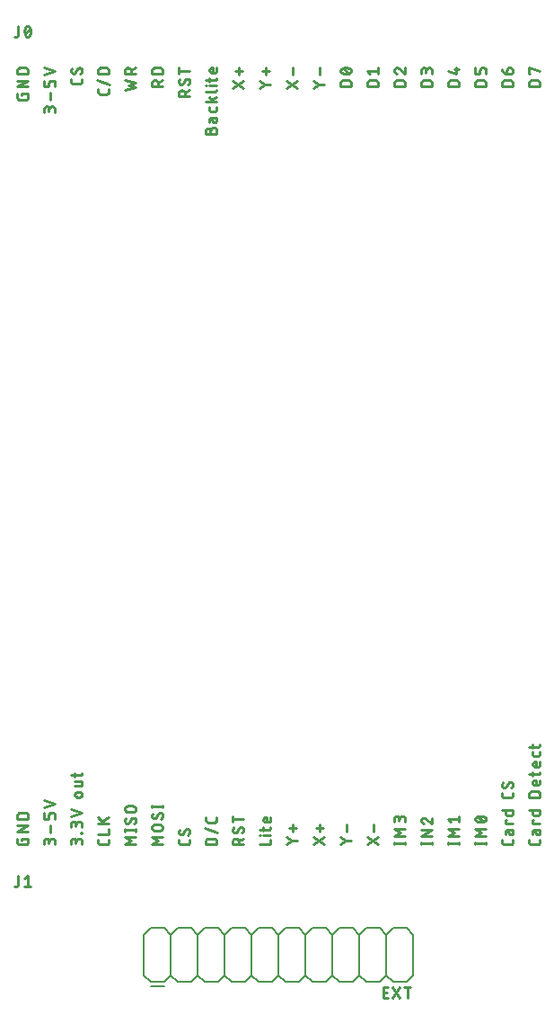
<source format=gbr>
G04 EAGLE Gerber RS-274X export*
G75*
%MOMM*%
%FSLAX34Y34*%
%LPD*%
%INSilkscreen Top*%
%IPPOS*%
%AMOC8*
5,1,8,0,0,1.08239X$1,22.5*%
G01*
%ADD10C,0.254000*%
%ADD11C,0.203200*%


D10*
X75636Y184291D02*
X75636Y185984D01*
X81280Y185984D01*
X81280Y182598D01*
X81278Y182505D01*
X81272Y182412D01*
X81263Y182319D01*
X81249Y182226D01*
X81232Y182135D01*
X81211Y182044D01*
X81186Y181954D01*
X81158Y181865D01*
X81126Y181777D01*
X81090Y181691D01*
X81051Y181606D01*
X81008Y181523D01*
X80962Y181442D01*
X80912Y181363D01*
X80860Y181286D01*
X80804Y181211D01*
X80745Y181139D01*
X80683Y181069D01*
X80619Y181001D01*
X80551Y180937D01*
X80481Y180875D01*
X80409Y180816D01*
X80334Y180760D01*
X80257Y180708D01*
X80178Y180658D01*
X80097Y180612D01*
X80014Y180569D01*
X79929Y180530D01*
X79843Y180494D01*
X79755Y180462D01*
X79666Y180434D01*
X79576Y180409D01*
X79485Y180388D01*
X79394Y180371D01*
X79301Y180357D01*
X79208Y180348D01*
X79115Y180342D01*
X79022Y180340D01*
X73378Y180340D01*
X73285Y180342D01*
X73192Y180348D01*
X73099Y180357D01*
X73006Y180371D01*
X72915Y180388D01*
X72824Y180409D01*
X72734Y180434D01*
X72645Y180462D01*
X72557Y180494D01*
X72471Y180530D01*
X72386Y180569D01*
X72303Y180612D01*
X72222Y180658D01*
X72143Y180708D01*
X72066Y180760D01*
X71991Y180816D01*
X71919Y180875D01*
X71849Y180937D01*
X71781Y181001D01*
X71717Y181069D01*
X71655Y181139D01*
X71596Y181211D01*
X71540Y181286D01*
X71488Y181363D01*
X71438Y181442D01*
X71392Y181523D01*
X71349Y181606D01*
X71310Y181691D01*
X71274Y181777D01*
X71242Y181865D01*
X71214Y181954D01*
X71189Y182044D01*
X71168Y182135D01*
X71151Y182226D01*
X71137Y182319D01*
X71128Y182411D01*
X71122Y182505D01*
X71120Y182598D01*
X71120Y185984D01*
X71120Y192532D02*
X81280Y192532D01*
X81280Y198176D02*
X71120Y192532D01*
X71120Y198176D02*
X81280Y198176D01*
X81280Y204724D02*
X71120Y204724D01*
X71120Y207546D01*
X71122Y207652D01*
X71128Y207757D01*
X71138Y207862D01*
X71152Y207967D01*
X71169Y208071D01*
X71191Y208174D01*
X71216Y208276D01*
X71245Y208378D01*
X71278Y208478D01*
X71315Y208577D01*
X71355Y208675D01*
X71399Y208770D01*
X71447Y208865D01*
X71498Y208957D01*
X71553Y209047D01*
X71610Y209136D01*
X71671Y209222D01*
X71736Y209305D01*
X71803Y209387D01*
X71873Y209465D01*
X71947Y209541D01*
X72023Y209615D01*
X72101Y209685D01*
X72183Y209752D01*
X72266Y209817D01*
X72352Y209878D01*
X72441Y209935D01*
X72531Y209990D01*
X72623Y210041D01*
X72718Y210089D01*
X72814Y210133D01*
X72911Y210173D01*
X73010Y210210D01*
X73110Y210243D01*
X73212Y210272D01*
X73314Y210297D01*
X73417Y210319D01*
X73521Y210336D01*
X73626Y210350D01*
X73731Y210360D01*
X73837Y210366D01*
X73942Y210368D01*
X78458Y210368D01*
X78564Y210366D01*
X78669Y210360D01*
X78774Y210350D01*
X78879Y210336D01*
X78983Y210319D01*
X79086Y210297D01*
X79188Y210272D01*
X79290Y210243D01*
X79390Y210210D01*
X79489Y210173D01*
X79586Y210133D01*
X79682Y210089D01*
X79777Y210041D01*
X79869Y209990D01*
X79959Y209935D01*
X80048Y209878D01*
X80134Y209817D01*
X80217Y209752D01*
X80299Y209685D01*
X80377Y209615D01*
X80453Y209541D01*
X80527Y209465D01*
X80597Y209387D01*
X80664Y209305D01*
X80729Y209222D01*
X80790Y209136D01*
X80847Y209047D01*
X80902Y208957D01*
X80953Y208865D01*
X81001Y208770D01*
X81045Y208674D01*
X81085Y208577D01*
X81122Y208478D01*
X81155Y208378D01*
X81184Y208276D01*
X81209Y208174D01*
X81231Y208071D01*
X81248Y207967D01*
X81262Y207862D01*
X81272Y207757D01*
X81278Y207652D01*
X81280Y207546D01*
X81280Y204724D01*
X106680Y183162D02*
X106680Y180340D01*
X106680Y183162D02*
X106678Y183268D01*
X106672Y183373D01*
X106662Y183478D01*
X106648Y183583D01*
X106631Y183687D01*
X106609Y183790D01*
X106584Y183892D01*
X106555Y183994D01*
X106522Y184094D01*
X106485Y184193D01*
X106445Y184290D01*
X106401Y184386D01*
X106353Y184481D01*
X106302Y184573D01*
X106247Y184663D01*
X106190Y184752D01*
X106129Y184838D01*
X106064Y184921D01*
X105997Y185003D01*
X105927Y185081D01*
X105853Y185157D01*
X105777Y185231D01*
X105699Y185301D01*
X105617Y185368D01*
X105534Y185433D01*
X105448Y185494D01*
X105359Y185551D01*
X105269Y185606D01*
X105177Y185657D01*
X105082Y185705D01*
X104986Y185749D01*
X104889Y185789D01*
X104790Y185826D01*
X104690Y185859D01*
X104588Y185888D01*
X104486Y185913D01*
X104383Y185935D01*
X104279Y185952D01*
X104174Y185966D01*
X104069Y185976D01*
X103964Y185982D01*
X103858Y185984D01*
X103752Y185982D01*
X103647Y185976D01*
X103542Y185966D01*
X103437Y185952D01*
X103333Y185935D01*
X103230Y185913D01*
X103128Y185888D01*
X103026Y185859D01*
X102926Y185826D01*
X102827Y185789D01*
X102730Y185749D01*
X102634Y185705D01*
X102539Y185657D01*
X102447Y185606D01*
X102357Y185551D01*
X102268Y185494D01*
X102182Y185433D01*
X102099Y185368D01*
X102017Y185301D01*
X101939Y185231D01*
X101863Y185157D01*
X101789Y185081D01*
X101719Y185003D01*
X101652Y184921D01*
X101587Y184838D01*
X101526Y184752D01*
X101469Y184663D01*
X101414Y184573D01*
X101363Y184481D01*
X101315Y184386D01*
X101271Y184290D01*
X101231Y184193D01*
X101194Y184094D01*
X101161Y183994D01*
X101132Y183892D01*
X101107Y183790D01*
X101085Y183687D01*
X101068Y183583D01*
X101054Y183478D01*
X101044Y183373D01*
X101038Y183268D01*
X101036Y183162D01*
X96520Y183727D02*
X96520Y180340D01*
X96520Y183727D02*
X96522Y183820D01*
X96528Y183913D01*
X96537Y184006D01*
X96551Y184099D01*
X96568Y184190D01*
X96589Y184281D01*
X96614Y184371D01*
X96642Y184460D01*
X96674Y184548D01*
X96710Y184634D01*
X96749Y184719D01*
X96792Y184802D01*
X96838Y184883D01*
X96888Y184962D01*
X96940Y185039D01*
X96996Y185114D01*
X97055Y185186D01*
X97117Y185256D01*
X97181Y185324D01*
X97249Y185388D01*
X97319Y185450D01*
X97391Y185509D01*
X97466Y185565D01*
X97543Y185617D01*
X97622Y185667D01*
X97703Y185713D01*
X97786Y185756D01*
X97871Y185795D01*
X97957Y185831D01*
X98045Y185863D01*
X98134Y185891D01*
X98224Y185916D01*
X98315Y185937D01*
X98406Y185954D01*
X98499Y185968D01*
X98592Y185977D01*
X98685Y185983D01*
X98778Y185985D01*
X98871Y185983D01*
X98964Y185977D01*
X99057Y185968D01*
X99150Y185954D01*
X99241Y185937D01*
X99332Y185916D01*
X99422Y185891D01*
X99511Y185863D01*
X99599Y185831D01*
X99685Y185795D01*
X99770Y185756D01*
X99853Y185713D01*
X99934Y185667D01*
X100013Y185617D01*
X100090Y185565D01*
X100165Y185509D01*
X100237Y185450D01*
X100307Y185388D01*
X100375Y185324D01*
X100439Y185256D01*
X100501Y185186D01*
X100560Y185114D01*
X100616Y185039D01*
X100668Y184962D01*
X100718Y184883D01*
X100764Y184802D01*
X100807Y184719D01*
X100846Y184634D01*
X100882Y184548D01*
X100914Y184460D01*
X100942Y184371D01*
X100967Y184281D01*
X100988Y184190D01*
X101005Y184099D01*
X101019Y184006D01*
X101028Y183913D01*
X101034Y183820D01*
X101036Y183727D01*
X101036Y181469D01*
X102729Y191968D02*
X102729Y198741D01*
X106680Y204724D02*
X106680Y208111D01*
X106678Y208204D01*
X106672Y208297D01*
X106663Y208390D01*
X106649Y208483D01*
X106632Y208574D01*
X106611Y208665D01*
X106586Y208755D01*
X106558Y208844D01*
X106526Y208932D01*
X106490Y209018D01*
X106451Y209103D01*
X106408Y209186D01*
X106362Y209267D01*
X106312Y209346D01*
X106260Y209423D01*
X106204Y209498D01*
X106145Y209570D01*
X106083Y209640D01*
X106019Y209708D01*
X105951Y209772D01*
X105881Y209834D01*
X105809Y209893D01*
X105734Y209949D01*
X105657Y210001D01*
X105578Y210051D01*
X105497Y210097D01*
X105414Y210140D01*
X105329Y210179D01*
X105243Y210215D01*
X105155Y210247D01*
X105066Y210275D01*
X104976Y210300D01*
X104885Y210321D01*
X104794Y210338D01*
X104701Y210352D01*
X104608Y210361D01*
X104515Y210367D01*
X104422Y210369D01*
X104422Y210368D02*
X103293Y210368D01*
X103293Y210369D02*
X103200Y210367D01*
X103107Y210361D01*
X103014Y210352D01*
X102921Y210338D01*
X102830Y210321D01*
X102739Y210300D01*
X102649Y210275D01*
X102560Y210247D01*
X102472Y210215D01*
X102386Y210179D01*
X102301Y210140D01*
X102218Y210097D01*
X102137Y210051D01*
X102058Y210001D01*
X101981Y209949D01*
X101906Y209893D01*
X101834Y209834D01*
X101764Y209772D01*
X101696Y209708D01*
X101632Y209640D01*
X101570Y209570D01*
X101511Y209498D01*
X101455Y209423D01*
X101403Y209346D01*
X101353Y209267D01*
X101307Y209186D01*
X101264Y209103D01*
X101225Y209018D01*
X101189Y208932D01*
X101157Y208844D01*
X101129Y208755D01*
X101104Y208665D01*
X101083Y208574D01*
X101066Y208483D01*
X101052Y208390D01*
X101043Y208297D01*
X101037Y208204D01*
X101035Y208111D01*
X101036Y208111D02*
X101036Y204724D01*
X96520Y204724D01*
X96520Y210368D01*
X96520Y215590D02*
X106680Y218976D01*
X96520Y222363D01*
X132080Y183162D02*
X132080Y180340D01*
X132080Y183162D02*
X132078Y183268D01*
X132072Y183373D01*
X132062Y183478D01*
X132048Y183583D01*
X132031Y183687D01*
X132009Y183790D01*
X131984Y183892D01*
X131955Y183994D01*
X131922Y184094D01*
X131885Y184193D01*
X131845Y184290D01*
X131801Y184386D01*
X131753Y184481D01*
X131702Y184573D01*
X131647Y184663D01*
X131590Y184752D01*
X131529Y184838D01*
X131464Y184921D01*
X131397Y185003D01*
X131327Y185081D01*
X131253Y185157D01*
X131177Y185231D01*
X131099Y185301D01*
X131017Y185368D01*
X130934Y185433D01*
X130848Y185494D01*
X130759Y185551D01*
X130669Y185606D01*
X130577Y185657D01*
X130482Y185705D01*
X130386Y185749D01*
X130289Y185789D01*
X130190Y185826D01*
X130090Y185859D01*
X129988Y185888D01*
X129886Y185913D01*
X129783Y185935D01*
X129679Y185952D01*
X129574Y185966D01*
X129469Y185976D01*
X129364Y185982D01*
X129258Y185984D01*
X129152Y185982D01*
X129047Y185976D01*
X128942Y185966D01*
X128837Y185952D01*
X128733Y185935D01*
X128630Y185913D01*
X128528Y185888D01*
X128426Y185859D01*
X128326Y185826D01*
X128227Y185789D01*
X128130Y185749D01*
X128034Y185705D01*
X127939Y185657D01*
X127847Y185606D01*
X127757Y185551D01*
X127668Y185494D01*
X127582Y185433D01*
X127499Y185368D01*
X127417Y185301D01*
X127339Y185231D01*
X127263Y185157D01*
X127189Y185081D01*
X127119Y185003D01*
X127052Y184921D01*
X126987Y184838D01*
X126926Y184752D01*
X126869Y184663D01*
X126814Y184573D01*
X126763Y184481D01*
X126715Y184386D01*
X126671Y184290D01*
X126631Y184193D01*
X126594Y184094D01*
X126561Y183994D01*
X126532Y183892D01*
X126507Y183790D01*
X126485Y183687D01*
X126468Y183583D01*
X126454Y183478D01*
X126444Y183373D01*
X126438Y183268D01*
X126436Y183162D01*
X121920Y183727D02*
X121920Y180340D01*
X121920Y183727D02*
X121922Y183820D01*
X121928Y183913D01*
X121937Y184006D01*
X121951Y184099D01*
X121968Y184190D01*
X121989Y184281D01*
X122014Y184371D01*
X122042Y184460D01*
X122074Y184548D01*
X122110Y184634D01*
X122149Y184719D01*
X122192Y184802D01*
X122238Y184883D01*
X122288Y184962D01*
X122340Y185039D01*
X122396Y185114D01*
X122455Y185186D01*
X122517Y185256D01*
X122581Y185324D01*
X122649Y185388D01*
X122719Y185450D01*
X122791Y185509D01*
X122866Y185565D01*
X122943Y185617D01*
X123022Y185667D01*
X123103Y185713D01*
X123186Y185756D01*
X123271Y185795D01*
X123357Y185831D01*
X123445Y185863D01*
X123534Y185891D01*
X123624Y185916D01*
X123715Y185937D01*
X123806Y185954D01*
X123899Y185968D01*
X123992Y185977D01*
X124085Y185983D01*
X124178Y185985D01*
X124271Y185983D01*
X124364Y185977D01*
X124457Y185968D01*
X124550Y185954D01*
X124641Y185937D01*
X124732Y185916D01*
X124822Y185891D01*
X124911Y185863D01*
X124999Y185831D01*
X125085Y185795D01*
X125170Y185756D01*
X125253Y185713D01*
X125334Y185667D01*
X125413Y185617D01*
X125490Y185565D01*
X125565Y185509D01*
X125637Y185450D01*
X125707Y185388D01*
X125775Y185324D01*
X125839Y185256D01*
X125901Y185186D01*
X125960Y185114D01*
X126016Y185039D01*
X126068Y184962D01*
X126118Y184883D01*
X126164Y184802D01*
X126207Y184719D01*
X126246Y184634D01*
X126282Y184548D01*
X126314Y184460D01*
X126342Y184371D01*
X126367Y184281D01*
X126388Y184190D01*
X126405Y184099D01*
X126419Y184006D01*
X126428Y183913D01*
X126434Y183820D01*
X126436Y183727D01*
X126436Y181469D01*
X131516Y190881D02*
X132080Y190881D01*
X131516Y190881D02*
X131516Y191445D01*
X132080Y191445D01*
X132080Y190881D01*
X132080Y196342D02*
X132080Y199164D01*
X132078Y199270D01*
X132072Y199375D01*
X132062Y199480D01*
X132048Y199585D01*
X132031Y199689D01*
X132009Y199792D01*
X131984Y199894D01*
X131955Y199996D01*
X131922Y200096D01*
X131885Y200195D01*
X131845Y200292D01*
X131801Y200388D01*
X131753Y200483D01*
X131702Y200575D01*
X131647Y200665D01*
X131590Y200754D01*
X131529Y200840D01*
X131464Y200923D01*
X131397Y201005D01*
X131327Y201083D01*
X131253Y201159D01*
X131177Y201233D01*
X131099Y201303D01*
X131017Y201370D01*
X130934Y201435D01*
X130848Y201496D01*
X130759Y201553D01*
X130669Y201608D01*
X130577Y201659D01*
X130482Y201707D01*
X130386Y201751D01*
X130289Y201791D01*
X130190Y201828D01*
X130090Y201861D01*
X129988Y201890D01*
X129886Y201915D01*
X129783Y201937D01*
X129679Y201954D01*
X129574Y201968D01*
X129469Y201978D01*
X129364Y201984D01*
X129258Y201986D01*
X129152Y201984D01*
X129047Y201978D01*
X128942Y201968D01*
X128837Y201954D01*
X128733Y201937D01*
X128630Y201915D01*
X128528Y201890D01*
X128426Y201861D01*
X128326Y201828D01*
X128227Y201791D01*
X128130Y201751D01*
X128034Y201707D01*
X127939Y201659D01*
X127847Y201608D01*
X127757Y201553D01*
X127668Y201496D01*
X127582Y201435D01*
X127499Y201370D01*
X127417Y201303D01*
X127339Y201233D01*
X127263Y201159D01*
X127189Y201083D01*
X127119Y201005D01*
X127052Y200923D01*
X126987Y200840D01*
X126926Y200754D01*
X126869Y200665D01*
X126814Y200575D01*
X126763Y200483D01*
X126715Y200388D01*
X126671Y200292D01*
X126631Y200195D01*
X126594Y200096D01*
X126561Y199996D01*
X126532Y199894D01*
X126507Y199792D01*
X126485Y199689D01*
X126468Y199585D01*
X126454Y199480D01*
X126444Y199375D01*
X126438Y199270D01*
X126436Y199164D01*
X121920Y199729D02*
X121920Y196342D01*
X121920Y199729D02*
X121922Y199822D01*
X121928Y199915D01*
X121937Y200008D01*
X121951Y200101D01*
X121968Y200192D01*
X121989Y200283D01*
X122014Y200373D01*
X122042Y200462D01*
X122074Y200550D01*
X122110Y200636D01*
X122149Y200721D01*
X122192Y200804D01*
X122238Y200885D01*
X122288Y200964D01*
X122340Y201041D01*
X122396Y201116D01*
X122455Y201188D01*
X122517Y201258D01*
X122581Y201326D01*
X122649Y201390D01*
X122719Y201452D01*
X122791Y201511D01*
X122866Y201567D01*
X122943Y201619D01*
X123022Y201669D01*
X123103Y201715D01*
X123186Y201758D01*
X123271Y201797D01*
X123357Y201833D01*
X123445Y201865D01*
X123534Y201893D01*
X123624Y201918D01*
X123715Y201939D01*
X123806Y201956D01*
X123899Y201970D01*
X123992Y201979D01*
X124085Y201985D01*
X124178Y201987D01*
X124271Y201985D01*
X124364Y201979D01*
X124457Y201970D01*
X124550Y201956D01*
X124641Y201939D01*
X124732Y201918D01*
X124822Y201893D01*
X124911Y201865D01*
X124999Y201833D01*
X125085Y201797D01*
X125170Y201758D01*
X125253Y201715D01*
X125334Y201669D01*
X125413Y201619D01*
X125490Y201567D01*
X125565Y201511D01*
X125637Y201452D01*
X125707Y201390D01*
X125775Y201326D01*
X125839Y201258D01*
X125901Y201188D01*
X125960Y201116D01*
X126016Y201041D01*
X126068Y200964D01*
X126118Y200885D01*
X126164Y200804D01*
X126207Y200721D01*
X126246Y200636D01*
X126282Y200550D01*
X126314Y200462D01*
X126342Y200373D01*
X126367Y200283D01*
X126388Y200192D01*
X126405Y200101D01*
X126419Y200008D01*
X126428Y199915D01*
X126434Y199822D01*
X126436Y199729D01*
X126436Y197471D01*
X121920Y207208D02*
X132080Y210594D01*
X121920Y213981D01*
X127564Y225100D02*
X129822Y225100D01*
X127564Y225100D02*
X127471Y225102D01*
X127378Y225108D01*
X127285Y225117D01*
X127192Y225131D01*
X127101Y225148D01*
X127010Y225169D01*
X126920Y225194D01*
X126831Y225222D01*
X126743Y225254D01*
X126657Y225290D01*
X126572Y225329D01*
X126489Y225372D01*
X126408Y225418D01*
X126329Y225468D01*
X126252Y225520D01*
X126177Y225576D01*
X126105Y225635D01*
X126035Y225697D01*
X125967Y225761D01*
X125903Y225829D01*
X125841Y225899D01*
X125782Y225971D01*
X125726Y226046D01*
X125674Y226123D01*
X125624Y226202D01*
X125578Y226283D01*
X125535Y226366D01*
X125496Y226451D01*
X125460Y226537D01*
X125428Y226625D01*
X125400Y226714D01*
X125375Y226804D01*
X125354Y226895D01*
X125337Y226986D01*
X125323Y227079D01*
X125314Y227172D01*
X125308Y227265D01*
X125306Y227358D01*
X125308Y227451D01*
X125314Y227544D01*
X125323Y227637D01*
X125337Y227730D01*
X125354Y227821D01*
X125375Y227912D01*
X125400Y228002D01*
X125428Y228091D01*
X125460Y228179D01*
X125496Y228265D01*
X125535Y228350D01*
X125578Y228433D01*
X125624Y228514D01*
X125674Y228593D01*
X125726Y228670D01*
X125782Y228745D01*
X125841Y228817D01*
X125903Y228887D01*
X125967Y228955D01*
X126035Y229019D01*
X126105Y229081D01*
X126177Y229140D01*
X126252Y229196D01*
X126329Y229248D01*
X126408Y229298D01*
X126489Y229344D01*
X126572Y229387D01*
X126657Y229426D01*
X126743Y229462D01*
X126831Y229494D01*
X126920Y229522D01*
X127010Y229547D01*
X127101Y229568D01*
X127192Y229585D01*
X127285Y229599D01*
X127378Y229608D01*
X127471Y229614D01*
X127564Y229616D01*
X129822Y229616D01*
X129915Y229614D01*
X130008Y229608D01*
X130101Y229599D01*
X130194Y229585D01*
X130285Y229568D01*
X130376Y229547D01*
X130466Y229522D01*
X130555Y229494D01*
X130643Y229462D01*
X130729Y229426D01*
X130814Y229387D01*
X130897Y229344D01*
X130978Y229298D01*
X131057Y229248D01*
X131134Y229196D01*
X131209Y229140D01*
X131281Y229081D01*
X131351Y229019D01*
X131419Y228955D01*
X131483Y228887D01*
X131545Y228817D01*
X131604Y228745D01*
X131660Y228670D01*
X131712Y228593D01*
X131762Y228514D01*
X131808Y228433D01*
X131851Y228350D01*
X131890Y228265D01*
X131926Y228179D01*
X131958Y228091D01*
X131986Y228002D01*
X132011Y227912D01*
X132032Y227821D01*
X132049Y227730D01*
X132063Y227637D01*
X132072Y227544D01*
X132078Y227451D01*
X132080Y227358D01*
X132078Y227265D01*
X132072Y227172D01*
X132063Y227079D01*
X132049Y226986D01*
X132032Y226895D01*
X132011Y226804D01*
X131986Y226714D01*
X131958Y226625D01*
X131926Y226537D01*
X131890Y226451D01*
X131851Y226366D01*
X131808Y226283D01*
X131762Y226202D01*
X131712Y226123D01*
X131660Y226046D01*
X131604Y225971D01*
X131545Y225899D01*
X131483Y225829D01*
X131419Y225761D01*
X131351Y225697D01*
X131281Y225635D01*
X131209Y225576D01*
X131134Y225520D01*
X131057Y225468D01*
X130978Y225418D01*
X130897Y225372D01*
X130814Y225329D01*
X130729Y225290D01*
X130643Y225254D01*
X130555Y225222D01*
X130466Y225194D01*
X130376Y225169D01*
X130285Y225148D01*
X130194Y225131D01*
X130101Y225117D01*
X130008Y225108D01*
X129915Y225102D01*
X129822Y225100D01*
X130387Y235387D02*
X125307Y235387D01*
X130387Y235388D02*
X130468Y235390D01*
X130548Y235396D01*
X130628Y235405D01*
X130707Y235419D01*
X130786Y235436D01*
X130864Y235457D01*
X130941Y235481D01*
X131016Y235509D01*
X131090Y235541D01*
X131163Y235576D01*
X131234Y235615D01*
X131302Y235657D01*
X131369Y235702D01*
X131434Y235750D01*
X131496Y235802D01*
X131555Y235856D01*
X131612Y235913D01*
X131666Y235972D01*
X131718Y236034D01*
X131766Y236099D01*
X131811Y236166D01*
X131853Y236235D01*
X131892Y236305D01*
X131927Y236378D01*
X131959Y236452D01*
X131987Y236527D01*
X132011Y236604D01*
X132032Y236682D01*
X132049Y236761D01*
X132063Y236840D01*
X132072Y236920D01*
X132078Y237000D01*
X132080Y237081D01*
X132080Y239903D01*
X125307Y239903D01*
X125307Y244553D02*
X125307Y247940D01*
X121920Y245682D02*
X130387Y245682D01*
X130468Y245684D01*
X130548Y245690D01*
X130628Y245699D01*
X130707Y245713D01*
X130786Y245730D01*
X130864Y245751D01*
X130941Y245775D01*
X131016Y245803D01*
X131090Y245835D01*
X131163Y245870D01*
X131234Y245909D01*
X131302Y245951D01*
X131369Y245996D01*
X131434Y246044D01*
X131496Y246096D01*
X131555Y246150D01*
X131612Y246207D01*
X131666Y246266D01*
X131718Y246328D01*
X131766Y246393D01*
X131811Y246460D01*
X131853Y246529D01*
X131892Y246599D01*
X131927Y246672D01*
X131959Y246746D01*
X131987Y246821D01*
X132011Y246898D01*
X132032Y246976D01*
X132049Y247055D01*
X132063Y247134D01*
X132072Y247214D01*
X132078Y247294D01*
X132080Y247375D01*
X132080Y247940D01*
X157480Y184856D02*
X157480Y182598D01*
X157478Y182505D01*
X157472Y182412D01*
X157463Y182319D01*
X157449Y182226D01*
X157432Y182135D01*
X157411Y182044D01*
X157386Y181954D01*
X157358Y181865D01*
X157326Y181777D01*
X157290Y181691D01*
X157251Y181606D01*
X157208Y181523D01*
X157162Y181442D01*
X157112Y181363D01*
X157060Y181286D01*
X157004Y181211D01*
X156945Y181139D01*
X156883Y181069D01*
X156819Y181001D01*
X156751Y180937D01*
X156681Y180875D01*
X156609Y180816D01*
X156534Y180760D01*
X156457Y180708D01*
X156378Y180658D01*
X156297Y180612D01*
X156214Y180569D01*
X156129Y180530D01*
X156043Y180494D01*
X155955Y180462D01*
X155866Y180434D01*
X155776Y180409D01*
X155685Y180388D01*
X155594Y180371D01*
X155501Y180357D01*
X155408Y180348D01*
X155315Y180342D01*
X155222Y180340D01*
X149578Y180340D01*
X149485Y180342D01*
X149392Y180348D01*
X149299Y180357D01*
X149206Y180371D01*
X149115Y180388D01*
X149024Y180409D01*
X148934Y180434D01*
X148845Y180462D01*
X148757Y180494D01*
X148671Y180530D01*
X148586Y180569D01*
X148503Y180612D01*
X148422Y180658D01*
X148343Y180708D01*
X148266Y180760D01*
X148191Y180816D01*
X148119Y180875D01*
X148049Y180937D01*
X147981Y181001D01*
X147917Y181069D01*
X147855Y181139D01*
X147796Y181211D01*
X147740Y181286D01*
X147688Y181363D01*
X147638Y181442D01*
X147592Y181523D01*
X147549Y181606D01*
X147510Y181691D01*
X147474Y181777D01*
X147442Y181865D01*
X147414Y181954D01*
X147389Y182044D01*
X147368Y182135D01*
X147351Y182226D01*
X147337Y182319D01*
X147328Y182411D01*
X147322Y182505D01*
X147320Y182598D01*
X147320Y184856D01*
X147320Y190344D02*
X157480Y190344D01*
X157480Y194859D01*
X157480Y200506D02*
X147320Y200506D01*
X147320Y206151D02*
X153529Y200506D01*
X151271Y202764D02*
X157480Y206151D01*
X172720Y180340D02*
X182880Y180340D01*
X178364Y183727D02*
X172720Y180340D01*
X178364Y183727D02*
X172720Y187113D01*
X182880Y187113D01*
X182880Y194014D02*
X172720Y194014D01*
X182880Y192885D02*
X182880Y195143D01*
X172720Y195143D02*
X172720Y192885D01*
X182880Y203341D02*
X182878Y203434D01*
X182872Y203527D01*
X182863Y203620D01*
X182849Y203713D01*
X182832Y203804D01*
X182811Y203895D01*
X182786Y203985D01*
X182758Y204074D01*
X182726Y204162D01*
X182690Y204248D01*
X182651Y204333D01*
X182608Y204416D01*
X182562Y204497D01*
X182512Y204576D01*
X182460Y204653D01*
X182404Y204728D01*
X182345Y204800D01*
X182283Y204870D01*
X182219Y204938D01*
X182151Y205002D01*
X182081Y205064D01*
X182009Y205123D01*
X181934Y205179D01*
X181857Y205231D01*
X181778Y205281D01*
X181697Y205327D01*
X181614Y205370D01*
X181529Y205409D01*
X181443Y205445D01*
X181355Y205477D01*
X181266Y205505D01*
X181176Y205530D01*
X181085Y205551D01*
X180994Y205568D01*
X180901Y205582D01*
X180808Y205591D01*
X180715Y205597D01*
X180622Y205599D01*
X182880Y203341D02*
X182878Y203207D01*
X182872Y203072D01*
X182863Y202938D01*
X182850Y202804D01*
X182833Y202671D01*
X182812Y202538D01*
X182787Y202406D01*
X182759Y202274D01*
X182727Y202143D01*
X182692Y202014D01*
X182652Y201885D01*
X182610Y201758D01*
X182563Y201631D01*
X182513Y201506D01*
X182460Y201383D01*
X182403Y201261D01*
X182342Y201141D01*
X182279Y201022D01*
X182212Y200906D01*
X182141Y200791D01*
X182068Y200679D01*
X181991Y200568D01*
X181911Y200460D01*
X181829Y200354D01*
X181743Y200250D01*
X181654Y200149D01*
X181563Y200050D01*
X181469Y199954D01*
X174978Y200236D02*
X174885Y200238D01*
X174792Y200244D01*
X174699Y200253D01*
X174606Y200267D01*
X174515Y200284D01*
X174424Y200305D01*
X174334Y200330D01*
X174245Y200358D01*
X174157Y200390D01*
X174071Y200426D01*
X173986Y200465D01*
X173903Y200508D01*
X173822Y200554D01*
X173743Y200604D01*
X173666Y200656D01*
X173591Y200712D01*
X173519Y200771D01*
X173449Y200833D01*
X173381Y200897D01*
X173317Y200965D01*
X173255Y201035D01*
X173196Y201107D01*
X173140Y201182D01*
X173088Y201259D01*
X173038Y201338D01*
X172992Y201419D01*
X172949Y201502D01*
X172910Y201587D01*
X172874Y201673D01*
X172842Y201761D01*
X172814Y201850D01*
X172789Y201940D01*
X172768Y202031D01*
X172751Y202122D01*
X172737Y202215D01*
X172728Y202308D01*
X172722Y202401D01*
X172720Y202494D01*
X172722Y202624D01*
X172728Y202753D01*
X172738Y202883D01*
X172752Y203012D01*
X172770Y203140D01*
X172791Y203268D01*
X172817Y203395D01*
X172847Y203521D01*
X172880Y203647D01*
X172917Y203771D01*
X172958Y203894D01*
X173003Y204016D01*
X173051Y204136D01*
X173104Y204255D01*
X173159Y204372D01*
X173219Y204487D01*
X173282Y204601D01*
X173348Y204712D01*
X173417Y204822D01*
X173490Y204929D01*
X173567Y205034D01*
X176953Y201366D02*
X176903Y201285D01*
X176850Y201206D01*
X176794Y201129D01*
X176734Y201055D01*
X176671Y200984D01*
X176605Y200915D01*
X176537Y200848D01*
X176466Y200785D01*
X176392Y200725D01*
X176316Y200668D01*
X176237Y200614D01*
X176157Y200563D01*
X176074Y200516D01*
X175989Y200472D01*
X175903Y200432D01*
X175815Y200395D01*
X175726Y200362D01*
X175635Y200333D01*
X175543Y200308D01*
X175451Y200286D01*
X175357Y200269D01*
X175263Y200255D01*
X175168Y200245D01*
X175073Y200239D01*
X174978Y200237D01*
X178646Y204470D02*
X178697Y204551D01*
X178750Y204630D01*
X178806Y204707D01*
X178866Y204781D01*
X178929Y204852D01*
X178995Y204921D01*
X179063Y204988D01*
X179134Y205051D01*
X179208Y205111D01*
X179284Y205168D01*
X179363Y205222D01*
X179443Y205273D01*
X179526Y205320D01*
X179611Y205364D01*
X179697Y205404D01*
X179785Y205441D01*
X179874Y205474D01*
X179965Y205503D01*
X180056Y205528D01*
X180149Y205550D01*
X180243Y205567D01*
X180337Y205581D01*
X180432Y205591D01*
X180527Y205597D01*
X180622Y205599D01*
X178647Y204470D02*
X176953Y201366D01*
X175542Y211003D02*
X180058Y211003D01*
X175542Y211004D02*
X175436Y211006D01*
X175331Y211012D01*
X175226Y211022D01*
X175121Y211036D01*
X175017Y211053D01*
X174914Y211075D01*
X174812Y211100D01*
X174710Y211129D01*
X174610Y211162D01*
X174511Y211199D01*
X174414Y211239D01*
X174318Y211283D01*
X174223Y211331D01*
X174131Y211382D01*
X174041Y211437D01*
X173952Y211494D01*
X173866Y211555D01*
X173783Y211620D01*
X173701Y211687D01*
X173623Y211757D01*
X173547Y211831D01*
X173473Y211907D01*
X173403Y211985D01*
X173336Y212067D01*
X173271Y212150D01*
X173210Y212236D01*
X173153Y212325D01*
X173098Y212415D01*
X173047Y212507D01*
X172999Y212602D01*
X172955Y212698D01*
X172915Y212795D01*
X172878Y212894D01*
X172845Y212994D01*
X172816Y213096D01*
X172791Y213198D01*
X172769Y213301D01*
X172752Y213405D01*
X172738Y213510D01*
X172728Y213615D01*
X172722Y213720D01*
X172720Y213826D01*
X172722Y213932D01*
X172728Y214037D01*
X172738Y214142D01*
X172752Y214247D01*
X172769Y214351D01*
X172791Y214454D01*
X172816Y214556D01*
X172845Y214658D01*
X172878Y214758D01*
X172915Y214857D01*
X172955Y214954D01*
X172999Y215050D01*
X173047Y215145D01*
X173098Y215237D01*
X173153Y215327D01*
X173210Y215416D01*
X173271Y215502D01*
X173336Y215585D01*
X173403Y215667D01*
X173473Y215745D01*
X173547Y215821D01*
X173623Y215895D01*
X173701Y215965D01*
X173783Y216032D01*
X173866Y216097D01*
X173952Y216158D01*
X174041Y216215D01*
X174131Y216270D01*
X174223Y216321D01*
X174318Y216369D01*
X174414Y216413D01*
X174511Y216453D01*
X174610Y216490D01*
X174710Y216523D01*
X174812Y216552D01*
X174914Y216577D01*
X175017Y216599D01*
X175121Y216616D01*
X175226Y216630D01*
X175331Y216640D01*
X175436Y216646D01*
X175542Y216648D01*
X180058Y216648D01*
X180164Y216646D01*
X180269Y216640D01*
X180374Y216630D01*
X180479Y216616D01*
X180583Y216599D01*
X180686Y216577D01*
X180788Y216552D01*
X180890Y216523D01*
X180990Y216490D01*
X181089Y216453D01*
X181186Y216413D01*
X181282Y216369D01*
X181377Y216321D01*
X181469Y216270D01*
X181559Y216215D01*
X181648Y216158D01*
X181734Y216097D01*
X181817Y216032D01*
X181899Y215965D01*
X181977Y215895D01*
X182053Y215821D01*
X182127Y215745D01*
X182197Y215667D01*
X182264Y215585D01*
X182329Y215502D01*
X182390Y215416D01*
X182447Y215327D01*
X182502Y215237D01*
X182553Y215145D01*
X182601Y215050D01*
X182645Y214954D01*
X182685Y214857D01*
X182722Y214758D01*
X182755Y214658D01*
X182784Y214556D01*
X182809Y214454D01*
X182831Y214351D01*
X182848Y214247D01*
X182862Y214142D01*
X182872Y214037D01*
X182878Y213932D01*
X182880Y213826D01*
X182878Y213720D01*
X182872Y213615D01*
X182862Y213510D01*
X182848Y213405D01*
X182831Y213301D01*
X182809Y213198D01*
X182784Y213096D01*
X182755Y212994D01*
X182722Y212894D01*
X182685Y212795D01*
X182645Y212698D01*
X182601Y212602D01*
X182553Y212507D01*
X182502Y212415D01*
X182447Y212325D01*
X182390Y212236D01*
X182329Y212150D01*
X182264Y212067D01*
X182197Y211985D01*
X182127Y211907D01*
X182053Y211831D01*
X181977Y211757D01*
X181899Y211687D01*
X181817Y211620D01*
X181734Y211555D01*
X181648Y211494D01*
X181559Y211437D01*
X181469Y211382D01*
X181377Y211331D01*
X181282Y211283D01*
X181186Y211239D01*
X181089Y211199D01*
X180990Y211162D01*
X180890Y211129D01*
X180788Y211100D01*
X180686Y211075D01*
X180583Y211053D01*
X180479Y211036D01*
X180374Y211022D01*
X180269Y211012D01*
X180164Y211006D01*
X180058Y211004D01*
X198120Y180340D02*
X208280Y180340D01*
X203764Y183727D02*
X198120Y180340D01*
X203764Y183727D02*
X198120Y187113D01*
X208280Y187113D01*
X205458Y193477D02*
X200942Y193477D01*
X200942Y193478D02*
X200836Y193480D01*
X200731Y193486D01*
X200626Y193496D01*
X200521Y193510D01*
X200417Y193527D01*
X200314Y193549D01*
X200212Y193574D01*
X200110Y193603D01*
X200010Y193636D01*
X199911Y193673D01*
X199814Y193713D01*
X199718Y193757D01*
X199623Y193805D01*
X199531Y193856D01*
X199441Y193911D01*
X199352Y193968D01*
X199266Y194029D01*
X199183Y194094D01*
X199101Y194161D01*
X199023Y194231D01*
X198947Y194305D01*
X198873Y194381D01*
X198803Y194459D01*
X198736Y194541D01*
X198671Y194624D01*
X198610Y194710D01*
X198553Y194799D01*
X198498Y194889D01*
X198447Y194981D01*
X198399Y195076D01*
X198355Y195172D01*
X198315Y195269D01*
X198278Y195368D01*
X198245Y195468D01*
X198216Y195570D01*
X198191Y195672D01*
X198169Y195775D01*
X198152Y195879D01*
X198138Y195984D01*
X198128Y196089D01*
X198122Y196194D01*
X198120Y196300D01*
X198122Y196406D01*
X198128Y196511D01*
X198138Y196616D01*
X198152Y196721D01*
X198169Y196825D01*
X198191Y196928D01*
X198216Y197030D01*
X198245Y197132D01*
X198278Y197232D01*
X198315Y197331D01*
X198355Y197428D01*
X198399Y197524D01*
X198447Y197619D01*
X198498Y197711D01*
X198553Y197801D01*
X198610Y197890D01*
X198671Y197976D01*
X198736Y198059D01*
X198803Y198141D01*
X198873Y198219D01*
X198947Y198295D01*
X199023Y198369D01*
X199101Y198439D01*
X199183Y198506D01*
X199266Y198571D01*
X199352Y198632D01*
X199441Y198689D01*
X199531Y198744D01*
X199623Y198795D01*
X199718Y198843D01*
X199814Y198887D01*
X199911Y198927D01*
X200010Y198964D01*
X200110Y198997D01*
X200212Y199026D01*
X200314Y199051D01*
X200417Y199073D01*
X200521Y199090D01*
X200626Y199104D01*
X200731Y199114D01*
X200836Y199120D01*
X200942Y199122D01*
X205458Y199122D01*
X205564Y199120D01*
X205669Y199114D01*
X205774Y199104D01*
X205879Y199090D01*
X205983Y199073D01*
X206086Y199051D01*
X206188Y199026D01*
X206290Y198997D01*
X206390Y198964D01*
X206489Y198927D01*
X206586Y198887D01*
X206682Y198843D01*
X206777Y198795D01*
X206869Y198744D01*
X206959Y198689D01*
X207048Y198632D01*
X207134Y198571D01*
X207217Y198506D01*
X207299Y198439D01*
X207377Y198369D01*
X207453Y198295D01*
X207527Y198219D01*
X207597Y198141D01*
X207664Y198059D01*
X207729Y197976D01*
X207790Y197890D01*
X207847Y197801D01*
X207902Y197711D01*
X207953Y197619D01*
X208001Y197524D01*
X208045Y197428D01*
X208085Y197331D01*
X208122Y197232D01*
X208155Y197132D01*
X208184Y197030D01*
X208209Y196928D01*
X208231Y196825D01*
X208248Y196721D01*
X208262Y196616D01*
X208272Y196511D01*
X208278Y196406D01*
X208280Y196300D01*
X208278Y196194D01*
X208272Y196089D01*
X208262Y195984D01*
X208248Y195879D01*
X208231Y195775D01*
X208209Y195672D01*
X208184Y195570D01*
X208155Y195468D01*
X208122Y195368D01*
X208085Y195269D01*
X208045Y195172D01*
X208001Y195076D01*
X207953Y194981D01*
X207902Y194889D01*
X207847Y194799D01*
X207790Y194710D01*
X207729Y194624D01*
X207664Y194541D01*
X207597Y194459D01*
X207527Y194381D01*
X207453Y194305D01*
X207377Y194231D01*
X207299Y194161D01*
X207217Y194094D01*
X207134Y194029D01*
X207048Y193968D01*
X206959Y193911D01*
X206869Y193856D01*
X206777Y193805D01*
X206682Y193757D01*
X206586Y193713D01*
X206489Y193673D01*
X206390Y193636D01*
X206290Y193603D01*
X206188Y193574D01*
X206086Y193549D01*
X205983Y193527D01*
X205879Y193510D01*
X205774Y193496D01*
X205669Y193486D01*
X205564Y193480D01*
X205458Y193478D01*
X208280Y207913D02*
X208278Y208006D01*
X208272Y208099D01*
X208263Y208192D01*
X208249Y208285D01*
X208232Y208376D01*
X208211Y208467D01*
X208186Y208557D01*
X208158Y208646D01*
X208126Y208734D01*
X208090Y208820D01*
X208051Y208905D01*
X208008Y208988D01*
X207962Y209069D01*
X207912Y209148D01*
X207860Y209225D01*
X207804Y209300D01*
X207745Y209372D01*
X207683Y209442D01*
X207619Y209510D01*
X207551Y209574D01*
X207481Y209636D01*
X207409Y209695D01*
X207334Y209751D01*
X207257Y209803D01*
X207178Y209853D01*
X207097Y209899D01*
X207014Y209942D01*
X206929Y209981D01*
X206843Y210017D01*
X206755Y210049D01*
X206666Y210077D01*
X206576Y210102D01*
X206485Y210123D01*
X206394Y210140D01*
X206301Y210154D01*
X206208Y210163D01*
X206115Y210169D01*
X206022Y210171D01*
X208280Y207913D02*
X208278Y207779D01*
X208272Y207644D01*
X208263Y207510D01*
X208250Y207376D01*
X208233Y207243D01*
X208212Y207110D01*
X208187Y206978D01*
X208159Y206846D01*
X208127Y206715D01*
X208092Y206586D01*
X208052Y206457D01*
X208010Y206330D01*
X207963Y206203D01*
X207913Y206078D01*
X207860Y205955D01*
X207803Y205833D01*
X207742Y205713D01*
X207679Y205594D01*
X207612Y205478D01*
X207541Y205363D01*
X207468Y205251D01*
X207391Y205140D01*
X207311Y205032D01*
X207229Y204926D01*
X207143Y204822D01*
X207054Y204721D01*
X206963Y204622D01*
X206869Y204526D01*
X200378Y204808D02*
X200285Y204810D01*
X200192Y204816D01*
X200099Y204825D01*
X200006Y204839D01*
X199915Y204856D01*
X199824Y204877D01*
X199734Y204902D01*
X199645Y204930D01*
X199557Y204962D01*
X199471Y204998D01*
X199386Y205037D01*
X199303Y205080D01*
X199222Y205126D01*
X199143Y205176D01*
X199066Y205228D01*
X198991Y205284D01*
X198919Y205343D01*
X198849Y205405D01*
X198781Y205469D01*
X198717Y205537D01*
X198655Y205607D01*
X198596Y205679D01*
X198540Y205754D01*
X198488Y205831D01*
X198438Y205910D01*
X198392Y205991D01*
X198349Y206074D01*
X198310Y206159D01*
X198274Y206245D01*
X198242Y206333D01*
X198214Y206422D01*
X198189Y206512D01*
X198168Y206603D01*
X198151Y206694D01*
X198137Y206787D01*
X198128Y206880D01*
X198122Y206973D01*
X198120Y207066D01*
X198122Y207196D01*
X198128Y207325D01*
X198138Y207455D01*
X198152Y207584D01*
X198170Y207712D01*
X198191Y207840D01*
X198217Y207967D01*
X198247Y208093D01*
X198280Y208219D01*
X198317Y208343D01*
X198358Y208466D01*
X198403Y208588D01*
X198451Y208708D01*
X198504Y208827D01*
X198559Y208944D01*
X198619Y209059D01*
X198682Y209173D01*
X198748Y209284D01*
X198817Y209394D01*
X198890Y209501D01*
X198967Y209606D01*
X202353Y205938D02*
X202303Y205857D01*
X202250Y205778D01*
X202194Y205701D01*
X202134Y205627D01*
X202071Y205556D01*
X202005Y205487D01*
X201937Y205420D01*
X201866Y205357D01*
X201792Y205297D01*
X201716Y205240D01*
X201637Y205186D01*
X201557Y205135D01*
X201474Y205088D01*
X201389Y205044D01*
X201303Y205004D01*
X201215Y204967D01*
X201126Y204934D01*
X201035Y204905D01*
X200943Y204880D01*
X200851Y204858D01*
X200757Y204841D01*
X200663Y204827D01*
X200568Y204817D01*
X200473Y204811D01*
X200378Y204809D01*
X204046Y209042D02*
X204097Y209123D01*
X204150Y209202D01*
X204206Y209279D01*
X204266Y209353D01*
X204329Y209424D01*
X204395Y209493D01*
X204463Y209560D01*
X204534Y209623D01*
X204608Y209683D01*
X204684Y209740D01*
X204763Y209794D01*
X204843Y209845D01*
X204926Y209892D01*
X205011Y209936D01*
X205097Y209976D01*
X205185Y210013D01*
X205274Y210046D01*
X205365Y210075D01*
X205456Y210100D01*
X205549Y210122D01*
X205643Y210139D01*
X205737Y210153D01*
X205832Y210163D01*
X205927Y210169D01*
X206022Y210171D01*
X204047Y209042D02*
X202353Y205938D01*
X198120Y216112D02*
X208280Y216112D01*
X208280Y214983D02*
X208280Y217241D01*
X198120Y217241D02*
X198120Y214983D01*
X233680Y184856D02*
X233680Y182598D01*
X233678Y182505D01*
X233672Y182412D01*
X233663Y182319D01*
X233649Y182226D01*
X233632Y182135D01*
X233611Y182044D01*
X233586Y181954D01*
X233558Y181865D01*
X233526Y181777D01*
X233490Y181691D01*
X233451Y181606D01*
X233408Y181523D01*
X233362Y181442D01*
X233312Y181363D01*
X233260Y181286D01*
X233204Y181211D01*
X233145Y181139D01*
X233083Y181069D01*
X233019Y181001D01*
X232951Y180937D01*
X232881Y180875D01*
X232809Y180816D01*
X232734Y180760D01*
X232657Y180708D01*
X232578Y180658D01*
X232497Y180612D01*
X232414Y180569D01*
X232329Y180530D01*
X232243Y180494D01*
X232155Y180462D01*
X232066Y180434D01*
X231976Y180409D01*
X231885Y180388D01*
X231794Y180371D01*
X231701Y180357D01*
X231608Y180348D01*
X231515Y180342D01*
X231422Y180340D01*
X225778Y180340D01*
X225685Y180342D01*
X225592Y180348D01*
X225499Y180357D01*
X225406Y180371D01*
X225315Y180388D01*
X225224Y180409D01*
X225134Y180434D01*
X225045Y180462D01*
X224957Y180494D01*
X224871Y180530D01*
X224786Y180569D01*
X224703Y180612D01*
X224622Y180658D01*
X224543Y180708D01*
X224466Y180760D01*
X224391Y180816D01*
X224319Y180875D01*
X224249Y180937D01*
X224181Y181001D01*
X224117Y181069D01*
X224055Y181139D01*
X223996Y181211D01*
X223940Y181286D01*
X223888Y181363D01*
X223838Y181442D01*
X223792Y181523D01*
X223749Y181606D01*
X223710Y181691D01*
X223674Y181777D01*
X223642Y181865D01*
X223614Y181954D01*
X223589Y182044D01*
X223568Y182135D01*
X223551Y182226D01*
X223537Y182319D01*
X223528Y182411D01*
X223522Y182505D01*
X223520Y182598D01*
X223520Y184856D01*
X233680Y192929D02*
X233678Y193022D01*
X233672Y193115D01*
X233663Y193208D01*
X233649Y193301D01*
X233632Y193392D01*
X233611Y193483D01*
X233586Y193573D01*
X233558Y193662D01*
X233526Y193750D01*
X233490Y193836D01*
X233451Y193921D01*
X233408Y194004D01*
X233362Y194085D01*
X233312Y194164D01*
X233260Y194241D01*
X233204Y194316D01*
X233145Y194388D01*
X233083Y194458D01*
X233019Y194526D01*
X232951Y194590D01*
X232881Y194652D01*
X232809Y194711D01*
X232734Y194767D01*
X232657Y194819D01*
X232578Y194869D01*
X232497Y194915D01*
X232414Y194958D01*
X232329Y194997D01*
X232243Y195033D01*
X232155Y195065D01*
X232066Y195093D01*
X231976Y195118D01*
X231885Y195139D01*
X231794Y195156D01*
X231701Y195170D01*
X231608Y195179D01*
X231515Y195185D01*
X231422Y195187D01*
X233680Y192929D02*
X233678Y192795D01*
X233672Y192660D01*
X233663Y192526D01*
X233650Y192392D01*
X233633Y192259D01*
X233612Y192126D01*
X233587Y191994D01*
X233559Y191862D01*
X233527Y191731D01*
X233492Y191602D01*
X233452Y191473D01*
X233410Y191346D01*
X233363Y191219D01*
X233313Y191094D01*
X233260Y190971D01*
X233203Y190849D01*
X233142Y190729D01*
X233079Y190610D01*
X233012Y190494D01*
X232941Y190379D01*
X232868Y190267D01*
X232791Y190156D01*
X232711Y190048D01*
X232629Y189942D01*
X232543Y189838D01*
X232454Y189737D01*
X232363Y189638D01*
X232269Y189542D01*
X225778Y189824D02*
X225685Y189826D01*
X225592Y189832D01*
X225499Y189841D01*
X225406Y189855D01*
X225315Y189872D01*
X225224Y189893D01*
X225134Y189918D01*
X225045Y189946D01*
X224957Y189978D01*
X224871Y190014D01*
X224786Y190053D01*
X224703Y190096D01*
X224622Y190142D01*
X224543Y190192D01*
X224466Y190244D01*
X224391Y190300D01*
X224319Y190359D01*
X224249Y190421D01*
X224181Y190485D01*
X224117Y190553D01*
X224055Y190623D01*
X223996Y190695D01*
X223940Y190770D01*
X223888Y190847D01*
X223838Y190926D01*
X223792Y191007D01*
X223749Y191090D01*
X223710Y191175D01*
X223674Y191261D01*
X223642Y191349D01*
X223614Y191438D01*
X223589Y191528D01*
X223568Y191619D01*
X223551Y191710D01*
X223537Y191803D01*
X223528Y191896D01*
X223522Y191989D01*
X223520Y192082D01*
X223522Y192212D01*
X223528Y192341D01*
X223538Y192471D01*
X223552Y192600D01*
X223570Y192728D01*
X223591Y192856D01*
X223617Y192983D01*
X223647Y193109D01*
X223680Y193235D01*
X223717Y193359D01*
X223758Y193482D01*
X223803Y193604D01*
X223851Y193724D01*
X223904Y193843D01*
X223959Y193960D01*
X224019Y194075D01*
X224082Y194189D01*
X224148Y194300D01*
X224217Y194410D01*
X224290Y194517D01*
X224367Y194622D01*
X227753Y190953D02*
X227703Y190872D01*
X227650Y190793D01*
X227594Y190716D01*
X227534Y190642D01*
X227471Y190571D01*
X227405Y190502D01*
X227337Y190435D01*
X227266Y190372D01*
X227192Y190312D01*
X227116Y190255D01*
X227037Y190201D01*
X226957Y190150D01*
X226874Y190103D01*
X226789Y190059D01*
X226703Y190019D01*
X226615Y189982D01*
X226526Y189949D01*
X226435Y189920D01*
X226343Y189895D01*
X226251Y189873D01*
X226157Y189856D01*
X226063Y189842D01*
X225968Y189832D01*
X225873Y189826D01*
X225778Y189824D01*
X229446Y194057D02*
X229497Y194138D01*
X229550Y194217D01*
X229606Y194294D01*
X229666Y194368D01*
X229729Y194439D01*
X229795Y194508D01*
X229863Y194575D01*
X229934Y194638D01*
X230008Y194698D01*
X230084Y194755D01*
X230163Y194809D01*
X230243Y194860D01*
X230326Y194907D01*
X230411Y194951D01*
X230497Y194991D01*
X230585Y195028D01*
X230674Y195061D01*
X230765Y195090D01*
X230856Y195115D01*
X230949Y195137D01*
X231043Y195154D01*
X231137Y195168D01*
X231232Y195178D01*
X231327Y195184D01*
X231422Y195186D01*
X229447Y194058D02*
X227753Y190953D01*
X248920Y180340D02*
X259080Y180340D01*
X248920Y180340D02*
X248920Y183162D01*
X248922Y183268D01*
X248928Y183373D01*
X248938Y183478D01*
X248952Y183583D01*
X248969Y183687D01*
X248991Y183790D01*
X249016Y183892D01*
X249045Y183994D01*
X249078Y184094D01*
X249115Y184193D01*
X249155Y184291D01*
X249199Y184386D01*
X249247Y184481D01*
X249298Y184573D01*
X249353Y184663D01*
X249410Y184752D01*
X249471Y184838D01*
X249536Y184921D01*
X249603Y185003D01*
X249673Y185081D01*
X249747Y185157D01*
X249823Y185231D01*
X249901Y185301D01*
X249983Y185368D01*
X250066Y185433D01*
X250152Y185494D01*
X250241Y185551D01*
X250331Y185606D01*
X250423Y185657D01*
X250518Y185705D01*
X250614Y185749D01*
X250711Y185789D01*
X250810Y185826D01*
X250910Y185859D01*
X251012Y185888D01*
X251114Y185913D01*
X251217Y185935D01*
X251321Y185952D01*
X251426Y185966D01*
X251531Y185976D01*
X251637Y185982D01*
X251742Y185984D01*
X256258Y185984D01*
X256364Y185982D01*
X256469Y185976D01*
X256574Y185966D01*
X256679Y185952D01*
X256783Y185935D01*
X256886Y185913D01*
X256988Y185888D01*
X257090Y185859D01*
X257190Y185826D01*
X257289Y185789D01*
X257386Y185749D01*
X257482Y185705D01*
X257577Y185657D01*
X257669Y185606D01*
X257759Y185551D01*
X257848Y185494D01*
X257934Y185433D01*
X258017Y185368D01*
X258099Y185301D01*
X258177Y185231D01*
X258253Y185157D01*
X258327Y185081D01*
X258397Y185003D01*
X258464Y184921D01*
X258529Y184838D01*
X258590Y184752D01*
X258647Y184663D01*
X258702Y184573D01*
X258753Y184481D01*
X258801Y184386D01*
X258845Y184290D01*
X258885Y184193D01*
X258922Y184094D01*
X258955Y183994D01*
X258984Y183892D01*
X259009Y183790D01*
X259031Y183687D01*
X259048Y183583D01*
X259062Y183478D01*
X259072Y183373D01*
X259078Y183268D01*
X259080Y183162D01*
X259080Y180340D01*
X260209Y191572D02*
X247791Y196088D01*
X259080Y203495D02*
X259080Y205752D01*
X259080Y203495D02*
X259078Y203402D01*
X259072Y203309D01*
X259063Y203216D01*
X259049Y203123D01*
X259032Y203032D01*
X259011Y202941D01*
X258986Y202851D01*
X258958Y202762D01*
X258926Y202674D01*
X258890Y202588D01*
X258851Y202503D01*
X258808Y202420D01*
X258762Y202339D01*
X258712Y202260D01*
X258660Y202183D01*
X258604Y202108D01*
X258545Y202036D01*
X258483Y201966D01*
X258419Y201898D01*
X258351Y201834D01*
X258281Y201772D01*
X258209Y201713D01*
X258134Y201657D01*
X258057Y201605D01*
X257978Y201555D01*
X257897Y201509D01*
X257814Y201466D01*
X257729Y201427D01*
X257643Y201391D01*
X257555Y201359D01*
X257466Y201331D01*
X257376Y201306D01*
X257285Y201285D01*
X257194Y201268D01*
X257101Y201254D01*
X257008Y201245D01*
X256915Y201239D01*
X256822Y201237D01*
X251178Y201237D01*
X251085Y201239D01*
X250992Y201245D01*
X250899Y201254D01*
X250806Y201268D01*
X250715Y201285D01*
X250624Y201306D01*
X250534Y201331D01*
X250445Y201359D01*
X250357Y201391D01*
X250271Y201427D01*
X250186Y201466D01*
X250103Y201509D01*
X250022Y201555D01*
X249943Y201605D01*
X249866Y201657D01*
X249791Y201713D01*
X249719Y201772D01*
X249649Y201834D01*
X249581Y201898D01*
X249517Y201966D01*
X249455Y202036D01*
X249396Y202108D01*
X249340Y202183D01*
X249288Y202260D01*
X249238Y202339D01*
X249192Y202420D01*
X249149Y202503D01*
X249110Y202588D01*
X249074Y202674D01*
X249042Y202762D01*
X249014Y202851D01*
X248989Y202941D01*
X248968Y203032D01*
X248951Y203123D01*
X248937Y203216D01*
X248928Y203308D01*
X248922Y203402D01*
X248920Y203495D01*
X248920Y205752D01*
X274320Y180340D02*
X284480Y180340D01*
X274320Y180340D02*
X274320Y183162D01*
X274322Y183268D01*
X274328Y183373D01*
X274338Y183478D01*
X274352Y183583D01*
X274369Y183687D01*
X274391Y183790D01*
X274416Y183892D01*
X274445Y183994D01*
X274478Y184094D01*
X274515Y184193D01*
X274555Y184290D01*
X274599Y184386D01*
X274647Y184481D01*
X274698Y184573D01*
X274753Y184663D01*
X274810Y184752D01*
X274871Y184838D01*
X274936Y184921D01*
X275003Y185003D01*
X275073Y185081D01*
X275147Y185157D01*
X275223Y185231D01*
X275301Y185301D01*
X275383Y185368D01*
X275466Y185433D01*
X275552Y185494D01*
X275641Y185551D01*
X275731Y185606D01*
X275823Y185657D01*
X275918Y185705D01*
X276014Y185749D01*
X276111Y185789D01*
X276210Y185826D01*
X276310Y185859D01*
X276412Y185888D01*
X276514Y185913D01*
X276617Y185935D01*
X276721Y185952D01*
X276826Y185966D01*
X276931Y185976D01*
X277036Y185982D01*
X277142Y185984D01*
X277248Y185982D01*
X277353Y185976D01*
X277458Y185966D01*
X277563Y185952D01*
X277667Y185935D01*
X277770Y185913D01*
X277872Y185888D01*
X277974Y185859D01*
X278074Y185826D01*
X278173Y185789D01*
X278270Y185749D01*
X278366Y185705D01*
X278461Y185657D01*
X278553Y185606D01*
X278643Y185551D01*
X278732Y185494D01*
X278818Y185433D01*
X278901Y185368D01*
X278983Y185301D01*
X279061Y185231D01*
X279137Y185157D01*
X279211Y185081D01*
X279281Y185003D01*
X279348Y184921D01*
X279413Y184838D01*
X279474Y184752D01*
X279531Y184663D01*
X279586Y184573D01*
X279637Y184481D01*
X279685Y184386D01*
X279729Y184290D01*
X279769Y184193D01*
X279806Y184094D01*
X279839Y183994D01*
X279868Y183892D01*
X279893Y183790D01*
X279915Y183687D01*
X279932Y183583D01*
X279946Y183478D01*
X279956Y183373D01*
X279962Y183268D01*
X279964Y183162D01*
X279964Y180340D01*
X279964Y183727D02*
X284480Y185984D01*
X284480Y194647D02*
X284478Y194740D01*
X284472Y194833D01*
X284463Y194926D01*
X284449Y195019D01*
X284432Y195110D01*
X284411Y195201D01*
X284386Y195291D01*
X284358Y195380D01*
X284326Y195468D01*
X284290Y195554D01*
X284251Y195639D01*
X284208Y195722D01*
X284162Y195803D01*
X284112Y195882D01*
X284060Y195959D01*
X284004Y196034D01*
X283945Y196106D01*
X283883Y196176D01*
X283819Y196244D01*
X283751Y196308D01*
X283681Y196370D01*
X283609Y196429D01*
X283534Y196485D01*
X283457Y196537D01*
X283378Y196587D01*
X283297Y196633D01*
X283214Y196676D01*
X283129Y196715D01*
X283043Y196751D01*
X282955Y196783D01*
X282866Y196811D01*
X282776Y196836D01*
X282685Y196857D01*
X282594Y196874D01*
X282501Y196888D01*
X282408Y196897D01*
X282315Y196903D01*
X282222Y196905D01*
X284480Y194647D02*
X284478Y194513D01*
X284472Y194378D01*
X284463Y194244D01*
X284450Y194110D01*
X284433Y193977D01*
X284412Y193844D01*
X284387Y193712D01*
X284359Y193580D01*
X284327Y193449D01*
X284292Y193320D01*
X284252Y193191D01*
X284210Y193064D01*
X284163Y192937D01*
X284113Y192812D01*
X284060Y192689D01*
X284003Y192567D01*
X283942Y192447D01*
X283879Y192328D01*
X283812Y192212D01*
X283741Y192097D01*
X283668Y191985D01*
X283591Y191874D01*
X283511Y191766D01*
X283429Y191660D01*
X283343Y191556D01*
X283254Y191455D01*
X283163Y191356D01*
X283069Y191260D01*
X276578Y191542D02*
X276485Y191544D01*
X276392Y191550D01*
X276299Y191559D01*
X276206Y191573D01*
X276115Y191590D01*
X276024Y191611D01*
X275934Y191636D01*
X275845Y191664D01*
X275757Y191696D01*
X275671Y191732D01*
X275586Y191771D01*
X275503Y191814D01*
X275422Y191860D01*
X275343Y191910D01*
X275266Y191962D01*
X275191Y192018D01*
X275119Y192077D01*
X275049Y192139D01*
X274981Y192203D01*
X274917Y192271D01*
X274855Y192341D01*
X274796Y192413D01*
X274740Y192488D01*
X274688Y192565D01*
X274638Y192644D01*
X274592Y192725D01*
X274549Y192808D01*
X274510Y192893D01*
X274474Y192979D01*
X274442Y193067D01*
X274414Y193156D01*
X274389Y193246D01*
X274368Y193337D01*
X274351Y193428D01*
X274337Y193521D01*
X274328Y193614D01*
X274322Y193707D01*
X274320Y193800D01*
X274322Y193930D01*
X274328Y194059D01*
X274338Y194189D01*
X274352Y194318D01*
X274370Y194446D01*
X274391Y194574D01*
X274417Y194701D01*
X274447Y194827D01*
X274480Y194953D01*
X274517Y195077D01*
X274558Y195200D01*
X274603Y195322D01*
X274651Y195442D01*
X274704Y195561D01*
X274759Y195678D01*
X274819Y195793D01*
X274882Y195907D01*
X274948Y196018D01*
X275017Y196128D01*
X275090Y196235D01*
X275167Y196340D01*
X278553Y192671D02*
X278503Y192590D01*
X278450Y192511D01*
X278394Y192434D01*
X278334Y192360D01*
X278271Y192289D01*
X278205Y192220D01*
X278137Y192153D01*
X278066Y192090D01*
X277992Y192030D01*
X277916Y191973D01*
X277837Y191919D01*
X277757Y191868D01*
X277674Y191821D01*
X277589Y191777D01*
X277503Y191737D01*
X277415Y191700D01*
X277326Y191667D01*
X277235Y191638D01*
X277143Y191613D01*
X277051Y191591D01*
X276957Y191574D01*
X276863Y191560D01*
X276768Y191550D01*
X276673Y191544D01*
X276578Y191542D01*
X280246Y195776D02*
X280297Y195857D01*
X280350Y195936D01*
X280406Y196013D01*
X280466Y196087D01*
X280529Y196158D01*
X280595Y196227D01*
X280663Y196294D01*
X280734Y196357D01*
X280808Y196417D01*
X280884Y196474D01*
X280963Y196528D01*
X281043Y196579D01*
X281126Y196626D01*
X281211Y196670D01*
X281297Y196710D01*
X281385Y196747D01*
X281474Y196780D01*
X281565Y196809D01*
X281656Y196834D01*
X281749Y196856D01*
X281843Y196873D01*
X281937Y196887D01*
X282032Y196897D01*
X282127Y196903D01*
X282222Y196905D01*
X280247Y195776D02*
X278553Y192671D01*
X274320Y204369D02*
X284480Y204369D01*
X274320Y201547D02*
X274320Y207192D01*
X299720Y180340D02*
X309880Y180340D01*
X309880Y184856D01*
X309880Y189219D02*
X303107Y189219D01*
X300284Y188936D02*
X299720Y188936D01*
X299720Y189501D01*
X300284Y189501D01*
X300284Y188936D01*
X303107Y193079D02*
X303107Y196465D01*
X299720Y194208D02*
X308187Y194208D01*
X308268Y194210D01*
X308348Y194216D01*
X308428Y194225D01*
X308507Y194239D01*
X308586Y194256D01*
X308664Y194277D01*
X308741Y194301D01*
X308816Y194329D01*
X308890Y194361D01*
X308963Y194396D01*
X309034Y194435D01*
X309102Y194477D01*
X309169Y194522D01*
X309234Y194570D01*
X309296Y194622D01*
X309355Y194676D01*
X309412Y194733D01*
X309466Y194792D01*
X309518Y194854D01*
X309566Y194919D01*
X309611Y194986D01*
X309653Y195055D01*
X309692Y195125D01*
X309727Y195198D01*
X309759Y195272D01*
X309787Y195347D01*
X309811Y195424D01*
X309832Y195502D01*
X309849Y195581D01*
X309863Y195660D01*
X309872Y195740D01*
X309878Y195820D01*
X309880Y195901D01*
X309880Y196465D01*
X309880Y203132D02*
X309880Y205954D01*
X309880Y203132D02*
X309878Y203051D01*
X309872Y202971D01*
X309863Y202891D01*
X309849Y202812D01*
X309832Y202733D01*
X309811Y202655D01*
X309787Y202578D01*
X309759Y202503D01*
X309727Y202429D01*
X309692Y202356D01*
X309653Y202286D01*
X309611Y202217D01*
X309566Y202150D01*
X309518Y202085D01*
X309466Y202023D01*
X309412Y201964D01*
X309355Y201907D01*
X309296Y201853D01*
X309234Y201801D01*
X309169Y201753D01*
X309102Y201708D01*
X309034Y201666D01*
X308963Y201627D01*
X308890Y201592D01*
X308816Y201560D01*
X308741Y201532D01*
X308664Y201508D01*
X308586Y201487D01*
X308507Y201470D01*
X308428Y201456D01*
X308348Y201447D01*
X308268Y201441D01*
X308187Y201439D01*
X305364Y201439D01*
X305271Y201441D01*
X305178Y201447D01*
X305085Y201456D01*
X304992Y201470D01*
X304901Y201487D01*
X304810Y201508D01*
X304720Y201533D01*
X304631Y201561D01*
X304543Y201593D01*
X304457Y201629D01*
X304372Y201668D01*
X304289Y201711D01*
X304208Y201757D01*
X304129Y201807D01*
X304052Y201859D01*
X303977Y201915D01*
X303905Y201974D01*
X303835Y202036D01*
X303767Y202100D01*
X303703Y202168D01*
X303641Y202238D01*
X303582Y202310D01*
X303526Y202385D01*
X303474Y202462D01*
X303424Y202541D01*
X303378Y202622D01*
X303335Y202705D01*
X303296Y202790D01*
X303260Y202876D01*
X303228Y202964D01*
X303200Y203053D01*
X303175Y203143D01*
X303154Y203234D01*
X303137Y203325D01*
X303123Y203418D01*
X303114Y203511D01*
X303108Y203604D01*
X303106Y203697D01*
X303108Y203790D01*
X303114Y203883D01*
X303123Y203976D01*
X303137Y204069D01*
X303154Y204160D01*
X303175Y204251D01*
X303200Y204341D01*
X303228Y204430D01*
X303260Y204518D01*
X303296Y204604D01*
X303335Y204689D01*
X303378Y204772D01*
X303424Y204853D01*
X303474Y204932D01*
X303526Y205009D01*
X303582Y205084D01*
X303641Y205156D01*
X303703Y205226D01*
X303767Y205294D01*
X303835Y205358D01*
X303905Y205420D01*
X303977Y205479D01*
X304052Y205535D01*
X304129Y205587D01*
X304208Y205637D01*
X304289Y205683D01*
X304372Y205726D01*
X304457Y205765D01*
X304543Y205801D01*
X304631Y205833D01*
X304720Y205861D01*
X304810Y205886D01*
X304901Y205907D01*
X304992Y205924D01*
X305085Y205938D01*
X305178Y205947D01*
X305271Y205953D01*
X305364Y205955D01*
X305364Y205954D02*
X306493Y205954D01*
X306493Y201439D01*
X325120Y180340D02*
X329918Y183727D01*
X325120Y187113D01*
X329918Y183727D02*
X335280Y183727D01*
X331329Y192532D02*
X331329Y199305D01*
X334716Y195919D02*
X327942Y195919D01*
X350520Y187113D02*
X360680Y180340D01*
X360680Y187113D02*
X350520Y180340D01*
X356729Y192532D02*
X356729Y199305D01*
X360116Y195919D02*
X353342Y195919D01*
X375920Y180340D02*
X380718Y183727D01*
X375920Y187113D01*
X380718Y183727D02*
X386080Y183727D01*
X382129Y192532D02*
X382129Y199305D01*
X401320Y187113D02*
X411480Y180340D01*
X411480Y187113D02*
X401320Y180340D01*
X407529Y192532D02*
X407529Y199305D01*
X426720Y181469D02*
X436880Y181469D01*
X436880Y180340D02*
X436880Y182598D01*
X426720Y182598D02*
X426720Y180340D01*
X426720Y188369D02*
X436880Y188369D01*
X432364Y191756D02*
X426720Y188369D01*
X432364Y191756D02*
X426720Y195143D01*
X436880Y195143D01*
X436880Y201507D02*
X436880Y204329D01*
X436878Y204435D01*
X436872Y204540D01*
X436862Y204645D01*
X436848Y204750D01*
X436831Y204854D01*
X436809Y204957D01*
X436784Y205059D01*
X436755Y205161D01*
X436722Y205261D01*
X436685Y205360D01*
X436645Y205457D01*
X436601Y205553D01*
X436553Y205648D01*
X436502Y205740D01*
X436447Y205830D01*
X436390Y205919D01*
X436329Y206005D01*
X436264Y206088D01*
X436197Y206170D01*
X436127Y206248D01*
X436053Y206324D01*
X435977Y206398D01*
X435899Y206468D01*
X435817Y206535D01*
X435734Y206600D01*
X435648Y206661D01*
X435559Y206718D01*
X435469Y206773D01*
X435377Y206824D01*
X435282Y206872D01*
X435186Y206916D01*
X435089Y206956D01*
X434990Y206993D01*
X434890Y207026D01*
X434788Y207055D01*
X434686Y207080D01*
X434583Y207102D01*
X434479Y207119D01*
X434374Y207133D01*
X434269Y207143D01*
X434164Y207149D01*
X434058Y207151D01*
X433952Y207149D01*
X433847Y207143D01*
X433742Y207133D01*
X433637Y207119D01*
X433533Y207102D01*
X433430Y207080D01*
X433328Y207055D01*
X433226Y207026D01*
X433126Y206993D01*
X433027Y206956D01*
X432930Y206916D01*
X432834Y206872D01*
X432739Y206824D01*
X432647Y206773D01*
X432557Y206718D01*
X432468Y206661D01*
X432382Y206600D01*
X432299Y206535D01*
X432217Y206468D01*
X432139Y206398D01*
X432063Y206324D01*
X431989Y206248D01*
X431919Y206170D01*
X431852Y206088D01*
X431787Y206005D01*
X431726Y205919D01*
X431669Y205830D01*
X431614Y205740D01*
X431563Y205648D01*
X431515Y205553D01*
X431471Y205457D01*
X431431Y205360D01*
X431394Y205261D01*
X431361Y205161D01*
X431332Y205059D01*
X431307Y204957D01*
X431285Y204854D01*
X431268Y204750D01*
X431254Y204645D01*
X431244Y204540D01*
X431238Y204435D01*
X431236Y204329D01*
X426720Y204893D02*
X426720Y201507D01*
X426720Y204893D02*
X426722Y204986D01*
X426728Y205079D01*
X426737Y205172D01*
X426751Y205265D01*
X426768Y205356D01*
X426789Y205447D01*
X426814Y205537D01*
X426842Y205626D01*
X426874Y205714D01*
X426910Y205800D01*
X426949Y205885D01*
X426992Y205968D01*
X427038Y206049D01*
X427088Y206128D01*
X427140Y206205D01*
X427196Y206280D01*
X427255Y206352D01*
X427317Y206422D01*
X427381Y206490D01*
X427449Y206554D01*
X427519Y206616D01*
X427591Y206675D01*
X427666Y206731D01*
X427743Y206783D01*
X427822Y206833D01*
X427903Y206879D01*
X427986Y206922D01*
X428071Y206961D01*
X428157Y206997D01*
X428245Y207029D01*
X428334Y207057D01*
X428424Y207082D01*
X428515Y207103D01*
X428606Y207120D01*
X428699Y207134D01*
X428792Y207143D01*
X428885Y207149D01*
X428978Y207151D01*
X429071Y207149D01*
X429164Y207143D01*
X429257Y207134D01*
X429350Y207120D01*
X429441Y207103D01*
X429532Y207082D01*
X429622Y207057D01*
X429711Y207029D01*
X429799Y206997D01*
X429885Y206961D01*
X429970Y206922D01*
X430053Y206879D01*
X430134Y206833D01*
X430213Y206783D01*
X430290Y206731D01*
X430365Y206675D01*
X430437Y206616D01*
X430507Y206554D01*
X430575Y206490D01*
X430639Y206422D01*
X430701Y206352D01*
X430760Y206280D01*
X430816Y206205D01*
X430868Y206128D01*
X430918Y206049D01*
X430964Y205968D01*
X431007Y205885D01*
X431046Y205800D01*
X431082Y205714D01*
X431114Y205626D01*
X431142Y205537D01*
X431167Y205447D01*
X431188Y205356D01*
X431205Y205265D01*
X431219Y205172D01*
X431228Y205079D01*
X431234Y204986D01*
X431236Y204893D01*
X431236Y202636D01*
X452120Y181469D02*
X462280Y181469D01*
X462280Y180340D02*
X462280Y182598D01*
X452120Y182598D02*
X452120Y180340D01*
X452120Y188172D02*
X462280Y188172D01*
X462280Y193816D02*
X452120Y188172D01*
X452120Y193816D02*
X462280Y193816D01*
X452120Y203087D02*
X452122Y203187D01*
X452128Y203286D01*
X452138Y203386D01*
X452151Y203484D01*
X452169Y203583D01*
X452190Y203680D01*
X452215Y203776D01*
X452244Y203872D01*
X452277Y203966D01*
X452313Y204059D01*
X452353Y204150D01*
X452397Y204240D01*
X452444Y204328D01*
X452494Y204414D01*
X452548Y204498D01*
X452605Y204580D01*
X452665Y204659D01*
X452729Y204737D01*
X452795Y204811D01*
X452864Y204883D01*
X452936Y204952D01*
X453010Y205018D01*
X453088Y205082D01*
X453167Y205142D01*
X453249Y205199D01*
X453333Y205253D01*
X453419Y205303D01*
X453507Y205350D01*
X453597Y205394D01*
X453688Y205434D01*
X453781Y205470D01*
X453875Y205503D01*
X453971Y205532D01*
X454067Y205557D01*
X454164Y205578D01*
X454263Y205596D01*
X454361Y205609D01*
X454461Y205619D01*
X454560Y205625D01*
X454660Y205627D01*
X452120Y203087D02*
X452122Y202976D01*
X452128Y202865D01*
X452137Y202755D01*
X452150Y202645D01*
X452167Y202535D01*
X452188Y202426D01*
X452212Y202318D01*
X452240Y202211D01*
X452271Y202104D01*
X452307Y201999D01*
X452345Y201895D01*
X452388Y201793D01*
X452433Y201692D01*
X452483Y201592D01*
X452535Y201495D01*
X452591Y201399D01*
X452650Y201305D01*
X452712Y201213D01*
X452777Y201123D01*
X452845Y201036D01*
X452917Y200951D01*
X452991Y200868D01*
X453067Y200788D01*
X453147Y200711D01*
X453229Y200636D01*
X453313Y200564D01*
X453400Y200495D01*
X453489Y200430D01*
X453581Y200367D01*
X453674Y200307D01*
X453770Y200251D01*
X453867Y200197D01*
X453966Y200148D01*
X454067Y200101D01*
X454169Y200058D01*
X454273Y200019D01*
X454378Y199983D01*
X456635Y204780D02*
X456565Y204852D01*
X456492Y204921D01*
X456416Y204987D01*
X456338Y205050D01*
X456258Y205110D01*
X456175Y205167D01*
X456091Y205222D01*
X456004Y205273D01*
X455916Y205321D01*
X455826Y205365D01*
X455735Y205406D01*
X455642Y205444D01*
X455547Y205479D01*
X455452Y205510D01*
X455355Y205537D01*
X455258Y205561D01*
X455159Y205581D01*
X455060Y205597D01*
X454961Y205610D01*
X454861Y205620D01*
X454760Y205625D01*
X454660Y205627D01*
X456636Y204780D02*
X462280Y199983D01*
X462280Y205627D01*
X477520Y181469D02*
X487680Y181469D01*
X487680Y180340D02*
X487680Y182598D01*
X477520Y182598D02*
X477520Y180340D01*
X477520Y188369D02*
X487680Y188369D01*
X483164Y191756D02*
X477520Y188369D01*
X483164Y191756D02*
X477520Y195143D01*
X487680Y195143D01*
X479778Y201507D02*
X477520Y204329D01*
X487680Y204329D01*
X487680Y201507D02*
X487680Y207151D01*
X502920Y181469D02*
X513080Y181469D01*
X513080Y180340D02*
X513080Y182598D01*
X502920Y182598D02*
X502920Y180340D01*
X502920Y188369D02*
X513080Y188369D01*
X508564Y191756D02*
X502920Y188369D01*
X508564Y191756D02*
X502920Y195143D01*
X513080Y195143D01*
X508000Y201506D02*
X507800Y201508D01*
X507600Y201516D01*
X507401Y201527D01*
X507202Y201544D01*
X507003Y201566D01*
X506805Y201592D01*
X506607Y201623D01*
X506411Y201658D01*
X506215Y201699D01*
X506020Y201743D01*
X505826Y201793D01*
X505634Y201847D01*
X505443Y201906D01*
X505253Y201969D01*
X505065Y202037D01*
X504879Y202109D01*
X504694Y202186D01*
X504512Y202267D01*
X504331Y202353D01*
X504331Y202354D02*
X504247Y202385D01*
X504165Y202419D01*
X504084Y202457D01*
X504004Y202498D01*
X503927Y202543D01*
X503852Y202590D01*
X503778Y202641D01*
X503707Y202696D01*
X503639Y202753D01*
X503572Y202813D01*
X503509Y202876D01*
X503448Y202941D01*
X503390Y203009D01*
X503335Y203079D01*
X503283Y203152D01*
X503235Y203227D01*
X503189Y203304D01*
X503147Y203382D01*
X503108Y203463D01*
X503073Y203545D01*
X503041Y203628D01*
X503013Y203713D01*
X502988Y203799D01*
X502968Y203886D01*
X502950Y203973D01*
X502937Y204062D01*
X502928Y204151D01*
X502922Y204240D01*
X502920Y204329D01*
X502922Y204418D01*
X502928Y204507D01*
X502937Y204596D01*
X502950Y204685D01*
X502968Y204772D01*
X502988Y204859D01*
X503013Y204945D01*
X503041Y205030D01*
X503073Y205113D01*
X503108Y205195D01*
X503147Y205276D01*
X503189Y205354D01*
X503235Y205431D01*
X503283Y205506D01*
X503335Y205579D01*
X503390Y205649D01*
X503448Y205717D01*
X503509Y205783D01*
X503573Y205845D01*
X503639Y205905D01*
X503707Y205962D01*
X503778Y206017D01*
X503852Y206068D01*
X503927Y206115D01*
X504004Y206160D01*
X504084Y206201D01*
X504165Y206239D01*
X504247Y206273D01*
X504331Y206304D01*
X504512Y206390D01*
X504695Y206471D01*
X504879Y206548D01*
X505066Y206620D01*
X505254Y206688D01*
X505443Y206751D01*
X505634Y206810D01*
X505827Y206864D01*
X506020Y206914D01*
X506215Y206958D01*
X506411Y206999D01*
X506607Y207034D01*
X506805Y207065D01*
X507003Y207091D01*
X507202Y207113D01*
X507401Y207130D01*
X507600Y207141D01*
X507800Y207149D01*
X508000Y207151D01*
X508000Y201506D02*
X508200Y201508D01*
X508400Y201516D01*
X508599Y201527D01*
X508798Y201544D01*
X508997Y201566D01*
X509195Y201592D01*
X509393Y201623D01*
X509589Y201658D01*
X509785Y201699D01*
X509980Y201743D01*
X510174Y201793D01*
X510366Y201847D01*
X510557Y201906D01*
X510747Y201969D01*
X510935Y202037D01*
X511121Y202109D01*
X511306Y202186D01*
X511488Y202267D01*
X511669Y202353D01*
X511669Y202354D02*
X511753Y202385D01*
X511836Y202419D01*
X511916Y202457D01*
X511996Y202498D01*
X512073Y202543D01*
X512148Y202590D01*
X512222Y202642D01*
X512293Y202696D01*
X512361Y202753D01*
X512428Y202813D01*
X512491Y202876D01*
X512552Y202941D01*
X512610Y203009D01*
X512665Y203079D01*
X512717Y203152D01*
X512765Y203227D01*
X512811Y203304D01*
X512853Y203382D01*
X512892Y203463D01*
X512927Y203545D01*
X512959Y203628D01*
X512987Y203713D01*
X513012Y203799D01*
X513032Y203886D01*
X513050Y203973D01*
X513063Y204062D01*
X513072Y204151D01*
X513078Y204240D01*
X513080Y204329D01*
X511669Y206304D02*
X511488Y206390D01*
X511305Y206471D01*
X511121Y206548D01*
X510934Y206620D01*
X510746Y206688D01*
X510557Y206751D01*
X510366Y206810D01*
X510173Y206864D01*
X509980Y206914D01*
X509785Y206958D01*
X509589Y206999D01*
X509393Y207034D01*
X509195Y207065D01*
X508997Y207091D01*
X508798Y207113D01*
X508599Y207130D01*
X508400Y207141D01*
X508200Y207149D01*
X508000Y207151D01*
X511669Y206304D02*
X511753Y206273D01*
X511835Y206239D01*
X511916Y206201D01*
X511996Y206160D01*
X512073Y206115D01*
X512148Y206068D01*
X512222Y206017D01*
X512293Y205962D01*
X512361Y205905D01*
X512428Y205845D01*
X512491Y205782D01*
X512552Y205717D01*
X512610Y205649D01*
X512665Y205579D01*
X512717Y205506D01*
X512765Y205431D01*
X512811Y205354D01*
X512853Y205276D01*
X512892Y205195D01*
X512927Y205113D01*
X512959Y205030D01*
X512987Y204945D01*
X513012Y204859D01*
X513032Y204772D01*
X513050Y204685D01*
X513063Y204596D01*
X513072Y204507D01*
X513078Y204418D01*
X513080Y204329D01*
X510822Y202071D02*
X505178Y206587D01*
X538480Y184856D02*
X538480Y182598D01*
X538478Y182505D01*
X538472Y182412D01*
X538463Y182319D01*
X538449Y182226D01*
X538432Y182135D01*
X538411Y182044D01*
X538386Y181954D01*
X538358Y181865D01*
X538326Y181777D01*
X538290Y181691D01*
X538251Y181606D01*
X538208Y181523D01*
X538162Y181442D01*
X538112Y181363D01*
X538060Y181286D01*
X538004Y181211D01*
X537945Y181139D01*
X537883Y181069D01*
X537819Y181001D01*
X537751Y180937D01*
X537681Y180875D01*
X537609Y180816D01*
X537534Y180760D01*
X537457Y180708D01*
X537378Y180658D01*
X537297Y180612D01*
X537214Y180569D01*
X537129Y180530D01*
X537043Y180494D01*
X536955Y180462D01*
X536866Y180434D01*
X536776Y180409D01*
X536685Y180388D01*
X536594Y180371D01*
X536501Y180357D01*
X536408Y180348D01*
X536315Y180342D01*
X536222Y180340D01*
X530578Y180340D01*
X530485Y180342D01*
X530392Y180348D01*
X530299Y180357D01*
X530206Y180371D01*
X530115Y180388D01*
X530024Y180409D01*
X529934Y180434D01*
X529845Y180462D01*
X529757Y180494D01*
X529671Y180530D01*
X529586Y180569D01*
X529503Y180612D01*
X529422Y180658D01*
X529343Y180708D01*
X529266Y180760D01*
X529191Y180816D01*
X529119Y180875D01*
X529049Y180937D01*
X528981Y181001D01*
X528917Y181069D01*
X528855Y181139D01*
X528796Y181211D01*
X528740Y181286D01*
X528688Y181363D01*
X528638Y181442D01*
X528592Y181523D01*
X528549Y181606D01*
X528510Y181691D01*
X528474Y181777D01*
X528442Y181865D01*
X528414Y181954D01*
X528389Y182044D01*
X528368Y182135D01*
X528351Y182226D01*
X528337Y182319D01*
X528328Y182411D01*
X528322Y182505D01*
X528320Y182598D01*
X528320Y184856D01*
X534529Y191598D02*
X534529Y194138D01*
X534528Y191598D02*
X534530Y191511D01*
X534536Y191423D01*
X534545Y191336D01*
X534559Y191250D01*
X534576Y191164D01*
X534597Y191080D01*
X534622Y190996D01*
X534651Y190913D01*
X534683Y190832D01*
X534718Y190752D01*
X534757Y190674D01*
X534800Y190597D01*
X534846Y190523D01*
X534895Y190451D01*
X534947Y190381D01*
X535003Y190313D01*
X535061Y190248D01*
X535122Y190185D01*
X535186Y190126D01*
X535253Y190069D01*
X535321Y190015D01*
X535393Y189964D01*
X535466Y189917D01*
X535541Y189872D01*
X535619Y189831D01*
X535698Y189794D01*
X535778Y189760D01*
X535860Y189730D01*
X535943Y189703D01*
X536028Y189680D01*
X536113Y189661D01*
X536199Y189646D01*
X536286Y189634D01*
X536373Y189626D01*
X536460Y189622D01*
X536548Y189622D01*
X536635Y189626D01*
X536722Y189634D01*
X536809Y189646D01*
X536895Y189661D01*
X536980Y189680D01*
X537065Y189703D01*
X537148Y189730D01*
X537230Y189760D01*
X537310Y189794D01*
X537389Y189831D01*
X537467Y189872D01*
X537542Y189917D01*
X537615Y189964D01*
X537687Y190015D01*
X537755Y190069D01*
X537822Y190126D01*
X537886Y190185D01*
X537947Y190248D01*
X538005Y190313D01*
X538061Y190381D01*
X538113Y190451D01*
X538162Y190523D01*
X538208Y190597D01*
X538251Y190674D01*
X538290Y190752D01*
X538325Y190832D01*
X538357Y190913D01*
X538386Y190996D01*
X538411Y191080D01*
X538432Y191164D01*
X538449Y191250D01*
X538463Y191336D01*
X538472Y191423D01*
X538478Y191511D01*
X538480Y191598D01*
X538480Y194138D01*
X533400Y194138D01*
X533319Y194136D01*
X533239Y194130D01*
X533159Y194121D01*
X533080Y194107D01*
X533001Y194090D01*
X532923Y194069D01*
X532846Y194045D01*
X532771Y194017D01*
X532697Y193985D01*
X532624Y193950D01*
X532554Y193911D01*
X532485Y193869D01*
X532418Y193824D01*
X532353Y193776D01*
X532291Y193724D01*
X532232Y193670D01*
X532175Y193613D01*
X532121Y193554D01*
X532069Y193492D01*
X532021Y193427D01*
X531976Y193360D01*
X531934Y193292D01*
X531895Y193221D01*
X531860Y193148D01*
X531828Y193074D01*
X531800Y192999D01*
X531776Y192922D01*
X531755Y192844D01*
X531738Y192765D01*
X531724Y192686D01*
X531715Y192606D01*
X531709Y192526D01*
X531707Y192445D01*
X531707Y190187D01*
X531707Y200510D02*
X538480Y200510D01*
X531707Y200510D02*
X531707Y203896D01*
X532836Y203896D01*
X528320Y212426D02*
X538480Y212426D01*
X538480Y209604D01*
X538478Y209523D01*
X538472Y209443D01*
X538463Y209363D01*
X538449Y209284D01*
X538432Y209205D01*
X538411Y209127D01*
X538387Y209050D01*
X538359Y208975D01*
X538327Y208901D01*
X538292Y208828D01*
X538253Y208758D01*
X538211Y208689D01*
X538166Y208622D01*
X538118Y208557D01*
X538066Y208495D01*
X538012Y208436D01*
X537955Y208379D01*
X537896Y208325D01*
X537834Y208273D01*
X537769Y208225D01*
X537702Y208180D01*
X537634Y208138D01*
X537563Y208099D01*
X537490Y208064D01*
X537416Y208032D01*
X537341Y208004D01*
X537264Y207980D01*
X537186Y207959D01*
X537107Y207942D01*
X537028Y207928D01*
X536948Y207919D01*
X536868Y207913D01*
X536787Y207911D01*
X536787Y207910D02*
X533400Y207910D01*
X533400Y207911D02*
X533319Y207913D01*
X533239Y207919D01*
X533159Y207928D01*
X533080Y207942D01*
X533001Y207959D01*
X532923Y207980D01*
X532846Y208004D01*
X532771Y208032D01*
X532697Y208064D01*
X532624Y208099D01*
X532554Y208138D01*
X532485Y208180D01*
X532418Y208225D01*
X532353Y208273D01*
X532291Y208325D01*
X532232Y208379D01*
X532175Y208436D01*
X532121Y208495D01*
X532069Y208557D01*
X532021Y208622D01*
X531976Y208689D01*
X531934Y208758D01*
X531895Y208828D01*
X531860Y208901D01*
X531828Y208975D01*
X531800Y209050D01*
X531776Y209127D01*
X531755Y209205D01*
X531738Y209284D01*
X531724Y209363D01*
X531715Y209443D01*
X531709Y209523D01*
X531707Y209604D01*
X531707Y212426D01*
X538480Y226794D02*
X538480Y229051D01*
X538480Y226794D02*
X538478Y226701D01*
X538472Y226608D01*
X538463Y226515D01*
X538449Y226422D01*
X538432Y226331D01*
X538411Y226240D01*
X538386Y226150D01*
X538358Y226061D01*
X538326Y225973D01*
X538290Y225887D01*
X538251Y225802D01*
X538208Y225719D01*
X538162Y225638D01*
X538112Y225559D01*
X538060Y225482D01*
X538004Y225407D01*
X537945Y225335D01*
X537883Y225265D01*
X537819Y225197D01*
X537751Y225133D01*
X537681Y225071D01*
X537609Y225012D01*
X537534Y224956D01*
X537457Y224904D01*
X537378Y224854D01*
X537297Y224808D01*
X537214Y224765D01*
X537129Y224726D01*
X537043Y224690D01*
X536955Y224658D01*
X536866Y224630D01*
X536776Y224605D01*
X536685Y224584D01*
X536594Y224567D01*
X536501Y224553D01*
X536408Y224544D01*
X536315Y224538D01*
X536222Y224536D01*
X530578Y224536D01*
X530485Y224538D01*
X530392Y224544D01*
X530299Y224553D01*
X530206Y224567D01*
X530115Y224584D01*
X530024Y224605D01*
X529934Y224630D01*
X529845Y224658D01*
X529757Y224690D01*
X529671Y224726D01*
X529586Y224765D01*
X529503Y224808D01*
X529422Y224854D01*
X529343Y224904D01*
X529266Y224956D01*
X529191Y225012D01*
X529119Y225071D01*
X529049Y225133D01*
X528981Y225197D01*
X528917Y225265D01*
X528855Y225335D01*
X528796Y225407D01*
X528740Y225482D01*
X528688Y225559D01*
X528638Y225638D01*
X528592Y225719D01*
X528549Y225802D01*
X528510Y225887D01*
X528474Y225973D01*
X528442Y226061D01*
X528414Y226150D01*
X528389Y226240D01*
X528368Y226331D01*
X528351Y226422D01*
X528337Y226515D01*
X528328Y226607D01*
X528322Y226701D01*
X528320Y226794D01*
X528320Y229051D01*
X538480Y237125D02*
X538478Y237218D01*
X538472Y237311D01*
X538463Y237404D01*
X538449Y237497D01*
X538432Y237588D01*
X538411Y237679D01*
X538386Y237769D01*
X538358Y237858D01*
X538326Y237946D01*
X538290Y238032D01*
X538251Y238117D01*
X538208Y238200D01*
X538162Y238281D01*
X538112Y238360D01*
X538060Y238437D01*
X538004Y238512D01*
X537945Y238584D01*
X537883Y238654D01*
X537819Y238722D01*
X537751Y238786D01*
X537681Y238848D01*
X537609Y238907D01*
X537534Y238963D01*
X537457Y239015D01*
X537378Y239065D01*
X537297Y239111D01*
X537214Y239154D01*
X537129Y239193D01*
X537043Y239229D01*
X536955Y239261D01*
X536866Y239289D01*
X536776Y239314D01*
X536685Y239335D01*
X536594Y239352D01*
X536501Y239366D01*
X536408Y239375D01*
X536315Y239381D01*
X536222Y239383D01*
X538480Y237125D02*
X538478Y236991D01*
X538472Y236856D01*
X538463Y236722D01*
X538450Y236588D01*
X538433Y236455D01*
X538412Y236322D01*
X538387Y236190D01*
X538359Y236058D01*
X538327Y235927D01*
X538292Y235798D01*
X538252Y235669D01*
X538210Y235542D01*
X538163Y235415D01*
X538113Y235290D01*
X538060Y235167D01*
X538003Y235045D01*
X537942Y234925D01*
X537879Y234806D01*
X537812Y234690D01*
X537741Y234575D01*
X537668Y234463D01*
X537591Y234352D01*
X537511Y234244D01*
X537429Y234138D01*
X537343Y234034D01*
X537254Y233933D01*
X537163Y233834D01*
X537069Y233738D01*
X530578Y234020D02*
X530485Y234022D01*
X530392Y234028D01*
X530299Y234037D01*
X530206Y234051D01*
X530115Y234068D01*
X530024Y234089D01*
X529934Y234114D01*
X529845Y234142D01*
X529757Y234174D01*
X529671Y234210D01*
X529586Y234249D01*
X529503Y234292D01*
X529422Y234338D01*
X529343Y234388D01*
X529266Y234440D01*
X529191Y234496D01*
X529119Y234555D01*
X529049Y234617D01*
X528981Y234681D01*
X528917Y234749D01*
X528855Y234819D01*
X528796Y234891D01*
X528740Y234966D01*
X528688Y235043D01*
X528638Y235122D01*
X528592Y235203D01*
X528549Y235286D01*
X528510Y235371D01*
X528474Y235457D01*
X528442Y235545D01*
X528414Y235634D01*
X528389Y235724D01*
X528368Y235815D01*
X528351Y235906D01*
X528337Y235999D01*
X528328Y236092D01*
X528322Y236185D01*
X528320Y236278D01*
X528322Y236408D01*
X528328Y236537D01*
X528338Y236667D01*
X528352Y236796D01*
X528370Y236924D01*
X528391Y237052D01*
X528417Y237179D01*
X528447Y237305D01*
X528480Y237431D01*
X528517Y237555D01*
X528558Y237678D01*
X528603Y237800D01*
X528651Y237920D01*
X528704Y238039D01*
X528759Y238156D01*
X528819Y238271D01*
X528882Y238385D01*
X528948Y238496D01*
X529017Y238606D01*
X529090Y238713D01*
X529167Y238818D01*
X532553Y235149D02*
X532503Y235068D01*
X532450Y234989D01*
X532394Y234912D01*
X532334Y234838D01*
X532271Y234767D01*
X532205Y234698D01*
X532137Y234631D01*
X532066Y234568D01*
X531992Y234508D01*
X531916Y234451D01*
X531837Y234397D01*
X531757Y234346D01*
X531674Y234299D01*
X531589Y234255D01*
X531503Y234215D01*
X531415Y234178D01*
X531326Y234145D01*
X531235Y234116D01*
X531143Y234091D01*
X531051Y234069D01*
X530957Y234052D01*
X530863Y234038D01*
X530768Y234028D01*
X530673Y234022D01*
X530578Y234020D01*
X534246Y238253D02*
X534297Y238334D01*
X534350Y238413D01*
X534406Y238490D01*
X534466Y238564D01*
X534529Y238635D01*
X534595Y238704D01*
X534663Y238771D01*
X534734Y238834D01*
X534808Y238894D01*
X534884Y238951D01*
X534963Y239005D01*
X535043Y239056D01*
X535126Y239103D01*
X535211Y239147D01*
X535297Y239187D01*
X535385Y239224D01*
X535474Y239257D01*
X535565Y239286D01*
X535656Y239311D01*
X535749Y239333D01*
X535843Y239350D01*
X535937Y239364D01*
X536032Y239374D01*
X536127Y239380D01*
X536222Y239382D01*
X534247Y238254D02*
X532553Y235149D01*
X563880Y184856D02*
X563880Y182598D01*
X563878Y182505D01*
X563872Y182412D01*
X563863Y182319D01*
X563849Y182226D01*
X563832Y182135D01*
X563811Y182044D01*
X563786Y181954D01*
X563758Y181865D01*
X563726Y181777D01*
X563690Y181691D01*
X563651Y181606D01*
X563608Y181523D01*
X563562Y181442D01*
X563512Y181363D01*
X563460Y181286D01*
X563404Y181211D01*
X563345Y181139D01*
X563283Y181069D01*
X563219Y181001D01*
X563151Y180937D01*
X563081Y180875D01*
X563009Y180816D01*
X562934Y180760D01*
X562857Y180708D01*
X562778Y180658D01*
X562697Y180612D01*
X562614Y180569D01*
X562529Y180530D01*
X562443Y180494D01*
X562355Y180462D01*
X562266Y180434D01*
X562176Y180409D01*
X562085Y180388D01*
X561994Y180371D01*
X561901Y180357D01*
X561808Y180348D01*
X561715Y180342D01*
X561622Y180340D01*
X555978Y180340D01*
X555885Y180342D01*
X555792Y180348D01*
X555699Y180357D01*
X555606Y180371D01*
X555515Y180388D01*
X555424Y180409D01*
X555334Y180434D01*
X555245Y180462D01*
X555157Y180494D01*
X555071Y180530D01*
X554986Y180569D01*
X554903Y180612D01*
X554822Y180658D01*
X554743Y180708D01*
X554666Y180760D01*
X554591Y180816D01*
X554519Y180875D01*
X554449Y180937D01*
X554381Y181001D01*
X554317Y181069D01*
X554255Y181139D01*
X554196Y181211D01*
X554140Y181286D01*
X554088Y181363D01*
X554038Y181442D01*
X553992Y181523D01*
X553949Y181606D01*
X553910Y181691D01*
X553874Y181777D01*
X553842Y181865D01*
X553814Y181954D01*
X553789Y182044D01*
X553768Y182135D01*
X553751Y182226D01*
X553737Y182319D01*
X553728Y182411D01*
X553722Y182505D01*
X553720Y182598D01*
X553720Y184856D01*
X559929Y191598D02*
X559929Y194138D01*
X559928Y191598D02*
X559930Y191511D01*
X559936Y191423D01*
X559945Y191336D01*
X559959Y191250D01*
X559976Y191164D01*
X559997Y191080D01*
X560022Y190996D01*
X560051Y190913D01*
X560083Y190832D01*
X560118Y190752D01*
X560157Y190674D01*
X560200Y190597D01*
X560246Y190523D01*
X560295Y190451D01*
X560347Y190381D01*
X560403Y190313D01*
X560461Y190248D01*
X560522Y190185D01*
X560586Y190126D01*
X560653Y190069D01*
X560721Y190015D01*
X560793Y189964D01*
X560866Y189917D01*
X560941Y189872D01*
X561019Y189831D01*
X561098Y189794D01*
X561178Y189760D01*
X561260Y189730D01*
X561343Y189703D01*
X561428Y189680D01*
X561513Y189661D01*
X561599Y189646D01*
X561686Y189634D01*
X561773Y189626D01*
X561860Y189622D01*
X561948Y189622D01*
X562035Y189626D01*
X562122Y189634D01*
X562209Y189646D01*
X562295Y189661D01*
X562380Y189680D01*
X562465Y189703D01*
X562548Y189730D01*
X562630Y189760D01*
X562710Y189794D01*
X562789Y189831D01*
X562867Y189872D01*
X562942Y189917D01*
X563015Y189964D01*
X563087Y190015D01*
X563155Y190069D01*
X563222Y190126D01*
X563286Y190185D01*
X563347Y190248D01*
X563405Y190313D01*
X563461Y190381D01*
X563513Y190451D01*
X563562Y190523D01*
X563608Y190597D01*
X563651Y190674D01*
X563690Y190752D01*
X563725Y190832D01*
X563757Y190913D01*
X563786Y190996D01*
X563811Y191080D01*
X563832Y191164D01*
X563849Y191250D01*
X563863Y191336D01*
X563872Y191423D01*
X563878Y191511D01*
X563880Y191598D01*
X563880Y194138D01*
X558800Y194138D01*
X558719Y194136D01*
X558639Y194130D01*
X558559Y194121D01*
X558480Y194107D01*
X558401Y194090D01*
X558323Y194069D01*
X558246Y194045D01*
X558171Y194017D01*
X558097Y193985D01*
X558024Y193950D01*
X557954Y193911D01*
X557885Y193869D01*
X557818Y193824D01*
X557753Y193776D01*
X557691Y193724D01*
X557632Y193670D01*
X557575Y193613D01*
X557521Y193554D01*
X557469Y193492D01*
X557421Y193427D01*
X557376Y193360D01*
X557334Y193292D01*
X557295Y193221D01*
X557260Y193148D01*
X557228Y193074D01*
X557200Y192999D01*
X557176Y192922D01*
X557155Y192844D01*
X557138Y192765D01*
X557124Y192686D01*
X557115Y192606D01*
X557109Y192526D01*
X557107Y192445D01*
X557107Y190187D01*
X557107Y200510D02*
X563880Y200510D01*
X557107Y200510D02*
X557107Y203896D01*
X558236Y203896D01*
X553720Y212426D02*
X563880Y212426D01*
X563880Y209604D01*
X563878Y209523D01*
X563872Y209443D01*
X563863Y209363D01*
X563849Y209284D01*
X563832Y209205D01*
X563811Y209127D01*
X563787Y209050D01*
X563759Y208975D01*
X563727Y208901D01*
X563692Y208828D01*
X563653Y208758D01*
X563611Y208689D01*
X563566Y208622D01*
X563518Y208557D01*
X563466Y208495D01*
X563412Y208436D01*
X563355Y208379D01*
X563296Y208325D01*
X563234Y208273D01*
X563169Y208225D01*
X563102Y208180D01*
X563034Y208138D01*
X562963Y208099D01*
X562890Y208064D01*
X562816Y208032D01*
X562741Y208004D01*
X562664Y207980D01*
X562586Y207959D01*
X562507Y207942D01*
X562428Y207928D01*
X562348Y207919D01*
X562268Y207913D01*
X562187Y207911D01*
X562187Y207910D02*
X558800Y207910D01*
X558800Y207911D02*
X558719Y207913D01*
X558639Y207919D01*
X558559Y207928D01*
X558480Y207942D01*
X558401Y207959D01*
X558323Y207980D01*
X558246Y208004D01*
X558171Y208032D01*
X558097Y208064D01*
X558024Y208099D01*
X557954Y208138D01*
X557885Y208180D01*
X557818Y208225D01*
X557753Y208273D01*
X557691Y208325D01*
X557632Y208379D01*
X557575Y208436D01*
X557521Y208495D01*
X557469Y208557D01*
X557421Y208622D01*
X557376Y208689D01*
X557334Y208758D01*
X557295Y208828D01*
X557260Y208901D01*
X557228Y208975D01*
X557200Y209050D01*
X557176Y209127D01*
X557155Y209205D01*
X557138Y209284D01*
X557124Y209363D01*
X557115Y209443D01*
X557109Y209523D01*
X557107Y209604D01*
X557107Y212426D01*
X553720Y224975D02*
X563880Y224975D01*
X553720Y224975D02*
X553720Y227797D01*
X553722Y227903D01*
X553728Y228008D01*
X553738Y228113D01*
X553752Y228218D01*
X553769Y228322D01*
X553791Y228425D01*
X553816Y228527D01*
X553845Y228629D01*
X553878Y228729D01*
X553915Y228828D01*
X553955Y228926D01*
X553999Y229021D01*
X554047Y229116D01*
X554098Y229208D01*
X554153Y229298D01*
X554210Y229387D01*
X554271Y229473D01*
X554336Y229556D01*
X554403Y229638D01*
X554473Y229716D01*
X554547Y229792D01*
X554623Y229866D01*
X554701Y229936D01*
X554783Y230003D01*
X554866Y230068D01*
X554952Y230129D01*
X555041Y230186D01*
X555131Y230241D01*
X555223Y230292D01*
X555318Y230340D01*
X555414Y230384D01*
X555511Y230424D01*
X555610Y230461D01*
X555710Y230494D01*
X555812Y230523D01*
X555914Y230548D01*
X556017Y230570D01*
X556121Y230587D01*
X556226Y230601D01*
X556331Y230611D01*
X556437Y230617D01*
X556542Y230619D01*
X561058Y230619D01*
X561164Y230617D01*
X561269Y230611D01*
X561374Y230601D01*
X561479Y230587D01*
X561583Y230570D01*
X561686Y230548D01*
X561788Y230523D01*
X561890Y230494D01*
X561990Y230461D01*
X562089Y230424D01*
X562186Y230384D01*
X562282Y230340D01*
X562377Y230292D01*
X562469Y230241D01*
X562559Y230186D01*
X562648Y230129D01*
X562734Y230068D01*
X562817Y230003D01*
X562899Y229936D01*
X562977Y229866D01*
X563053Y229792D01*
X563127Y229716D01*
X563197Y229638D01*
X563264Y229556D01*
X563329Y229473D01*
X563390Y229387D01*
X563447Y229298D01*
X563502Y229208D01*
X563553Y229116D01*
X563601Y229021D01*
X563645Y228925D01*
X563685Y228828D01*
X563722Y228729D01*
X563755Y228629D01*
X563784Y228527D01*
X563809Y228425D01*
X563831Y228322D01*
X563848Y228218D01*
X563862Y228113D01*
X563872Y228008D01*
X563878Y227903D01*
X563880Y227797D01*
X563880Y224975D01*
X563880Y238282D02*
X563880Y241104D01*
X563880Y238282D02*
X563878Y238201D01*
X563872Y238121D01*
X563863Y238041D01*
X563849Y237962D01*
X563832Y237883D01*
X563811Y237805D01*
X563787Y237728D01*
X563759Y237653D01*
X563727Y237579D01*
X563692Y237506D01*
X563653Y237436D01*
X563611Y237367D01*
X563566Y237300D01*
X563518Y237235D01*
X563466Y237173D01*
X563412Y237114D01*
X563355Y237057D01*
X563296Y237003D01*
X563234Y236951D01*
X563169Y236903D01*
X563102Y236858D01*
X563034Y236816D01*
X562963Y236777D01*
X562890Y236742D01*
X562816Y236710D01*
X562741Y236682D01*
X562664Y236658D01*
X562586Y236637D01*
X562507Y236620D01*
X562428Y236606D01*
X562348Y236597D01*
X562268Y236591D01*
X562187Y236589D01*
X562187Y236588D02*
X559364Y236588D01*
X559271Y236590D01*
X559178Y236596D01*
X559085Y236605D01*
X558992Y236619D01*
X558901Y236636D01*
X558810Y236657D01*
X558720Y236682D01*
X558631Y236710D01*
X558543Y236742D01*
X558457Y236778D01*
X558372Y236817D01*
X558289Y236860D01*
X558208Y236906D01*
X558129Y236956D01*
X558052Y237008D01*
X557977Y237064D01*
X557905Y237123D01*
X557835Y237185D01*
X557767Y237249D01*
X557703Y237317D01*
X557641Y237387D01*
X557582Y237459D01*
X557526Y237534D01*
X557474Y237611D01*
X557424Y237690D01*
X557378Y237771D01*
X557335Y237854D01*
X557296Y237939D01*
X557260Y238025D01*
X557228Y238113D01*
X557200Y238202D01*
X557175Y238292D01*
X557154Y238383D01*
X557137Y238474D01*
X557123Y238567D01*
X557114Y238660D01*
X557108Y238753D01*
X557106Y238846D01*
X557108Y238939D01*
X557114Y239032D01*
X557123Y239125D01*
X557137Y239218D01*
X557154Y239309D01*
X557175Y239400D01*
X557200Y239490D01*
X557228Y239579D01*
X557260Y239667D01*
X557296Y239753D01*
X557335Y239838D01*
X557378Y239921D01*
X557424Y240002D01*
X557474Y240081D01*
X557526Y240158D01*
X557582Y240233D01*
X557641Y240305D01*
X557703Y240375D01*
X557767Y240443D01*
X557835Y240507D01*
X557905Y240569D01*
X557977Y240628D01*
X558052Y240684D01*
X558129Y240736D01*
X558208Y240786D01*
X558289Y240832D01*
X558372Y240875D01*
X558457Y240914D01*
X558543Y240950D01*
X558631Y240982D01*
X558720Y241010D01*
X558810Y241035D01*
X558901Y241056D01*
X558992Y241073D01*
X559085Y241087D01*
X559178Y241096D01*
X559271Y241102D01*
X559364Y241104D01*
X560493Y241104D01*
X560493Y236588D01*
X557107Y245373D02*
X557107Y248760D01*
X553720Y246502D02*
X562187Y246502D01*
X562268Y246504D01*
X562348Y246510D01*
X562428Y246519D01*
X562507Y246533D01*
X562586Y246550D01*
X562664Y246571D01*
X562741Y246595D01*
X562816Y246623D01*
X562890Y246655D01*
X562963Y246690D01*
X563034Y246729D01*
X563102Y246771D01*
X563169Y246816D01*
X563234Y246864D01*
X563296Y246916D01*
X563355Y246970D01*
X563412Y247027D01*
X563466Y247086D01*
X563518Y247148D01*
X563566Y247213D01*
X563611Y247280D01*
X563653Y247349D01*
X563692Y247419D01*
X563727Y247492D01*
X563759Y247566D01*
X563787Y247641D01*
X563811Y247718D01*
X563832Y247796D01*
X563849Y247875D01*
X563863Y247954D01*
X563872Y248034D01*
X563878Y248114D01*
X563880Y248195D01*
X563880Y248760D01*
X563880Y255427D02*
X563880Y258249D01*
X563880Y255427D02*
X563878Y255346D01*
X563872Y255266D01*
X563863Y255186D01*
X563849Y255107D01*
X563832Y255028D01*
X563811Y254950D01*
X563787Y254873D01*
X563759Y254798D01*
X563727Y254724D01*
X563692Y254651D01*
X563653Y254581D01*
X563611Y254512D01*
X563566Y254445D01*
X563518Y254380D01*
X563466Y254318D01*
X563412Y254259D01*
X563355Y254202D01*
X563296Y254148D01*
X563234Y254096D01*
X563169Y254048D01*
X563102Y254003D01*
X563034Y253961D01*
X562963Y253922D01*
X562890Y253887D01*
X562816Y253855D01*
X562741Y253827D01*
X562664Y253803D01*
X562586Y253782D01*
X562507Y253765D01*
X562428Y253751D01*
X562348Y253742D01*
X562268Y253736D01*
X562187Y253734D01*
X562187Y253733D02*
X559364Y253733D01*
X559271Y253735D01*
X559178Y253741D01*
X559085Y253750D01*
X558992Y253764D01*
X558901Y253781D01*
X558810Y253802D01*
X558720Y253827D01*
X558631Y253855D01*
X558543Y253887D01*
X558457Y253923D01*
X558372Y253962D01*
X558289Y254005D01*
X558208Y254051D01*
X558129Y254101D01*
X558052Y254153D01*
X557977Y254209D01*
X557905Y254268D01*
X557835Y254330D01*
X557767Y254394D01*
X557703Y254462D01*
X557641Y254532D01*
X557582Y254604D01*
X557526Y254679D01*
X557474Y254756D01*
X557424Y254835D01*
X557378Y254916D01*
X557335Y254999D01*
X557296Y255084D01*
X557260Y255170D01*
X557228Y255258D01*
X557200Y255347D01*
X557175Y255437D01*
X557154Y255528D01*
X557137Y255619D01*
X557123Y255712D01*
X557114Y255805D01*
X557108Y255898D01*
X557106Y255991D01*
X557108Y256084D01*
X557114Y256177D01*
X557123Y256270D01*
X557137Y256363D01*
X557154Y256454D01*
X557175Y256545D01*
X557200Y256635D01*
X557228Y256724D01*
X557260Y256812D01*
X557296Y256898D01*
X557335Y256983D01*
X557378Y257066D01*
X557424Y257147D01*
X557474Y257226D01*
X557526Y257303D01*
X557582Y257378D01*
X557641Y257450D01*
X557703Y257520D01*
X557767Y257588D01*
X557835Y257652D01*
X557905Y257714D01*
X557977Y257773D01*
X558052Y257829D01*
X558129Y257881D01*
X558208Y257931D01*
X558289Y257977D01*
X558372Y258020D01*
X558457Y258059D01*
X558543Y258095D01*
X558631Y258127D01*
X558720Y258155D01*
X558810Y258180D01*
X558901Y258201D01*
X558992Y258218D01*
X559085Y258232D01*
X559178Y258241D01*
X559271Y258247D01*
X559364Y258249D01*
X560493Y258249D01*
X560493Y253733D01*
X563880Y265356D02*
X563880Y267614D01*
X563880Y265356D02*
X563878Y265275D01*
X563872Y265195D01*
X563863Y265115D01*
X563849Y265036D01*
X563832Y264957D01*
X563811Y264879D01*
X563787Y264802D01*
X563759Y264727D01*
X563727Y264653D01*
X563692Y264580D01*
X563653Y264510D01*
X563611Y264441D01*
X563566Y264374D01*
X563518Y264309D01*
X563466Y264247D01*
X563412Y264188D01*
X563355Y264131D01*
X563296Y264077D01*
X563234Y264025D01*
X563169Y263977D01*
X563102Y263932D01*
X563034Y263890D01*
X562963Y263851D01*
X562890Y263816D01*
X562816Y263784D01*
X562741Y263756D01*
X562664Y263732D01*
X562586Y263711D01*
X562507Y263694D01*
X562428Y263680D01*
X562348Y263671D01*
X562268Y263665D01*
X562187Y263663D01*
X558800Y263663D01*
X558719Y263665D01*
X558639Y263671D01*
X558559Y263680D01*
X558480Y263694D01*
X558401Y263711D01*
X558323Y263732D01*
X558246Y263756D01*
X558171Y263784D01*
X558097Y263816D01*
X558024Y263851D01*
X557954Y263890D01*
X557885Y263932D01*
X557818Y263977D01*
X557753Y264025D01*
X557691Y264077D01*
X557632Y264131D01*
X557575Y264188D01*
X557521Y264247D01*
X557469Y264309D01*
X557421Y264374D01*
X557376Y264441D01*
X557334Y264510D01*
X557295Y264580D01*
X557260Y264653D01*
X557228Y264727D01*
X557200Y264802D01*
X557176Y264879D01*
X557155Y264957D01*
X557138Y265036D01*
X557124Y265115D01*
X557115Y265195D01*
X557109Y265275D01*
X557107Y265356D01*
X557107Y267614D01*
X557107Y271281D02*
X557107Y274668D01*
X553720Y272410D02*
X562187Y272410D01*
X562268Y272412D01*
X562348Y272418D01*
X562428Y272427D01*
X562507Y272441D01*
X562586Y272458D01*
X562664Y272479D01*
X562741Y272503D01*
X562816Y272531D01*
X562890Y272563D01*
X562963Y272598D01*
X563034Y272637D01*
X563102Y272679D01*
X563169Y272724D01*
X563234Y272772D01*
X563296Y272824D01*
X563355Y272878D01*
X563412Y272935D01*
X563466Y272994D01*
X563518Y273056D01*
X563566Y273121D01*
X563611Y273188D01*
X563653Y273257D01*
X563692Y273327D01*
X563727Y273400D01*
X563759Y273474D01*
X563787Y273549D01*
X563811Y273626D01*
X563832Y273704D01*
X563849Y273783D01*
X563863Y273862D01*
X563872Y273942D01*
X563878Y274022D01*
X563880Y274103D01*
X563880Y274668D01*
X75636Y885783D02*
X75636Y887476D01*
X81280Y887476D01*
X81280Y884089D01*
X81278Y883996D01*
X81272Y883903D01*
X81263Y883810D01*
X81249Y883717D01*
X81232Y883626D01*
X81211Y883535D01*
X81186Y883445D01*
X81158Y883356D01*
X81126Y883268D01*
X81090Y883182D01*
X81051Y883097D01*
X81008Y883014D01*
X80962Y882933D01*
X80912Y882854D01*
X80860Y882777D01*
X80804Y882702D01*
X80745Y882630D01*
X80683Y882560D01*
X80619Y882492D01*
X80551Y882428D01*
X80481Y882366D01*
X80409Y882307D01*
X80334Y882251D01*
X80257Y882199D01*
X80178Y882149D01*
X80097Y882103D01*
X80014Y882060D01*
X79929Y882021D01*
X79843Y881985D01*
X79755Y881953D01*
X79666Y881925D01*
X79576Y881900D01*
X79485Y881879D01*
X79394Y881862D01*
X79301Y881848D01*
X79208Y881839D01*
X79115Y881833D01*
X79022Y881831D01*
X79022Y881832D02*
X73378Y881832D01*
X73378Y881831D02*
X73285Y881833D01*
X73192Y881839D01*
X73099Y881848D01*
X73006Y881862D01*
X72915Y881879D01*
X72824Y881900D01*
X72734Y881925D01*
X72645Y881953D01*
X72557Y881985D01*
X72471Y882021D01*
X72386Y882060D01*
X72303Y882103D01*
X72222Y882149D01*
X72143Y882199D01*
X72066Y882251D01*
X71991Y882307D01*
X71919Y882366D01*
X71849Y882428D01*
X71781Y882492D01*
X71717Y882560D01*
X71655Y882630D01*
X71596Y882702D01*
X71540Y882777D01*
X71488Y882854D01*
X71438Y882933D01*
X71392Y883014D01*
X71349Y883097D01*
X71310Y883182D01*
X71274Y883268D01*
X71242Y883356D01*
X71214Y883445D01*
X71189Y883535D01*
X71168Y883626D01*
X71151Y883717D01*
X71137Y883810D01*
X71128Y883902D01*
X71122Y883996D01*
X71120Y884089D01*
X71120Y887476D01*
X71120Y894024D02*
X81280Y894024D01*
X81280Y899668D02*
X71120Y894024D01*
X71120Y899668D02*
X81280Y899668D01*
X81280Y906216D02*
X71120Y906216D01*
X71120Y909038D01*
X71122Y909144D01*
X71128Y909249D01*
X71138Y909354D01*
X71152Y909459D01*
X71169Y909563D01*
X71191Y909666D01*
X71216Y909768D01*
X71245Y909870D01*
X71278Y909970D01*
X71315Y910069D01*
X71355Y910167D01*
X71399Y910262D01*
X71447Y910357D01*
X71498Y910449D01*
X71553Y910539D01*
X71610Y910628D01*
X71671Y910714D01*
X71736Y910797D01*
X71803Y910879D01*
X71873Y910957D01*
X71947Y911033D01*
X72023Y911107D01*
X72101Y911177D01*
X72183Y911244D01*
X72266Y911309D01*
X72352Y911370D01*
X72441Y911427D01*
X72531Y911482D01*
X72623Y911533D01*
X72718Y911581D01*
X72814Y911625D01*
X72911Y911665D01*
X73010Y911702D01*
X73110Y911735D01*
X73212Y911764D01*
X73314Y911789D01*
X73417Y911811D01*
X73521Y911828D01*
X73626Y911842D01*
X73731Y911852D01*
X73837Y911858D01*
X73942Y911860D01*
X78458Y911860D01*
X78564Y911858D01*
X78669Y911852D01*
X78774Y911842D01*
X78879Y911828D01*
X78983Y911811D01*
X79086Y911789D01*
X79188Y911764D01*
X79290Y911735D01*
X79390Y911702D01*
X79489Y911665D01*
X79586Y911625D01*
X79682Y911581D01*
X79777Y911533D01*
X79869Y911482D01*
X79959Y911427D01*
X80048Y911370D01*
X80134Y911309D01*
X80217Y911244D01*
X80299Y911177D01*
X80377Y911107D01*
X80453Y911033D01*
X80527Y910957D01*
X80597Y910879D01*
X80664Y910797D01*
X80729Y910714D01*
X80790Y910628D01*
X80847Y910539D01*
X80902Y910449D01*
X80953Y910357D01*
X81001Y910262D01*
X81045Y910166D01*
X81085Y910069D01*
X81122Y909970D01*
X81155Y909870D01*
X81184Y909768D01*
X81209Y909666D01*
X81231Y909563D01*
X81248Y909459D01*
X81262Y909354D01*
X81272Y909249D01*
X81278Y909144D01*
X81280Y909038D01*
X81280Y906216D01*
X106680Y872659D02*
X106680Y869837D01*
X106680Y872659D02*
X106678Y872765D01*
X106672Y872870D01*
X106662Y872975D01*
X106648Y873080D01*
X106631Y873184D01*
X106609Y873287D01*
X106584Y873389D01*
X106555Y873491D01*
X106522Y873591D01*
X106485Y873690D01*
X106445Y873787D01*
X106401Y873883D01*
X106353Y873978D01*
X106302Y874070D01*
X106247Y874160D01*
X106190Y874249D01*
X106129Y874335D01*
X106064Y874418D01*
X105997Y874500D01*
X105927Y874578D01*
X105853Y874654D01*
X105777Y874728D01*
X105699Y874798D01*
X105617Y874865D01*
X105534Y874930D01*
X105448Y874991D01*
X105359Y875048D01*
X105269Y875103D01*
X105177Y875154D01*
X105082Y875202D01*
X104986Y875246D01*
X104889Y875286D01*
X104790Y875323D01*
X104690Y875356D01*
X104588Y875385D01*
X104486Y875410D01*
X104383Y875432D01*
X104279Y875449D01*
X104174Y875463D01*
X104069Y875473D01*
X103964Y875479D01*
X103858Y875481D01*
X103752Y875479D01*
X103647Y875473D01*
X103542Y875463D01*
X103437Y875449D01*
X103333Y875432D01*
X103230Y875410D01*
X103128Y875385D01*
X103026Y875356D01*
X102926Y875323D01*
X102827Y875286D01*
X102730Y875246D01*
X102634Y875202D01*
X102539Y875154D01*
X102447Y875103D01*
X102357Y875048D01*
X102268Y874991D01*
X102182Y874930D01*
X102099Y874865D01*
X102017Y874798D01*
X101939Y874728D01*
X101863Y874654D01*
X101789Y874578D01*
X101719Y874500D01*
X101652Y874418D01*
X101587Y874335D01*
X101526Y874249D01*
X101469Y874160D01*
X101414Y874070D01*
X101363Y873978D01*
X101315Y873883D01*
X101271Y873787D01*
X101231Y873690D01*
X101194Y873591D01*
X101161Y873491D01*
X101132Y873389D01*
X101107Y873287D01*
X101085Y873184D01*
X101068Y873080D01*
X101054Y872975D01*
X101044Y872870D01*
X101038Y872765D01*
X101036Y872659D01*
X96520Y873224D02*
X96520Y869837D01*
X96520Y873224D02*
X96522Y873317D01*
X96528Y873410D01*
X96537Y873503D01*
X96551Y873596D01*
X96568Y873687D01*
X96589Y873778D01*
X96614Y873868D01*
X96642Y873957D01*
X96674Y874045D01*
X96710Y874131D01*
X96749Y874216D01*
X96792Y874299D01*
X96838Y874380D01*
X96888Y874459D01*
X96940Y874536D01*
X96996Y874611D01*
X97055Y874683D01*
X97117Y874753D01*
X97181Y874821D01*
X97249Y874885D01*
X97319Y874947D01*
X97391Y875006D01*
X97466Y875062D01*
X97543Y875114D01*
X97622Y875164D01*
X97703Y875210D01*
X97786Y875253D01*
X97871Y875292D01*
X97957Y875328D01*
X98045Y875360D01*
X98134Y875388D01*
X98224Y875413D01*
X98315Y875434D01*
X98406Y875451D01*
X98499Y875465D01*
X98592Y875474D01*
X98685Y875480D01*
X98778Y875482D01*
X98871Y875480D01*
X98964Y875474D01*
X99057Y875465D01*
X99150Y875451D01*
X99241Y875434D01*
X99332Y875413D01*
X99422Y875388D01*
X99511Y875360D01*
X99599Y875328D01*
X99685Y875292D01*
X99770Y875253D01*
X99853Y875210D01*
X99934Y875164D01*
X100013Y875114D01*
X100090Y875062D01*
X100165Y875006D01*
X100237Y874947D01*
X100307Y874885D01*
X100375Y874821D01*
X100439Y874753D01*
X100501Y874683D01*
X100560Y874611D01*
X100616Y874536D01*
X100668Y874459D01*
X100718Y874380D01*
X100764Y874299D01*
X100807Y874216D01*
X100846Y874131D01*
X100882Y874045D01*
X100914Y873957D01*
X100942Y873868D01*
X100967Y873778D01*
X100988Y873687D01*
X101005Y873596D01*
X101019Y873503D01*
X101028Y873410D01*
X101034Y873317D01*
X101036Y873224D01*
X101036Y870966D01*
X102729Y881465D02*
X102729Y888238D01*
X106680Y894221D02*
X106680Y897608D01*
X106678Y897701D01*
X106672Y897794D01*
X106663Y897887D01*
X106649Y897980D01*
X106632Y898071D01*
X106611Y898162D01*
X106586Y898252D01*
X106558Y898341D01*
X106526Y898429D01*
X106490Y898515D01*
X106451Y898600D01*
X106408Y898683D01*
X106362Y898764D01*
X106312Y898843D01*
X106260Y898920D01*
X106204Y898995D01*
X106145Y899067D01*
X106083Y899137D01*
X106019Y899205D01*
X105951Y899269D01*
X105881Y899331D01*
X105809Y899390D01*
X105734Y899446D01*
X105657Y899498D01*
X105578Y899548D01*
X105497Y899594D01*
X105414Y899637D01*
X105329Y899676D01*
X105243Y899712D01*
X105155Y899744D01*
X105066Y899772D01*
X104976Y899797D01*
X104885Y899818D01*
X104794Y899835D01*
X104701Y899849D01*
X104608Y899858D01*
X104515Y899864D01*
X104422Y899866D01*
X103293Y899866D01*
X103200Y899864D01*
X103107Y899858D01*
X103014Y899849D01*
X102921Y899835D01*
X102830Y899818D01*
X102739Y899797D01*
X102649Y899772D01*
X102560Y899744D01*
X102472Y899712D01*
X102386Y899676D01*
X102301Y899637D01*
X102218Y899594D01*
X102137Y899548D01*
X102058Y899498D01*
X101981Y899446D01*
X101906Y899390D01*
X101834Y899331D01*
X101764Y899269D01*
X101696Y899205D01*
X101632Y899137D01*
X101570Y899067D01*
X101511Y898995D01*
X101455Y898920D01*
X101403Y898843D01*
X101353Y898764D01*
X101307Y898683D01*
X101264Y898600D01*
X101225Y898515D01*
X101189Y898429D01*
X101157Y898341D01*
X101129Y898252D01*
X101104Y898162D01*
X101083Y898071D01*
X101066Y897980D01*
X101052Y897887D01*
X101043Y897794D01*
X101037Y897701D01*
X101035Y897608D01*
X101036Y897608D02*
X101036Y894221D01*
X96520Y894221D01*
X96520Y899866D01*
X96520Y905087D02*
X106680Y908473D01*
X96520Y911860D01*
X132080Y901529D02*
X132080Y899271D01*
X132078Y899178D01*
X132072Y899085D01*
X132063Y898992D01*
X132049Y898899D01*
X132032Y898808D01*
X132011Y898717D01*
X131986Y898627D01*
X131958Y898538D01*
X131926Y898450D01*
X131890Y898364D01*
X131851Y898279D01*
X131808Y898196D01*
X131762Y898115D01*
X131712Y898036D01*
X131660Y897959D01*
X131604Y897884D01*
X131545Y897812D01*
X131483Y897742D01*
X131419Y897674D01*
X131351Y897610D01*
X131281Y897548D01*
X131209Y897489D01*
X131134Y897433D01*
X131057Y897381D01*
X130978Y897331D01*
X130897Y897285D01*
X130814Y897242D01*
X130729Y897203D01*
X130643Y897167D01*
X130555Y897135D01*
X130466Y897107D01*
X130376Y897082D01*
X130285Y897061D01*
X130194Y897044D01*
X130101Y897030D01*
X130008Y897021D01*
X129915Y897015D01*
X129822Y897013D01*
X124178Y897013D01*
X124085Y897015D01*
X123992Y897021D01*
X123899Y897030D01*
X123806Y897044D01*
X123715Y897061D01*
X123624Y897082D01*
X123534Y897107D01*
X123445Y897135D01*
X123357Y897167D01*
X123271Y897203D01*
X123186Y897242D01*
X123103Y897285D01*
X123022Y897331D01*
X122943Y897381D01*
X122866Y897433D01*
X122791Y897489D01*
X122719Y897548D01*
X122649Y897610D01*
X122581Y897674D01*
X122517Y897742D01*
X122455Y897812D01*
X122396Y897884D01*
X122340Y897959D01*
X122288Y898036D01*
X122238Y898115D01*
X122192Y898196D01*
X122149Y898279D01*
X122110Y898364D01*
X122074Y898450D01*
X122042Y898538D01*
X122014Y898627D01*
X121989Y898717D01*
X121968Y898808D01*
X121951Y898899D01*
X121937Y898992D01*
X121928Y899084D01*
X121922Y899178D01*
X121920Y899271D01*
X121920Y901529D01*
X132080Y909602D02*
X132078Y909695D01*
X132072Y909788D01*
X132063Y909881D01*
X132049Y909974D01*
X132032Y910065D01*
X132011Y910156D01*
X131986Y910246D01*
X131958Y910335D01*
X131926Y910423D01*
X131890Y910509D01*
X131851Y910594D01*
X131808Y910677D01*
X131762Y910758D01*
X131712Y910837D01*
X131660Y910914D01*
X131604Y910989D01*
X131545Y911061D01*
X131483Y911131D01*
X131419Y911199D01*
X131351Y911263D01*
X131281Y911325D01*
X131209Y911384D01*
X131134Y911440D01*
X131057Y911492D01*
X130978Y911542D01*
X130897Y911588D01*
X130814Y911631D01*
X130729Y911670D01*
X130643Y911706D01*
X130555Y911738D01*
X130466Y911766D01*
X130376Y911791D01*
X130285Y911812D01*
X130194Y911829D01*
X130101Y911843D01*
X130008Y911852D01*
X129915Y911858D01*
X129822Y911860D01*
X132080Y909602D02*
X132078Y909468D01*
X132072Y909333D01*
X132063Y909199D01*
X132050Y909065D01*
X132033Y908932D01*
X132012Y908799D01*
X131987Y908667D01*
X131959Y908535D01*
X131927Y908404D01*
X131892Y908275D01*
X131852Y908146D01*
X131810Y908019D01*
X131763Y907892D01*
X131713Y907767D01*
X131660Y907644D01*
X131603Y907522D01*
X131542Y907402D01*
X131479Y907283D01*
X131412Y907167D01*
X131341Y907052D01*
X131268Y906940D01*
X131191Y906829D01*
X131111Y906721D01*
X131029Y906615D01*
X130943Y906511D01*
X130854Y906410D01*
X130763Y906311D01*
X130669Y906215D01*
X124178Y906498D02*
X124085Y906500D01*
X123992Y906506D01*
X123899Y906515D01*
X123806Y906529D01*
X123715Y906546D01*
X123624Y906567D01*
X123534Y906592D01*
X123445Y906620D01*
X123357Y906652D01*
X123271Y906688D01*
X123186Y906727D01*
X123103Y906770D01*
X123022Y906816D01*
X122943Y906866D01*
X122866Y906918D01*
X122791Y906974D01*
X122719Y907033D01*
X122649Y907095D01*
X122581Y907159D01*
X122517Y907227D01*
X122455Y907297D01*
X122396Y907369D01*
X122340Y907444D01*
X122288Y907521D01*
X122238Y907600D01*
X122192Y907681D01*
X122149Y907764D01*
X122110Y907849D01*
X122074Y907935D01*
X122042Y908023D01*
X122014Y908112D01*
X121989Y908202D01*
X121968Y908293D01*
X121951Y908384D01*
X121937Y908477D01*
X121928Y908570D01*
X121922Y908663D01*
X121920Y908756D01*
X121922Y908886D01*
X121928Y909015D01*
X121938Y909145D01*
X121952Y909274D01*
X121970Y909402D01*
X121991Y909530D01*
X122017Y909657D01*
X122047Y909783D01*
X122080Y909909D01*
X122117Y910033D01*
X122158Y910156D01*
X122203Y910278D01*
X122251Y910398D01*
X122304Y910517D01*
X122359Y910634D01*
X122419Y910749D01*
X122482Y910863D01*
X122548Y910974D01*
X122617Y911084D01*
X122690Y911191D01*
X122767Y911296D01*
X126153Y907627D02*
X126103Y907546D01*
X126050Y907467D01*
X125994Y907390D01*
X125934Y907316D01*
X125871Y907245D01*
X125805Y907176D01*
X125737Y907109D01*
X125666Y907046D01*
X125592Y906986D01*
X125516Y906929D01*
X125437Y906875D01*
X125357Y906824D01*
X125274Y906777D01*
X125189Y906733D01*
X125103Y906693D01*
X125015Y906656D01*
X124926Y906623D01*
X124835Y906594D01*
X124743Y906569D01*
X124651Y906547D01*
X124557Y906530D01*
X124463Y906516D01*
X124368Y906506D01*
X124273Y906500D01*
X124178Y906498D01*
X127846Y910731D02*
X127897Y910812D01*
X127950Y910891D01*
X128006Y910968D01*
X128066Y911042D01*
X128129Y911113D01*
X128195Y911182D01*
X128263Y911249D01*
X128334Y911312D01*
X128408Y911372D01*
X128484Y911429D01*
X128563Y911483D01*
X128643Y911534D01*
X128726Y911581D01*
X128811Y911625D01*
X128897Y911665D01*
X128985Y911702D01*
X129074Y911735D01*
X129165Y911764D01*
X129256Y911789D01*
X129349Y911811D01*
X129443Y911828D01*
X129537Y911842D01*
X129632Y911852D01*
X129727Y911858D01*
X129822Y911860D01*
X127847Y910731D02*
X126153Y907627D01*
X157480Y891623D02*
X157480Y889365D01*
X157478Y889272D01*
X157472Y889179D01*
X157463Y889086D01*
X157449Y888993D01*
X157432Y888902D01*
X157411Y888811D01*
X157386Y888721D01*
X157358Y888632D01*
X157326Y888544D01*
X157290Y888458D01*
X157251Y888373D01*
X157208Y888290D01*
X157162Y888209D01*
X157112Y888130D01*
X157060Y888053D01*
X157004Y887978D01*
X156945Y887906D01*
X156883Y887836D01*
X156819Y887768D01*
X156751Y887704D01*
X156681Y887642D01*
X156609Y887583D01*
X156534Y887527D01*
X156457Y887475D01*
X156378Y887425D01*
X156297Y887379D01*
X156214Y887336D01*
X156129Y887297D01*
X156043Y887261D01*
X155955Y887229D01*
X155866Y887201D01*
X155776Y887176D01*
X155685Y887155D01*
X155594Y887138D01*
X155501Y887124D01*
X155408Y887115D01*
X155315Y887109D01*
X155222Y887107D01*
X155222Y887108D02*
X149578Y887108D01*
X149578Y887107D02*
X149485Y887109D01*
X149392Y887115D01*
X149299Y887124D01*
X149206Y887138D01*
X149115Y887155D01*
X149024Y887176D01*
X148934Y887201D01*
X148845Y887229D01*
X148757Y887261D01*
X148671Y887297D01*
X148586Y887336D01*
X148503Y887379D01*
X148422Y887425D01*
X148343Y887475D01*
X148266Y887527D01*
X148191Y887583D01*
X148119Y887642D01*
X148049Y887704D01*
X147981Y887768D01*
X147917Y887836D01*
X147855Y887906D01*
X147796Y887978D01*
X147740Y888053D01*
X147688Y888130D01*
X147638Y888209D01*
X147592Y888290D01*
X147549Y888373D01*
X147510Y888458D01*
X147474Y888544D01*
X147442Y888632D01*
X147414Y888721D01*
X147389Y888811D01*
X147368Y888902D01*
X147351Y888993D01*
X147337Y889086D01*
X147328Y889178D01*
X147322Y889272D01*
X147320Y889365D01*
X147320Y891623D01*
X146191Y900628D02*
X158609Y896112D01*
X157480Y906216D02*
X147320Y906216D01*
X147320Y909038D01*
X147322Y909144D01*
X147328Y909249D01*
X147338Y909354D01*
X147352Y909459D01*
X147369Y909563D01*
X147391Y909666D01*
X147416Y909768D01*
X147445Y909870D01*
X147478Y909970D01*
X147515Y910069D01*
X147555Y910167D01*
X147599Y910262D01*
X147647Y910357D01*
X147698Y910449D01*
X147753Y910539D01*
X147810Y910628D01*
X147871Y910714D01*
X147936Y910797D01*
X148003Y910879D01*
X148073Y910957D01*
X148147Y911033D01*
X148223Y911107D01*
X148301Y911177D01*
X148383Y911244D01*
X148466Y911309D01*
X148552Y911370D01*
X148641Y911427D01*
X148731Y911482D01*
X148823Y911533D01*
X148918Y911581D01*
X149014Y911625D01*
X149111Y911665D01*
X149210Y911702D01*
X149310Y911735D01*
X149412Y911764D01*
X149514Y911789D01*
X149617Y911811D01*
X149721Y911828D01*
X149826Y911842D01*
X149931Y911852D01*
X150037Y911858D01*
X150142Y911860D01*
X154658Y911860D01*
X154764Y911858D01*
X154869Y911852D01*
X154974Y911842D01*
X155079Y911828D01*
X155183Y911811D01*
X155286Y911789D01*
X155388Y911764D01*
X155490Y911735D01*
X155590Y911702D01*
X155689Y911665D01*
X155786Y911625D01*
X155882Y911581D01*
X155977Y911533D01*
X156069Y911482D01*
X156159Y911427D01*
X156248Y911370D01*
X156334Y911309D01*
X156417Y911244D01*
X156499Y911177D01*
X156577Y911107D01*
X156653Y911033D01*
X156727Y910957D01*
X156797Y910879D01*
X156864Y910797D01*
X156929Y910714D01*
X156990Y910628D01*
X157047Y910539D01*
X157102Y910449D01*
X157153Y910357D01*
X157201Y910262D01*
X157245Y910166D01*
X157285Y910069D01*
X157322Y909970D01*
X157355Y909870D01*
X157384Y909768D01*
X157409Y909666D01*
X157431Y909563D01*
X157448Y909459D01*
X157462Y909354D01*
X157472Y909249D01*
X157478Y909144D01*
X157480Y909038D01*
X157480Y906216D01*
X172720Y891058D02*
X182880Y893316D01*
X176107Y895574D01*
X182880Y897832D01*
X172720Y900090D01*
X172720Y906216D02*
X182880Y906216D01*
X172720Y906216D02*
X172720Y909038D01*
X172722Y909144D01*
X172728Y909249D01*
X172738Y909354D01*
X172752Y909459D01*
X172769Y909563D01*
X172791Y909666D01*
X172816Y909768D01*
X172845Y909870D01*
X172878Y909970D01*
X172915Y910069D01*
X172955Y910166D01*
X172999Y910262D01*
X173047Y910357D01*
X173098Y910449D01*
X173153Y910539D01*
X173210Y910628D01*
X173271Y910714D01*
X173336Y910797D01*
X173403Y910879D01*
X173473Y910957D01*
X173547Y911033D01*
X173623Y911107D01*
X173701Y911177D01*
X173783Y911244D01*
X173866Y911309D01*
X173952Y911370D01*
X174041Y911427D01*
X174131Y911482D01*
X174223Y911533D01*
X174318Y911581D01*
X174414Y911625D01*
X174511Y911665D01*
X174610Y911702D01*
X174710Y911735D01*
X174812Y911764D01*
X174914Y911789D01*
X175017Y911811D01*
X175121Y911828D01*
X175226Y911842D01*
X175331Y911852D01*
X175436Y911858D01*
X175542Y911860D01*
X175648Y911858D01*
X175753Y911852D01*
X175858Y911842D01*
X175963Y911828D01*
X176067Y911811D01*
X176170Y911789D01*
X176272Y911764D01*
X176374Y911735D01*
X176474Y911702D01*
X176573Y911665D01*
X176670Y911625D01*
X176766Y911581D01*
X176861Y911533D01*
X176953Y911482D01*
X177043Y911427D01*
X177132Y911370D01*
X177218Y911309D01*
X177301Y911244D01*
X177383Y911177D01*
X177461Y911107D01*
X177537Y911033D01*
X177611Y910957D01*
X177681Y910879D01*
X177748Y910797D01*
X177813Y910714D01*
X177874Y910628D01*
X177931Y910539D01*
X177986Y910449D01*
X178037Y910357D01*
X178085Y910262D01*
X178129Y910166D01*
X178169Y910069D01*
X178206Y909970D01*
X178239Y909870D01*
X178268Y909768D01*
X178293Y909666D01*
X178315Y909563D01*
X178332Y909459D01*
X178346Y909354D01*
X178356Y909249D01*
X178362Y909144D01*
X178364Y909038D01*
X178364Y906216D01*
X178364Y909602D02*
X182880Y911860D01*
X198120Y894533D02*
X208280Y894533D01*
X198120Y894533D02*
X198120Y897356D01*
X198122Y897462D01*
X198128Y897567D01*
X198138Y897672D01*
X198152Y897777D01*
X198169Y897881D01*
X198191Y897984D01*
X198216Y898086D01*
X198245Y898188D01*
X198278Y898288D01*
X198315Y898387D01*
X198355Y898484D01*
X198399Y898580D01*
X198447Y898675D01*
X198498Y898767D01*
X198553Y898857D01*
X198610Y898946D01*
X198671Y899032D01*
X198736Y899115D01*
X198803Y899197D01*
X198873Y899275D01*
X198947Y899351D01*
X199023Y899425D01*
X199101Y899495D01*
X199183Y899562D01*
X199266Y899627D01*
X199352Y899688D01*
X199441Y899745D01*
X199531Y899800D01*
X199623Y899851D01*
X199718Y899899D01*
X199814Y899943D01*
X199911Y899983D01*
X200010Y900020D01*
X200110Y900053D01*
X200212Y900082D01*
X200314Y900107D01*
X200417Y900129D01*
X200521Y900146D01*
X200626Y900160D01*
X200731Y900170D01*
X200836Y900176D01*
X200942Y900178D01*
X201048Y900176D01*
X201153Y900170D01*
X201258Y900160D01*
X201363Y900146D01*
X201467Y900129D01*
X201570Y900107D01*
X201672Y900082D01*
X201774Y900053D01*
X201874Y900020D01*
X201973Y899983D01*
X202070Y899943D01*
X202166Y899899D01*
X202261Y899851D01*
X202353Y899800D01*
X202443Y899745D01*
X202532Y899688D01*
X202618Y899627D01*
X202701Y899562D01*
X202783Y899495D01*
X202861Y899425D01*
X202937Y899351D01*
X203011Y899275D01*
X203081Y899197D01*
X203148Y899115D01*
X203213Y899032D01*
X203274Y898946D01*
X203331Y898857D01*
X203386Y898767D01*
X203437Y898675D01*
X203485Y898580D01*
X203529Y898484D01*
X203569Y898387D01*
X203606Y898288D01*
X203639Y898188D01*
X203668Y898086D01*
X203693Y897984D01*
X203715Y897881D01*
X203732Y897777D01*
X203746Y897672D01*
X203756Y897567D01*
X203762Y897462D01*
X203764Y897356D01*
X203764Y894533D01*
X203764Y897920D02*
X208280Y900178D01*
X208280Y906216D02*
X198120Y906216D01*
X198120Y909038D01*
X198122Y909144D01*
X198128Y909249D01*
X198138Y909354D01*
X198152Y909459D01*
X198169Y909563D01*
X198191Y909666D01*
X198216Y909768D01*
X198245Y909870D01*
X198278Y909970D01*
X198315Y910069D01*
X198355Y910167D01*
X198399Y910262D01*
X198447Y910357D01*
X198498Y910449D01*
X198553Y910539D01*
X198610Y910628D01*
X198671Y910714D01*
X198736Y910797D01*
X198803Y910879D01*
X198873Y910957D01*
X198947Y911033D01*
X199023Y911107D01*
X199101Y911177D01*
X199183Y911244D01*
X199266Y911309D01*
X199352Y911370D01*
X199441Y911427D01*
X199531Y911482D01*
X199623Y911533D01*
X199718Y911581D01*
X199814Y911625D01*
X199911Y911665D01*
X200010Y911702D01*
X200110Y911735D01*
X200212Y911764D01*
X200314Y911789D01*
X200417Y911811D01*
X200521Y911828D01*
X200626Y911842D01*
X200731Y911852D01*
X200837Y911858D01*
X200942Y911860D01*
X205458Y911860D01*
X205564Y911858D01*
X205669Y911852D01*
X205774Y911842D01*
X205879Y911828D01*
X205983Y911811D01*
X206086Y911789D01*
X206188Y911764D01*
X206290Y911735D01*
X206390Y911702D01*
X206489Y911665D01*
X206586Y911625D01*
X206682Y911581D01*
X206777Y911533D01*
X206869Y911482D01*
X206959Y911427D01*
X207048Y911370D01*
X207134Y911309D01*
X207217Y911244D01*
X207299Y911177D01*
X207377Y911107D01*
X207453Y911033D01*
X207527Y910957D01*
X207597Y910879D01*
X207664Y910797D01*
X207729Y910714D01*
X207790Y910628D01*
X207847Y910539D01*
X207902Y910449D01*
X207953Y910357D01*
X208001Y910262D01*
X208045Y910166D01*
X208085Y910069D01*
X208122Y909970D01*
X208155Y909870D01*
X208184Y909768D01*
X208209Y909666D01*
X208231Y909563D01*
X208248Y909459D01*
X208262Y909354D01*
X208272Y909249D01*
X208278Y909144D01*
X208280Y909038D01*
X208280Y906216D01*
X223520Y885008D02*
X233680Y885008D01*
X223520Y885008D02*
X223520Y887831D01*
X223522Y887937D01*
X223528Y888042D01*
X223538Y888147D01*
X223552Y888252D01*
X223569Y888356D01*
X223591Y888459D01*
X223616Y888561D01*
X223645Y888663D01*
X223678Y888763D01*
X223715Y888862D01*
X223755Y888959D01*
X223799Y889055D01*
X223847Y889150D01*
X223898Y889242D01*
X223953Y889332D01*
X224010Y889421D01*
X224071Y889507D01*
X224136Y889590D01*
X224203Y889672D01*
X224273Y889750D01*
X224347Y889826D01*
X224423Y889900D01*
X224501Y889970D01*
X224583Y890037D01*
X224666Y890102D01*
X224752Y890163D01*
X224841Y890220D01*
X224931Y890275D01*
X225023Y890326D01*
X225118Y890374D01*
X225214Y890418D01*
X225311Y890458D01*
X225410Y890495D01*
X225510Y890528D01*
X225612Y890557D01*
X225714Y890582D01*
X225817Y890604D01*
X225921Y890621D01*
X226026Y890635D01*
X226131Y890645D01*
X226236Y890651D01*
X226342Y890653D01*
X226448Y890651D01*
X226553Y890645D01*
X226658Y890635D01*
X226763Y890621D01*
X226867Y890604D01*
X226970Y890582D01*
X227072Y890557D01*
X227174Y890528D01*
X227274Y890495D01*
X227373Y890458D01*
X227470Y890418D01*
X227566Y890374D01*
X227661Y890326D01*
X227753Y890275D01*
X227843Y890220D01*
X227932Y890163D01*
X228018Y890102D01*
X228101Y890037D01*
X228183Y889970D01*
X228261Y889900D01*
X228337Y889826D01*
X228411Y889750D01*
X228481Y889672D01*
X228548Y889590D01*
X228613Y889507D01*
X228674Y889421D01*
X228731Y889332D01*
X228786Y889242D01*
X228837Y889150D01*
X228885Y889055D01*
X228929Y888959D01*
X228969Y888862D01*
X229006Y888763D01*
X229039Y888663D01*
X229068Y888561D01*
X229093Y888459D01*
X229115Y888356D01*
X229132Y888252D01*
X229146Y888147D01*
X229156Y888042D01*
X229162Y887937D01*
X229164Y887831D01*
X229164Y885008D01*
X229164Y888395D02*
X233680Y890653D01*
X233680Y899315D02*
X233678Y899408D01*
X233672Y899501D01*
X233663Y899594D01*
X233649Y899687D01*
X233632Y899778D01*
X233611Y899869D01*
X233586Y899959D01*
X233558Y900048D01*
X233526Y900136D01*
X233490Y900222D01*
X233451Y900307D01*
X233408Y900390D01*
X233362Y900471D01*
X233312Y900550D01*
X233260Y900627D01*
X233204Y900702D01*
X233145Y900774D01*
X233083Y900844D01*
X233019Y900912D01*
X232951Y900976D01*
X232881Y901038D01*
X232809Y901097D01*
X232734Y901153D01*
X232657Y901205D01*
X232578Y901255D01*
X232497Y901301D01*
X232414Y901344D01*
X232329Y901383D01*
X232243Y901419D01*
X232155Y901451D01*
X232066Y901479D01*
X231976Y901504D01*
X231885Y901525D01*
X231794Y901542D01*
X231701Y901556D01*
X231608Y901565D01*
X231515Y901571D01*
X231422Y901573D01*
X233680Y899315D02*
X233678Y899181D01*
X233672Y899046D01*
X233663Y898912D01*
X233650Y898778D01*
X233633Y898645D01*
X233612Y898512D01*
X233587Y898380D01*
X233559Y898248D01*
X233527Y898117D01*
X233492Y897988D01*
X233452Y897859D01*
X233410Y897732D01*
X233363Y897605D01*
X233313Y897480D01*
X233260Y897357D01*
X233203Y897235D01*
X233142Y897115D01*
X233079Y896996D01*
X233012Y896880D01*
X232941Y896765D01*
X232868Y896653D01*
X232791Y896542D01*
X232711Y896434D01*
X232629Y896328D01*
X232543Y896224D01*
X232454Y896123D01*
X232363Y896024D01*
X232269Y895928D01*
X225778Y896211D02*
X225685Y896213D01*
X225592Y896219D01*
X225499Y896228D01*
X225406Y896242D01*
X225315Y896259D01*
X225224Y896280D01*
X225134Y896305D01*
X225045Y896333D01*
X224957Y896365D01*
X224871Y896401D01*
X224786Y896440D01*
X224703Y896483D01*
X224622Y896529D01*
X224543Y896579D01*
X224466Y896631D01*
X224391Y896687D01*
X224319Y896746D01*
X224249Y896808D01*
X224181Y896872D01*
X224117Y896940D01*
X224055Y897010D01*
X223996Y897082D01*
X223940Y897157D01*
X223888Y897234D01*
X223838Y897313D01*
X223792Y897394D01*
X223749Y897477D01*
X223710Y897562D01*
X223674Y897648D01*
X223642Y897736D01*
X223614Y897825D01*
X223589Y897915D01*
X223568Y898006D01*
X223551Y898097D01*
X223537Y898190D01*
X223528Y898283D01*
X223522Y898376D01*
X223520Y898469D01*
X223522Y898599D01*
X223528Y898728D01*
X223538Y898858D01*
X223552Y898987D01*
X223570Y899115D01*
X223591Y899243D01*
X223617Y899370D01*
X223647Y899496D01*
X223680Y899622D01*
X223717Y899746D01*
X223758Y899869D01*
X223803Y899991D01*
X223851Y900111D01*
X223904Y900230D01*
X223959Y900347D01*
X224019Y900462D01*
X224082Y900576D01*
X224148Y900687D01*
X224217Y900797D01*
X224290Y900904D01*
X224367Y901009D01*
X227753Y897340D02*
X227703Y897259D01*
X227650Y897180D01*
X227594Y897103D01*
X227534Y897029D01*
X227471Y896958D01*
X227405Y896889D01*
X227337Y896822D01*
X227266Y896759D01*
X227192Y896699D01*
X227116Y896642D01*
X227037Y896588D01*
X226957Y896537D01*
X226874Y896490D01*
X226789Y896446D01*
X226703Y896406D01*
X226615Y896369D01*
X226526Y896336D01*
X226435Y896307D01*
X226343Y896282D01*
X226251Y896260D01*
X226157Y896243D01*
X226063Y896229D01*
X225968Y896219D01*
X225873Y896213D01*
X225778Y896211D01*
X229446Y900444D02*
X229497Y900525D01*
X229550Y900604D01*
X229606Y900681D01*
X229666Y900755D01*
X229729Y900826D01*
X229795Y900895D01*
X229863Y900962D01*
X229934Y901025D01*
X230008Y901085D01*
X230084Y901142D01*
X230163Y901196D01*
X230243Y901247D01*
X230326Y901294D01*
X230411Y901338D01*
X230497Y901378D01*
X230585Y901415D01*
X230674Y901448D01*
X230765Y901477D01*
X230856Y901502D01*
X230949Y901524D01*
X231043Y901541D01*
X231137Y901555D01*
X231232Y901565D01*
X231327Y901571D01*
X231422Y901573D01*
X229447Y900444D02*
X227753Y897340D01*
X223520Y909038D02*
X233680Y909038D01*
X223520Y906216D02*
X223520Y911860D01*
X253436Y852749D02*
X253436Y849927D01*
X253436Y852749D02*
X253438Y852855D01*
X253444Y852960D01*
X253454Y853065D01*
X253468Y853170D01*
X253485Y853274D01*
X253507Y853377D01*
X253532Y853479D01*
X253561Y853581D01*
X253594Y853681D01*
X253631Y853780D01*
X253671Y853877D01*
X253715Y853973D01*
X253763Y854068D01*
X253814Y854160D01*
X253869Y854250D01*
X253926Y854339D01*
X253987Y854425D01*
X254052Y854508D01*
X254119Y854590D01*
X254189Y854668D01*
X254263Y854744D01*
X254339Y854818D01*
X254417Y854888D01*
X254499Y854955D01*
X254582Y855020D01*
X254668Y855081D01*
X254757Y855138D01*
X254847Y855193D01*
X254939Y855244D01*
X255034Y855292D01*
X255130Y855336D01*
X255227Y855376D01*
X255326Y855413D01*
X255426Y855446D01*
X255528Y855475D01*
X255630Y855500D01*
X255733Y855522D01*
X255837Y855539D01*
X255942Y855553D01*
X256047Y855563D01*
X256152Y855569D01*
X256258Y855571D01*
X256364Y855569D01*
X256469Y855563D01*
X256574Y855553D01*
X256679Y855539D01*
X256783Y855522D01*
X256886Y855500D01*
X256988Y855475D01*
X257090Y855446D01*
X257190Y855413D01*
X257289Y855376D01*
X257386Y855336D01*
X257482Y855292D01*
X257577Y855244D01*
X257669Y855193D01*
X257759Y855138D01*
X257848Y855081D01*
X257934Y855020D01*
X258017Y854955D01*
X258099Y854888D01*
X258177Y854818D01*
X258253Y854744D01*
X258327Y854668D01*
X258397Y854590D01*
X258464Y854508D01*
X258529Y854425D01*
X258590Y854339D01*
X258647Y854250D01*
X258702Y854160D01*
X258753Y854068D01*
X258801Y853973D01*
X258845Y853877D01*
X258885Y853780D01*
X258922Y853681D01*
X258955Y853581D01*
X258984Y853479D01*
X259009Y853377D01*
X259031Y853274D01*
X259048Y853170D01*
X259062Y853065D01*
X259072Y852960D01*
X259078Y852855D01*
X259080Y852749D01*
X259080Y849927D01*
X248920Y849927D01*
X248920Y852749D01*
X248922Y852842D01*
X248928Y852935D01*
X248937Y853028D01*
X248951Y853121D01*
X248968Y853212D01*
X248989Y853303D01*
X249014Y853393D01*
X249042Y853482D01*
X249074Y853570D01*
X249110Y853656D01*
X249149Y853741D01*
X249192Y853824D01*
X249238Y853905D01*
X249288Y853984D01*
X249340Y854061D01*
X249396Y854136D01*
X249455Y854208D01*
X249517Y854278D01*
X249581Y854346D01*
X249649Y854410D01*
X249719Y854472D01*
X249791Y854531D01*
X249866Y854587D01*
X249943Y854639D01*
X250022Y854689D01*
X250103Y854735D01*
X250186Y854778D01*
X250271Y854817D01*
X250357Y854853D01*
X250445Y854885D01*
X250534Y854913D01*
X250624Y854938D01*
X250715Y854959D01*
X250806Y854976D01*
X250899Y854990D01*
X250992Y854999D01*
X251085Y855005D01*
X251178Y855007D01*
X251271Y855005D01*
X251364Y854999D01*
X251457Y854990D01*
X251550Y854976D01*
X251641Y854959D01*
X251732Y854938D01*
X251822Y854913D01*
X251911Y854885D01*
X251999Y854853D01*
X252085Y854817D01*
X252170Y854778D01*
X252253Y854735D01*
X252334Y854689D01*
X252413Y854639D01*
X252490Y854587D01*
X252565Y854531D01*
X252637Y854472D01*
X252707Y854410D01*
X252775Y854346D01*
X252839Y854278D01*
X252901Y854208D01*
X252960Y854136D01*
X253016Y854061D01*
X253068Y853984D01*
X253118Y853905D01*
X253164Y853824D01*
X253207Y853741D01*
X253246Y853656D01*
X253282Y853570D01*
X253314Y853482D01*
X253342Y853393D01*
X253367Y853303D01*
X253388Y853212D01*
X253405Y853121D01*
X253419Y853028D01*
X253428Y852935D01*
X253434Y852842D01*
X253436Y852749D01*
X255129Y862354D02*
X255129Y864894D01*
X255128Y862354D02*
X255130Y862267D01*
X255136Y862179D01*
X255145Y862092D01*
X255159Y862006D01*
X255176Y861920D01*
X255197Y861836D01*
X255222Y861752D01*
X255251Y861669D01*
X255283Y861588D01*
X255318Y861508D01*
X255357Y861430D01*
X255400Y861353D01*
X255446Y861279D01*
X255495Y861207D01*
X255547Y861137D01*
X255603Y861069D01*
X255661Y861004D01*
X255722Y860941D01*
X255786Y860882D01*
X255853Y860825D01*
X255921Y860771D01*
X255993Y860720D01*
X256066Y860673D01*
X256141Y860628D01*
X256219Y860587D01*
X256298Y860550D01*
X256378Y860516D01*
X256460Y860486D01*
X256543Y860459D01*
X256628Y860436D01*
X256713Y860417D01*
X256799Y860402D01*
X256886Y860390D01*
X256973Y860382D01*
X257060Y860378D01*
X257148Y860378D01*
X257235Y860382D01*
X257322Y860390D01*
X257409Y860402D01*
X257495Y860417D01*
X257580Y860436D01*
X257665Y860459D01*
X257748Y860486D01*
X257830Y860516D01*
X257910Y860550D01*
X257989Y860587D01*
X258067Y860628D01*
X258142Y860673D01*
X258215Y860720D01*
X258287Y860771D01*
X258355Y860825D01*
X258422Y860882D01*
X258486Y860941D01*
X258547Y861004D01*
X258605Y861069D01*
X258661Y861137D01*
X258713Y861207D01*
X258762Y861279D01*
X258808Y861353D01*
X258851Y861430D01*
X258890Y861508D01*
X258925Y861588D01*
X258957Y861669D01*
X258986Y861752D01*
X259011Y861836D01*
X259032Y861920D01*
X259049Y862006D01*
X259063Y862092D01*
X259072Y862179D01*
X259078Y862267D01*
X259080Y862354D01*
X259080Y864894D01*
X254000Y864894D01*
X253919Y864892D01*
X253839Y864886D01*
X253759Y864877D01*
X253680Y864863D01*
X253601Y864846D01*
X253523Y864825D01*
X253446Y864801D01*
X253371Y864773D01*
X253297Y864741D01*
X253224Y864706D01*
X253154Y864667D01*
X253085Y864625D01*
X253018Y864580D01*
X252953Y864532D01*
X252891Y864480D01*
X252832Y864426D01*
X252775Y864369D01*
X252721Y864310D01*
X252669Y864248D01*
X252621Y864183D01*
X252576Y864116D01*
X252534Y864048D01*
X252495Y863977D01*
X252460Y863904D01*
X252428Y863830D01*
X252400Y863755D01*
X252376Y863678D01*
X252355Y863600D01*
X252338Y863521D01*
X252324Y863442D01*
X252315Y863362D01*
X252309Y863282D01*
X252307Y863201D01*
X252307Y860943D01*
X259080Y872485D02*
X259080Y874743D01*
X259080Y872485D02*
X259078Y872404D01*
X259072Y872324D01*
X259063Y872244D01*
X259049Y872165D01*
X259032Y872086D01*
X259011Y872008D01*
X258987Y871931D01*
X258959Y871856D01*
X258927Y871782D01*
X258892Y871709D01*
X258853Y871639D01*
X258811Y871570D01*
X258766Y871503D01*
X258718Y871438D01*
X258666Y871376D01*
X258612Y871317D01*
X258555Y871260D01*
X258496Y871206D01*
X258434Y871154D01*
X258369Y871106D01*
X258302Y871061D01*
X258234Y871019D01*
X258163Y870980D01*
X258090Y870945D01*
X258016Y870913D01*
X257941Y870885D01*
X257864Y870861D01*
X257786Y870840D01*
X257707Y870823D01*
X257628Y870809D01*
X257548Y870800D01*
X257468Y870794D01*
X257387Y870792D01*
X254000Y870792D01*
X253919Y870794D01*
X253839Y870800D01*
X253759Y870809D01*
X253680Y870823D01*
X253601Y870840D01*
X253523Y870861D01*
X253446Y870885D01*
X253371Y870913D01*
X253297Y870945D01*
X253224Y870980D01*
X253154Y871019D01*
X253085Y871061D01*
X253018Y871106D01*
X252953Y871154D01*
X252891Y871206D01*
X252832Y871260D01*
X252775Y871317D01*
X252721Y871376D01*
X252669Y871438D01*
X252621Y871503D01*
X252576Y871570D01*
X252534Y871639D01*
X252495Y871709D01*
X252460Y871782D01*
X252428Y871856D01*
X252400Y871931D01*
X252376Y872008D01*
X252355Y872086D01*
X252338Y872165D01*
X252324Y872244D01*
X252315Y872324D01*
X252309Y872404D01*
X252307Y872485D01*
X252307Y874743D01*
X248920Y880150D02*
X259080Y880150D01*
X255693Y880150D02*
X252307Y884665D01*
X254282Y882125D02*
X259080Y884665D01*
X257387Y889414D02*
X248920Y889414D01*
X257387Y889414D02*
X257468Y889416D01*
X257548Y889422D01*
X257628Y889431D01*
X257707Y889445D01*
X257786Y889462D01*
X257864Y889483D01*
X257941Y889507D01*
X258016Y889535D01*
X258090Y889567D01*
X258163Y889602D01*
X258234Y889641D01*
X258302Y889683D01*
X258369Y889728D01*
X258434Y889776D01*
X258496Y889828D01*
X258555Y889882D01*
X258612Y889939D01*
X258666Y889998D01*
X258718Y890060D01*
X258766Y890125D01*
X258811Y890192D01*
X258853Y890261D01*
X258892Y890331D01*
X258927Y890404D01*
X258959Y890478D01*
X258987Y890553D01*
X259011Y890630D01*
X259032Y890708D01*
X259049Y890787D01*
X259063Y890866D01*
X259072Y890946D01*
X259078Y891026D01*
X259080Y891107D01*
X259080Y895124D02*
X252307Y895124D01*
X249484Y894842D02*
X248920Y894842D01*
X248920Y895407D01*
X249484Y895407D01*
X249484Y894842D01*
X252307Y898984D02*
X252307Y902371D01*
X248920Y900113D02*
X257387Y900113D01*
X257387Y900114D02*
X257468Y900116D01*
X257548Y900122D01*
X257628Y900131D01*
X257707Y900145D01*
X257786Y900162D01*
X257864Y900183D01*
X257941Y900207D01*
X258016Y900235D01*
X258090Y900267D01*
X258163Y900302D01*
X258234Y900341D01*
X258302Y900383D01*
X258369Y900428D01*
X258434Y900476D01*
X258496Y900528D01*
X258555Y900582D01*
X258612Y900639D01*
X258666Y900698D01*
X258718Y900760D01*
X258766Y900825D01*
X258811Y900892D01*
X258853Y900961D01*
X258892Y901031D01*
X258927Y901104D01*
X258959Y901178D01*
X258987Y901253D01*
X259011Y901330D01*
X259032Y901408D01*
X259049Y901487D01*
X259063Y901566D01*
X259072Y901646D01*
X259078Y901726D01*
X259080Y901807D01*
X259080Y902371D01*
X259080Y909038D02*
X259080Y911860D01*
X259080Y909038D02*
X259078Y908957D01*
X259072Y908877D01*
X259063Y908797D01*
X259049Y908718D01*
X259032Y908639D01*
X259011Y908561D01*
X258987Y908484D01*
X258959Y908409D01*
X258927Y908335D01*
X258892Y908262D01*
X258853Y908192D01*
X258811Y908123D01*
X258766Y908056D01*
X258718Y907991D01*
X258666Y907929D01*
X258612Y907870D01*
X258555Y907813D01*
X258496Y907759D01*
X258434Y907707D01*
X258369Y907659D01*
X258302Y907614D01*
X258234Y907572D01*
X258163Y907533D01*
X258090Y907498D01*
X258016Y907466D01*
X257941Y907438D01*
X257864Y907414D01*
X257786Y907393D01*
X257707Y907376D01*
X257628Y907362D01*
X257548Y907353D01*
X257468Y907347D01*
X257387Y907345D01*
X257387Y907344D02*
X254564Y907344D01*
X254471Y907346D01*
X254378Y907352D01*
X254285Y907361D01*
X254192Y907375D01*
X254101Y907392D01*
X254010Y907413D01*
X253920Y907438D01*
X253831Y907466D01*
X253743Y907498D01*
X253657Y907534D01*
X253572Y907573D01*
X253489Y907616D01*
X253408Y907662D01*
X253329Y907712D01*
X253252Y907764D01*
X253177Y907820D01*
X253105Y907879D01*
X253035Y907941D01*
X252967Y908005D01*
X252903Y908073D01*
X252841Y908143D01*
X252782Y908215D01*
X252726Y908290D01*
X252674Y908367D01*
X252624Y908446D01*
X252578Y908527D01*
X252535Y908610D01*
X252496Y908695D01*
X252460Y908781D01*
X252428Y908869D01*
X252400Y908958D01*
X252375Y909048D01*
X252354Y909139D01*
X252337Y909230D01*
X252323Y909323D01*
X252314Y909416D01*
X252308Y909509D01*
X252306Y909602D01*
X252308Y909695D01*
X252314Y909788D01*
X252323Y909881D01*
X252337Y909974D01*
X252354Y910065D01*
X252375Y910156D01*
X252400Y910246D01*
X252428Y910335D01*
X252460Y910423D01*
X252496Y910509D01*
X252535Y910594D01*
X252578Y910677D01*
X252624Y910758D01*
X252674Y910837D01*
X252726Y910914D01*
X252782Y910989D01*
X252841Y911061D01*
X252903Y911131D01*
X252967Y911199D01*
X253035Y911263D01*
X253105Y911325D01*
X253177Y911384D01*
X253252Y911440D01*
X253329Y911492D01*
X253408Y911542D01*
X253489Y911588D01*
X253572Y911631D01*
X253657Y911670D01*
X253743Y911706D01*
X253831Y911738D01*
X253920Y911766D01*
X254010Y911791D01*
X254101Y911812D01*
X254192Y911829D01*
X254285Y911843D01*
X254378Y911852D01*
X254471Y911858D01*
X254564Y911860D01*
X255693Y911860D01*
X255693Y907344D01*
X274320Y899668D02*
X284480Y892895D01*
X284480Y899668D02*
X274320Y892895D01*
X280529Y905087D02*
X280529Y911860D01*
X283916Y908473D02*
X277142Y908473D01*
X299720Y892895D02*
X304518Y896281D01*
X299720Y899668D01*
X304518Y896281D02*
X309880Y896281D01*
X305929Y905087D02*
X305929Y911860D01*
X309316Y908473D02*
X302542Y908473D01*
X325120Y899668D02*
X335280Y892895D01*
X335280Y899668D02*
X325120Y892895D01*
X331329Y905087D02*
X331329Y911860D01*
X350520Y892895D02*
X355318Y896281D01*
X350520Y899668D01*
X355318Y896281D02*
X360680Y896281D01*
X356729Y905087D02*
X356729Y911860D01*
X375920Y894405D02*
X386080Y894405D01*
X375920Y894405D02*
X375920Y897227D01*
X375922Y897333D01*
X375928Y897438D01*
X375938Y897543D01*
X375952Y897648D01*
X375969Y897752D01*
X375991Y897855D01*
X376016Y897957D01*
X376045Y898059D01*
X376078Y898159D01*
X376115Y898258D01*
X376155Y898356D01*
X376199Y898451D01*
X376247Y898546D01*
X376298Y898638D01*
X376353Y898728D01*
X376410Y898817D01*
X376471Y898903D01*
X376536Y898986D01*
X376603Y899068D01*
X376673Y899146D01*
X376747Y899222D01*
X376823Y899296D01*
X376901Y899366D01*
X376983Y899433D01*
X377066Y899498D01*
X377152Y899559D01*
X377241Y899616D01*
X377331Y899671D01*
X377423Y899722D01*
X377518Y899770D01*
X377614Y899814D01*
X377711Y899854D01*
X377810Y899891D01*
X377910Y899924D01*
X378012Y899953D01*
X378114Y899978D01*
X378217Y900000D01*
X378321Y900017D01*
X378426Y900031D01*
X378531Y900041D01*
X378637Y900047D01*
X378742Y900049D01*
X383258Y900049D01*
X383364Y900047D01*
X383469Y900041D01*
X383574Y900031D01*
X383679Y900017D01*
X383783Y900000D01*
X383886Y899978D01*
X383988Y899953D01*
X384090Y899924D01*
X384190Y899891D01*
X384289Y899854D01*
X384386Y899814D01*
X384482Y899770D01*
X384577Y899722D01*
X384669Y899671D01*
X384759Y899616D01*
X384848Y899559D01*
X384934Y899498D01*
X385017Y899433D01*
X385099Y899366D01*
X385177Y899296D01*
X385253Y899222D01*
X385327Y899146D01*
X385397Y899068D01*
X385464Y898986D01*
X385529Y898903D01*
X385590Y898817D01*
X385647Y898728D01*
X385702Y898638D01*
X385753Y898546D01*
X385801Y898451D01*
X385845Y898355D01*
X385885Y898258D01*
X385922Y898159D01*
X385955Y898059D01*
X385984Y897957D01*
X386009Y897855D01*
X386031Y897752D01*
X386048Y897648D01*
X386062Y897543D01*
X386072Y897438D01*
X386078Y897333D01*
X386080Y897227D01*
X386080Y894405D01*
X381000Y906215D02*
X380800Y906217D01*
X380600Y906225D01*
X380401Y906236D01*
X380202Y906253D01*
X380003Y906275D01*
X379805Y906301D01*
X379607Y906332D01*
X379411Y906367D01*
X379215Y906408D01*
X379020Y906452D01*
X378826Y906502D01*
X378634Y906556D01*
X378443Y906615D01*
X378253Y906678D01*
X378065Y906746D01*
X377879Y906818D01*
X377694Y906895D01*
X377512Y906976D01*
X377331Y907062D01*
X377331Y907063D02*
X377247Y907094D01*
X377165Y907128D01*
X377084Y907166D01*
X377004Y907207D01*
X376927Y907252D01*
X376852Y907299D01*
X376778Y907350D01*
X376707Y907405D01*
X376639Y907462D01*
X376572Y907522D01*
X376509Y907585D01*
X376448Y907650D01*
X376390Y907718D01*
X376335Y907788D01*
X376283Y907861D01*
X376235Y907936D01*
X376189Y908013D01*
X376147Y908091D01*
X376108Y908172D01*
X376073Y908254D01*
X376041Y908337D01*
X376013Y908422D01*
X375988Y908508D01*
X375968Y908595D01*
X375950Y908682D01*
X375937Y908771D01*
X375928Y908860D01*
X375922Y908949D01*
X375920Y909038D01*
X375922Y909127D01*
X375928Y909216D01*
X375937Y909305D01*
X375950Y909394D01*
X375968Y909481D01*
X375988Y909568D01*
X376013Y909654D01*
X376041Y909739D01*
X376073Y909822D01*
X376108Y909904D01*
X376147Y909985D01*
X376189Y910063D01*
X376235Y910140D01*
X376283Y910215D01*
X376335Y910288D01*
X376390Y910358D01*
X376448Y910426D01*
X376509Y910492D01*
X376573Y910554D01*
X376639Y910614D01*
X376707Y910671D01*
X376778Y910726D01*
X376852Y910777D01*
X376927Y910824D01*
X377004Y910869D01*
X377084Y910910D01*
X377165Y910948D01*
X377247Y910982D01*
X377331Y911013D01*
X377512Y911099D01*
X377695Y911180D01*
X377879Y911257D01*
X378066Y911329D01*
X378254Y911397D01*
X378443Y911460D01*
X378634Y911519D01*
X378827Y911573D01*
X379020Y911623D01*
X379215Y911667D01*
X379411Y911708D01*
X379607Y911743D01*
X379805Y911774D01*
X380003Y911800D01*
X380202Y911822D01*
X380401Y911839D01*
X380600Y911850D01*
X380800Y911858D01*
X381000Y911860D01*
X381000Y906215D02*
X381200Y906217D01*
X381400Y906225D01*
X381599Y906236D01*
X381798Y906253D01*
X381997Y906275D01*
X382195Y906301D01*
X382393Y906332D01*
X382589Y906367D01*
X382785Y906408D01*
X382980Y906452D01*
X383174Y906502D01*
X383366Y906556D01*
X383557Y906615D01*
X383747Y906678D01*
X383935Y906746D01*
X384121Y906818D01*
X384306Y906895D01*
X384488Y906976D01*
X384669Y907062D01*
X384669Y907063D02*
X384753Y907094D01*
X384836Y907128D01*
X384916Y907166D01*
X384996Y907207D01*
X385073Y907252D01*
X385148Y907299D01*
X385222Y907351D01*
X385293Y907405D01*
X385361Y907462D01*
X385428Y907522D01*
X385491Y907585D01*
X385552Y907650D01*
X385610Y907718D01*
X385665Y907788D01*
X385717Y907861D01*
X385765Y907936D01*
X385811Y908013D01*
X385853Y908091D01*
X385892Y908172D01*
X385927Y908254D01*
X385959Y908337D01*
X385987Y908422D01*
X386012Y908508D01*
X386032Y908595D01*
X386050Y908682D01*
X386063Y908771D01*
X386072Y908860D01*
X386078Y908949D01*
X386080Y909038D01*
X384669Y911013D02*
X384488Y911099D01*
X384305Y911180D01*
X384121Y911257D01*
X383934Y911329D01*
X383746Y911397D01*
X383557Y911460D01*
X383366Y911519D01*
X383173Y911573D01*
X382980Y911623D01*
X382785Y911667D01*
X382589Y911708D01*
X382393Y911743D01*
X382195Y911774D01*
X381997Y911800D01*
X381798Y911822D01*
X381599Y911839D01*
X381400Y911850D01*
X381200Y911858D01*
X381000Y911860D01*
X384669Y911013D02*
X384753Y910982D01*
X384835Y910948D01*
X384916Y910910D01*
X384996Y910869D01*
X385073Y910824D01*
X385148Y910777D01*
X385222Y910726D01*
X385293Y910671D01*
X385361Y910614D01*
X385428Y910554D01*
X385491Y910491D01*
X385552Y910426D01*
X385610Y910358D01*
X385665Y910288D01*
X385717Y910215D01*
X385765Y910140D01*
X385811Y910063D01*
X385853Y909985D01*
X385892Y909904D01*
X385927Y909822D01*
X385959Y909739D01*
X385987Y909654D01*
X386012Y909568D01*
X386032Y909481D01*
X386050Y909394D01*
X386063Y909305D01*
X386072Y909216D01*
X386078Y909127D01*
X386080Y909038D01*
X383822Y906780D02*
X378178Y911296D01*
X401320Y894405D02*
X411480Y894405D01*
X401320Y894405D02*
X401320Y897227D01*
X401322Y897333D01*
X401328Y897438D01*
X401338Y897543D01*
X401352Y897648D01*
X401369Y897752D01*
X401391Y897855D01*
X401416Y897957D01*
X401445Y898059D01*
X401478Y898159D01*
X401515Y898258D01*
X401555Y898356D01*
X401599Y898451D01*
X401647Y898546D01*
X401698Y898638D01*
X401753Y898728D01*
X401810Y898817D01*
X401871Y898903D01*
X401936Y898986D01*
X402003Y899068D01*
X402073Y899146D01*
X402147Y899222D01*
X402223Y899296D01*
X402301Y899366D01*
X402383Y899433D01*
X402466Y899498D01*
X402552Y899559D01*
X402641Y899616D01*
X402731Y899671D01*
X402823Y899722D01*
X402918Y899770D01*
X403014Y899814D01*
X403111Y899854D01*
X403210Y899891D01*
X403310Y899924D01*
X403412Y899953D01*
X403514Y899978D01*
X403617Y900000D01*
X403721Y900017D01*
X403826Y900031D01*
X403931Y900041D01*
X404037Y900047D01*
X404142Y900049D01*
X408658Y900049D01*
X408764Y900047D01*
X408869Y900041D01*
X408974Y900031D01*
X409079Y900017D01*
X409183Y900000D01*
X409286Y899978D01*
X409388Y899953D01*
X409490Y899924D01*
X409590Y899891D01*
X409689Y899854D01*
X409786Y899814D01*
X409882Y899770D01*
X409977Y899722D01*
X410069Y899671D01*
X410159Y899616D01*
X410248Y899559D01*
X410334Y899498D01*
X410417Y899433D01*
X410499Y899366D01*
X410577Y899296D01*
X410653Y899222D01*
X410727Y899146D01*
X410797Y899068D01*
X410864Y898986D01*
X410929Y898903D01*
X410990Y898817D01*
X411047Y898728D01*
X411102Y898638D01*
X411153Y898546D01*
X411201Y898451D01*
X411245Y898355D01*
X411285Y898258D01*
X411322Y898159D01*
X411355Y898059D01*
X411384Y897957D01*
X411409Y897855D01*
X411431Y897752D01*
X411448Y897648D01*
X411462Y897543D01*
X411472Y897438D01*
X411478Y897333D01*
X411480Y897227D01*
X411480Y894405D01*
X403578Y906216D02*
X401320Y909038D01*
X411480Y909038D01*
X411480Y906216D02*
X411480Y911860D01*
X426720Y894405D02*
X436880Y894405D01*
X426720Y894405D02*
X426720Y897227D01*
X426722Y897333D01*
X426728Y897438D01*
X426738Y897543D01*
X426752Y897648D01*
X426769Y897752D01*
X426791Y897855D01*
X426816Y897957D01*
X426845Y898059D01*
X426878Y898159D01*
X426915Y898258D01*
X426955Y898356D01*
X426999Y898451D01*
X427047Y898546D01*
X427098Y898638D01*
X427153Y898728D01*
X427210Y898817D01*
X427271Y898903D01*
X427336Y898986D01*
X427403Y899068D01*
X427473Y899146D01*
X427547Y899222D01*
X427623Y899296D01*
X427701Y899366D01*
X427783Y899433D01*
X427866Y899498D01*
X427952Y899559D01*
X428041Y899616D01*
X428131Y899671D01*
X428223Y899722D01*
X428318Y899770D01*
X428414Y899814D01*
X428511Y899854D01*
X428610Y899891D01*
X428710Y899924D01*
X428812Y899953D01*
X428914Y899978D01*
X429017Y900000D01*
X429121Y900017D01*
X429226Y900031D01*
X429331Y900041D01*
X429437Y900047D01*
X429542Y900049D01*
X434058Y900049D01*
X434164Y900047D01*
X434269Y900041D01*
X434374Y900031D01*
X434479Y900017D01*
X434583Y900000D01*
X434686Y899978D01*
X434788Y899953D01*
X434890Y899924D01*
X434990Y899891D01*
X435089Y899854D01*
X435186Y899814D01*
X435282Y899770D01*
X435377Y899722D01*
X435469Y899671D01*
X435559Y899616D01*
X435648Y899559D01*
X435734Y899498D01*
X435817Y899433D01*
X435899Y899366D01*
X435977Y899296D01*
X436053Y899222D01*
X436127Y899146D01*
X436197Y899068D01*
X436264Y898986D01*
X436329Y898903D01*
X436390Y898817D01*
X436447Y898728D01*
X436502Y898638D01*
X436553Y898546D01*
X436601Y898451D01*
X436645Y898355D01*
X436685Y898258D01*
X436722Y898159D01*
X436755Y898059D01*
X436784Y897957D01*
X436809Y897855D01*
X436831Y897752D01*
X436848Y897648D01*
X436862Y897543D01*
X436872Y897438D01*
X436878Y897333D01*
X436880Y897227D01*
X436880Y894405D01*
X426720Y909320D02*
X426722Y909420D01*
X426728Y909519D01*
X426738Y909619D01*
X426751Y909717D01*
X426769Y909816D01*
X426790Y909913D01*
X426815Y910009D01*
X426844Y910105D01*
X426877Y910199D01*
X426913Y910292D01*
X426953Y910383D01*
X426997Y910473D01*
X427044Y910561D01*
X427094Y910647D01*
X427148Y910731D01*
X427205Y910813D01*
X427265Y910892D01*
X427329Y910970D01*
X427395Y911044D01*
X427464Y911116D01*
X427536Y911185D01*
X427610Y911251D01*
X427688Y911315D01*
X427767Y911375D01*
X427849Y911432D01*
X427933Y911486D01*
X428019Y911536D01*
X428107Y911583D01*
X428197Y911627D01*
X428288Y911667D01*
X428381Y911703D01*
X428475Y911736D01*
X428571Y911765D01*
X428667Y911790D01*
X428764Y911811D01*
X428863Y911829D01*
X428961Y911842D01*
X429061Y911852D01*
X429160Y911858D01*
X429260Y911860D01*
X426720Y909320D02*
X426722Y909209D01*
X426728Y909098D01*
X426737Y908988D01*
X426750Y908878D01*
X426767Y908768D01*
X426788Y908659D01*
X426812Y908551D01*
X426840Y908444D01*
X426871Y908337D01*
X426907Y908232D01*
X426945Y908128D01*
X426988Y908026D01*
X427033Y907925D01*
X427083Y907825D01*
X427135Y907728D01*
X427191Y907632D01*
X427250Y907538D01*
X427312Y907446D01*
X427377Y907356D01*
X427445Y907269D01*
X427517Y907184D01*
X427591Y907101D01*
X427667Y907021D01*
X427747Y906944D01*
X427829Y906869D01*
X427913Y906797D01*
X428000Y906728D01*
X428089Y906663D01*
X428181Y906600D01*
X428274Y906540D01*
X428370Y906484D01*
X428467Y906430D01*
X428566Y906381D01*
X428667Y906334D01*
X428769Y906291D01*
X428873Y906252D01*
X428978Y906216D01*
X431235Y911013D02*
X431165Y911085D01*
X431092Y911154D01*
X431016Y911220D01*
X430938Y911283D01*
X430858Y911343D01*
X430775Y911400D01*
X430691Y911455D01*
X430604Y911506D01*
X430516Y911554D01*
X430426Y911598D01*
X430335Y911639D01*
X430242Y911677D01*
X430147Y911712D01*
X430052Y911743D01*
X429955Y911770D01*
X429858Y911794D01*
X429759Y911814D01*
X429660Y911830D01*
X429561Y911843D01*
X429461Y911853D01*
X429360Y911858D01*
X429260Y911860D01*
X431236Y911013D02*
X436880Y906216D01*
X436880Y911860D01*
X452120Y894405D02*
X462280Y894405D01*
X452120Y894405D02*
X452120Y897227D01*
X452122Y897333D01*
X452128Y897438D01*
X452138Y897543D01*
X452152Y897648D01*
X452169Y897752D01*
X452191Y897855D01*
X452216Y897957D01*
X452245Y898059D01*
X452278Y898159D01*
X452315Y898258D01*
X452355Y898356D01*
X452399Y898451D01*
X452447Y898546D01*
X452498Y898638D01*
X452553Y898728D01*
X452610Y898817D01*
X452671Y898903D01*
X452736Y898986D01*
X452803Y899068D01*
X452873Y899146D01*
X452947Y899222D01*
X453023Y899296D01*
X453101Y899366D01*
X453183Y899433D01*
X453266Y899498D01*
X453352Y899559D01*
X453441Y899616D01*
X453531Y899671D01*
X453623Y899722D01*
X453718Y899770D01*
X453814Y899814D01*
X453911Y899854D01*
X454010Y899891D01*
X454110Y899924D01*
X454212Y899953D01*
X454314Y899978D01*
X454417Y900000D01*
X454521Y900017D01*
X454626Y900031D01*
X454731Y900041D01*
X454837Y900047D01*
X454942Y900049D01*
X459458Y900049D01*
X459564Y900047D01*
X459669Y900041D01*
X459774Y900031D01*
X459879Y900017D01*
X459983Y900000D01*
X460086Y899978D01*
X460188Y899953D01*
X460290Y899924D01*
X460390Y899891D01*
X460489Y899854D01*
X460586Y899814D01*
X460682Y899770D01*
X460777Y899722D01*
X460869Y899671D01*
X460959Y899616D01*
X461048Y899559D01*
X461134Y899498D01*
X461217Y899433D01*
X461299Y899366D01*
X461377Y899296D01*
X461453Y899222D01*
X461527Y899146D01*
X461597Y899068D01*
X461664Y898986D01*
X461729Y898903D01*
X461790Y898817D01*
X461847Y898728D01*
X461902Y898638D01*
X461953Y898546D01*
X462001Y898451D01*
X462045Y898355D01*
X462085Y898258D01*
X462122Y898159D01*
X462155Y898059D01*
X462184Y897957D01*
X462209Y897855D01*
X462231Y897752D01*
X462248Y897648D01*
X462262Y897543D01*
X462272Y897438D01*
X462278Y897333D01*
X462280Y897227D01*
X462280Y894405D01*
X462280Y906216D02*
X462280Y909038D01*
X462278Y909144D01*
X462272Y909249D01*
X462262Y909354D01*
X462248Y909459D01*
X462231Y909563D01*
X462209Y909666D01*
X462184Y909768D01*
X462155Y909870D01*
X462122Y909970D01*
X462085Y910069D01*
X462045Y910166D01*
X462001Y910262D01*
X461953Y910357D01*
X461902Y910449D01*
X461847Y910539D01*
X461790Y910628D01*
X461729Y910714D01*
X461664Y910797D01*
X461597Y910879D01*
X461527Y910957D01*
X461453Y911033D01*
X461377Y911107D01*
X461299Y911177D01*
X461217Y911244D01*
X461134Y911309D01*
X461048Y911370D01*
X460959Y911427D01*
X460869Y911482D01*
X460777Y911533D01*
X460682Y911581D01*
X460586Y911625D01*
X460489Y911665D01*
X460390Y911702D01*
X460290Y911735D01*
X460188Y911764D01*
X460086Y911789D01*
X459983Y911811D01*
X459879Y911828D01*
X459774Y911842D01*
X459669Y911852D01*
X459564Y911858D01*
X459458Y911860D01*
X459352Y911858D01*
X459247Y911852D01*
X459142Y911842D01*
X459037Y911828D01*
X458933Y911811D01*
X458830Y911789D01*
X458728Y911764D01*
X458626Y911735D01*
X458526Y911702D01*
X458427Y911665D01*
X458330Y911625D01*
X458234Y911581D01*
X458139Y911533D01*
X458047Y911482D01*
X457957Y911427D01*
X457868Y911370D01*
X457782Y911309D01*
X457699Y911244D01*
X457617Y911177D01*
X457539Y911107D01*
X457463Y911033D01*
X457389Y910957D01*
X457319Y910879D01*
X457252Y910797D01*
X457187Y910714D01*
X457126Y910628D01*
X457069Y910539D01*
X457014Y910449D01*
X456963Y910357D01*
X456915Y910262D01*
X456871Y910166D01*
X456831Y910069D01*
X456794Y909970D01*
X456761Y909870D01*
X456732Y909768D01*
X456707Y909666D01*
X456685Y909563D01*
X456668Y909459D01*
X456654Y909354D01*
X456644Y909249D01*
X456638Y909144D01*
X456636Y909038D01*
X452120Y909602D02*
X452120Y906216D01*
X452120Y909602D02*
X452122Y909695D01*
X452128Y909788D01*
X452137Y909881D01*
X452151Y909974D01*
X452168Y910065D01*
X452189Y910156D01*
X452214Y910246D01*
X452242Y910335D01*
X452274Y910423D01*
X452310Y910509D01*
X452349Y910594D01*
X452392Y910677D01*
X452438Y910758D01*
X452488Y910837D01*
X452540Y910914D01*
X452596Y910989D01*
X452655Y911061D01*
X452717Y911131D01*
X452781Y911199D01*
X452849Y911263D01*
X452919Y911325D01*
X452991Y911384D01*
X453066Y911440D01*
X453143Y911492D01*
X453222Y911542D01*
X453303Y911588D01*
X453386Y911631D01*
X453471Y911670D01*
X453557Y911706D01*
X453645Y911738D01*
X453734Y911766D01*
X453824Y911791D01*
X453915Y911812D01*
X454006Y911829D01*
X454099Y911843D01*
X454192Y911852D01*
X454285Y911858D01*
X454378Y911860D01*
X454471Y911858D01*
X454564Y911852D01*
X454657Y911843D01*
X454750Y911829D01*
X454841Y911812D01*
X454932Y911791D01*
X455022Y911766D01*
X455111Y911738D01*
X455199Y911706D01*
X455285Y911670D01*
X455370Y911631D01*
X455453Y911588D01*
X455534Y911542D01*
X455613Y911492D01*
X455690Y911440D01*
X455765Y911384D01*
X455837Y911325D01*
X455907Y911263D01*
X455975Y911199D01*
X456039Y911131D01*
X456101Y911061D01*
X456160Y910989D01*
X456216Y910914D01*
X456268Y910837D01*
X456318Y910758D01*
X456364Y910677D01*
X456407Y910594D01*
X456446Y910509D01*
X456482Y910423D01*
X456514Y910335D01*
X456542Y910246D01*
X456567Y910156D01*
X456588Y910065D01*
X456605Y909974D01*
X456619Y909881D01*
X456628Y909788D01*
X456634Y909695D01*
X456636Y909602D01*
X456636Y907344D01*
X477520Y894405D02*
X487680Y894405D01*
X477520Y894405D02*
X477520Y897227D01*
X477522Y897333D01*
X477528Y897438D01*
X477538Y897543D01*
X477552Y897648D01*
X477569Y897752D01*
X477591Y897855D01*
X477616Y897957D01*
X477645Y898059D01*
X477678Y898159D01*
X477715Y898258D01*
X477755Y898356D01*
X477799Y898451D01*
X477847Y898546D01*
X477898Y898638D01*
X477953Y898728D01*
X478010Y898817D01*
X478071Y898903D01*
X478136Y898986D01*
X478203Y899068D01*
X478273Y899146D01*
X478347Y899222D01*
X478423Y899296D01*
X478501Y899366D01*
X478583Y899433D01*
X478666Y899498D01*
X478752Y899559D01*
X478841Y899616D01*
X478931Y899671D01*
X479023Y899722D01*
X479118Y899770D01*
X479214Y899814D01*
X479311Y899854D01*
X479410Y899891D01*
X479510Y899924D01*
X479612Y899953D01*
X479714Y899978D01*
X479817Y900000D01*
X479921Y900017D01*
X480026Y900031D01*
X480131Y900041D01*
X480237Y900047D01*
X480342Y900049D01*
X484858Y900049D01*
X484964Y900047D01*
X485069Y900041D01*
X485174Y900031D01*
X485279Y900017D01*
X485383Y900000D01*
X485486Y899978D01*
X485588Y899953D01*
X485690Y899924D01*
X485790Y899891D01*
X485889Y899854D01*
X485986Y899814D01*
X486082Y899770D01*
X486177Y899722D01*
X486269Y899671D01*
X486359Y899616D01*
X486448Y899559D01*
X486534Y899498D01*
X486617Y899433D01*
X486699Y899366D01*
X486777Y899296D01*
X486853Y899222D01*
X486927Y899146D01*
X486997Y899068D01*
X487064Y898986D01*
X487129Y898903D01*
X487190Y898817D01*
X487247Y898728D01*
X487302Y898638D01*
X487353Y898546D01*
X487401Y898451D01*
X487445Y898355D01*
X487485Y898258D01*
X487522Y898159D01*
X487555Y898059D01*
X487584Y897957D01*
X487609Y897855D01*
X487631Y897752D01*
X487648Y897648D01*
X487662Y897543D01*
X487672Y897438D01*
X487678Y897333D01*
X487680Y897227D01*
X487680Y894405D01*
X485422Y906216D02*
X477520Y908473D01*
X485422Y906216D02*
X485422Y911860D01*
X483164Y910167D02*
X487680Y910167D01*
X502920Y894405D02*
X513080Y894405D01*
X502920Y894405D02*
X502920Y897227D01*
X502922Y897333D01*
X502928Y897438D01*
X502938Y897543D01*
X502952Y897648D01*
X502969Y897752D01*
X502991Y897855D01*
X503016Y897957D01*
X503045Y898059D01*
X503078Y898159D01*
X503115Y898258D01*
X503155Y898356D01*
X503199Y898451D01*
X503247Y898546D01*
X503298Y898638D01*
X503353Y898728D01*
X503410Y898817D01*
X503471Y898903D01*
X503536Y898986D01*
X503603Y899068D01*
X503673Y899146D01*
X503747Y899222D01*
X503823Y899296D01*
X503901Y899366D01*
X503983Y899433D01*
X504066Y899498D01*
X504152Y899559D01*
X504241Y899616D01*
X504331Y899671D01*
X504423Y899722D01*
X504518Y899770D01*
X504614Y899814D01*
X504711Y899854D01*
X504810Y899891D01*
X504910Y899924D01*
X505012Y899953D01*
X505114Y899978D01*
X505217Y900000D01*
X505321Y900017D01*
X505426Y900031D01*
X505531Y900041D01*
X505637Y900047D01*
X505742Y900049D01*
X510258Y900049D01*
X510364Y900047D01*
X510469Y900041D01*
X510574Y900031D01*
X510679Y900017D01*
X510783Y900000D01*
X510886Y899978D01*
X510988Y899953D01*
X511090Y899924D01*
X511190Y899891D01*
X511289Y899854D01*
X511386Y899814D01*
X511482Y899770D01*
X511577Y899722D01*
X511669Y899671D01*
X511759Y899616D01*
X511848Y899559D01*
X511934Y899498D01*
X512017Y899433D01*
X512099Y899366D01*
X512177Y899296D01*
X512253Y899222D01*
X512327Y899146D01*
X512397Y899068D01*
X512464Y898986D01*
X512529Y898903D01*
X512590Y898817D01*
X512647Y898728D01*
X512702Y898638D01*
X512753Y898546D01*
X512801Y898451D01*
X512845Y898355D01*
X512885Y898258D01*
X512922Y898159D01*
X512955Y898059D01*
X512984Y897957D01*
X513009Y897855D01*
X513031Y897752D01*
X513048Y897648D01*
X513062Y897543D01*
X513072Y897438D01*
X513078Y897333D01*
X513080Y897227D01*
X513080Y894405D01*
X513080Y906216D02*
X513080Y909602D01*
X513078Y909695D01*
X513072Y909788D01*
X513063Y909881D01*
X513049Y909974D01*
X513032Y910065D01*
X513011Y910156D01*
X512986Y910246D01*
X512958Y910335D01*
X512926Y910423D01*
X512890Y910509D01*
X512851Y910594D01*
X512808Y910677D01*
X512762Y910758D01*
X512712Y910837D01*
X512660Y910914D01*
X512604Y910989D01*
X512545Y911061D01*
X512483Y911131D01*
X512419Y911199D01*
X512351Y911263D01*
X512281Y911325D01*
X512209Y911384D01*
X512134Y911440D01*
X512057Y911492D01*
X511978Y911542D01*
X511897Y911588D01*
X511814Y911631D01*
X511729Y911670D01*
X511643Y911706D01*
X511555Y911738D01*
X511466Y911766D01*
X511376Y911791D01*
X511285Y911812D01*
X511194Y911829D01*
X511101Y911843D01*
X511008Y911852D01*
X510915Y911858D01*
X510822Y911860D01*
X509693Y911860D01*
X509600Y911858D01*
X509507Y911852D01*
X509414Y911843D01*
X509321Y911829D01*
X509230Y911812D01*
X509139Y911791D01*
X509049Y911766D01*
X508960Y911738D01*
X508872Y911706D01*
X508786Y911670D01*
X508701Y911631D01*
X508618Y911588D01*
X508537Y911542D01*
X508458Y911492D01*
X508381Y911440D01*
X508306Y911384D01*
X508234Y911325D01*
X508164Y911263D01*
X508096Y911199D01*
X508032Y911131D01*
X507970Y911061D01*
X507911Y910989D01*
X507855Y910914D01*
X507803Y910837D01*
X507753Y910758D01*
X507707Y910677D01*
X507664Y910594D01*
X507625Y910509D01*
X507589Y910423D01*
X507557Y910335D01*
X507529Y910246D01*
X507504Y910156D01*
X507483Y910065D01*
X507466Y909974D01*
X507452Y909881D01*
X507443Y909788D01*
X507437Y909695D01*
X507435Y909602D01*
X507436Y909602D02*
X507436Y906216D01*
X502920Y906216D01*
X502920Y911860D01*
X528320Y894405D02*
X538480Y894405D01*
X528320Y894405D02*
X528320Y897227D01*
X528322Y897333D01*
X528328Y897438D01*
X528338Y897543D01*
X528352Y897648D01*
X528369Y897752D01*
X528391Y897855D01*
X528416Y897957D01*
X528445Y898059D01*
X528478Y898159D01*
X528515Y898258D01*
X528555Y898356D01*
X528599Y898451D01*
X528647Y898546D01*
X528698Y898638D01*
X528753Y898728D01*
X528810Y898817D01*
X528871Y898903D01*
X528936Y898986D01*
X529003Y899068D01*
X529073Y899146D01*
X529147Y899222D01*
X529223Y899296D01*
X529301Y899366D01*
X529383Y899433D01*
X529466Y899498D01*
X529552Y899559D01*
X529641Y899616D01*
X529731Y899671D01*
X529823Y899722D01*
X529918Y899770D01*
X530014Y899814D01*
X530111Y899854D01*
X530210Y899891D01*
X530310Y899924D01*
X530412Y899953D01*
X530514Y899978D01*
X530617Y900000D01*
X530721Y900017D01*
X530826Y900031D01*
X530931Y900041D01*
X531037Y900047D01*
X531142Y900049D01*
X535658Y900049D01*
X535764Y900047D01*
X535869Y900041D01*
X535974Y900031D01*
X536079Y900017D01*
X536183Y900000D01*
X536286Y899978D01*
X536388Y899953D01*
X536490Y899924D01*
X536590Y899891D01*
X536689Y899854D01*
X536786Y899814D01*
X536882Y899770D01*
X536977Y899722D01*
X537069Y899671D01*
X537159Y899616D01*
X537248Y899559D01*
X537334Y899498D01*
X537417Y899433D01*
X537499Y899366D01*
X537577Y899296D01*
X537653Y899222D01*
X537727Y899146D01*
X537797Y899068D01*
X537864Y898986D01*
X537929Y898903D01*
X537990Y898817D01*
X538047Y898728D01*
X538102Y898638D01*
X538153Y898546D01*
X538201Y898451D01*
X538245Y898355D01*
X538285Y898258D01*
X538322Y898159D01*
X538355Y898059D01*
X538384Y897957D01*
X538409Y897855D01*
X538431Y897752D01*
X538448Y897648D01*
X538462Y897543D01*
X538472Y897438D01*
X538478Y897333D01*
X538480Y897227D01*
X538480Y894405D01*
X532836Y906216D02*
X532836Y909602D01*
X532835Y909602D02*
X532837Y909695D01*
X532843Y909788D01*
X532852Y909881D01*
X532866Y909974D01*
X532883Y910065D01*
X532904Y910156D01*
X532929Y910246D01*
X532957Y910335D01*
X532989Y910423D01*
X533025Y910509D01*
X533064Y910594D01*
X533107Y910677D01*
X533153Y910758D01*
X533203Y910837D01*
X533255Y910914D01*
X533311Y910989D01*
X533370Y911061D01*
X533432Y911131D01*
X533496Y911199D01*
X533564Y911263D01*
X533634Y911325D01*
X533706Y911384D01*
X533781Y911440D01*
X533858Y911492D01*
X533937Y911542D01*
X534018Y911588D01*
X534101Y911631D01*
X534186Y911670D01*
X534272Y911706D01*
X534360Y911738D01*
X534449Y911766D01*
X534539Y911791D01*
X534630Y911812D01*
X534721Y911829D01*
X534814Y911843D01*
X534907Y911852D01*
X535000Y911858D01*
X535093Y911860D01*
X535658Y911860D01*
X535764Y911858D01*
X535869Y911852D01*
X535974Y911842D01*
X536079Y911828D01*
X536183Y911811D01*
X536286Y911789D01*
X536388Y911764D01*
X536490Y911735D01*
X536590Y911702D01*
X536689Y911665D01*
X536786Y911625D01*
X536882Y911581D01*
X536977Y911533D01*
X537069Y911482D01*
X537159Y911427D01*
X537248Y911370D01*
X537334Y911309D01*
X537417Y911244D01*
X537499Y911177D01*
X537577Y911107D01*
X537653Y911033D01*
X537727Y910957D01*
X537797Y910879D01*
X537864Y910797D01*
X537929Y910714D01*
X537990Y910628D01*
X538047Y910539D01*
X538102Y910449D01*
X538153Y910357D01*
X538201Y910262D01*
X538245Y910166D01*
X538285Y910069D01*
X538322Y909970D01*
X538355Y909870D01*
X538384Y909768D01*
X538409Y909666D01*
X538431Y909563D01*
X538448Y909459D01*
X538462Y909354D01*
X538472Y909249D01*
X538478Y909144D01*
X538480Y909038D01*
X538478Y908932D01*
X538472Y908827D01*
X538462Y908722D01*
X538448Y908617D01*
X538431Y908513D01*
X538409Y908410D01*
X538384Y908308D01*
X538355Y908206D01*
X538322Y908106D01*
X538285Y908007D01*
X538245Y907910D01*
X538201Y907814D01*
X538153Y907719D01*
X538102Y907627D01*
X538047Y907537D01*
X537990Y907448D01*
X537929Y907362D01*
X537864Y907279D01*
X537797Y907197D01*
X537727Y907119D01*
X537653Y907043D01*
X537577Y906969D01*
X537499Y906899D01*
X537417Y906832D01*
X537334Y906767D01*
X537248Y906706D01*
X537159Y906649D01*
X537069Y906594D01*
X536977Y906543D01*
X536882Y906495D01*
X536786Y906451D01*
X536689Y906411D01*
X536590Y906374D01*
X536490Y906341D01*
X536388Y906312D01*
X536286Y906287D01*
X536183Y906265D01*
X536079Y906248D01*
X535974Y906234D01*
X535869Y906224D01*
X535764Y906218D01*
X535658Y906216D01*
X532836Y906216D01*
X532836Y906215D02*
X532702Y906217D01*
X532568Y906223D01*
X532435Y906233D01*
X532302Y906247D01*
X532169Y906264D01*
X532037Y906286D01*
X531906Y906312D01*
X531775Y906341D01*
X531646Y906375D01*
X531517Y906412D01*
X531390Y906453D01*
X531264Y906498D01*
X531139Y906546D01*
X531016Y906598D01*
X530894Y906654D01*
X530774Y906713D01*
X530656Y906776D01*
X530539Y906843D01*
X530425Y906912D01*
X530313Y906985D01*
X530203Y907062D01*
X530096Y907141D01*
X529991Y907224D01*
X529888Y907310D01*
X529788Y907399D01*
X529690Y907491D01*
X529596Y907585D01*
X529504Y907683D01*
X529415Y907783D01*
X529329Y907886D01*
X529246Y907991D01*
X529167Y908098D01*
X529090Y908208D01*
X529017Y908320D01*
X528948Y908434D01*
X528881Y908551D01*
X528818Y908669D01*
X528759Y908789D01*
X528703Y908910D01*
X528651Y909034D01*
X528603Y909158D01*
X528558Y909285D01*
X528517Y909412D01*
X528480Y909541D01*
X528446Y909670D01*
X528417Y909801D01*
X528391Y909932D01*
X528369Y910064D01*
X528352Y910197D01*
X528338Y910330D01*
X528328Y910463D01*
X528322Y910597D01*
X528320Y910731D01*
X553720Y894405D02*
X563880Y894405D01*
X553720Y894405D02*
X553720Y897227D01*
X553722Y897333D01*
X553728Y897438D01*
X553738Y897543D01*
X553752Y897648D01*
X553769Y897752D01*
X553791Y897855D01*
X553816Y897957D01*
X553845Y898059D01*
X553878Y898159D01*
X553915Y898258D01*
X553955Y898356D01*
X553999Y898451D01*
X554047Y898546D01*
X554098Y898638D01*
X554153Y898728D01*
X554210Y898817D01*
X554271Y898903D01*
X554336Y898986D01*
X554403Y899068D01*
X554473Y899146D01*
X554547Y899222D01*
X554623Y899296D01*
X554701Y899366D01*
X554783Y899433D01*
X554866Y899498D01*
X554952Y899559D01*
X555041Y899616D01*
X555131Y899671D01*
X555223Y899722D01*
X555318Y899770D01*
X555414Y899814D01*
X555511Y899854D01*
X555610Y899891D01*
X555710Y899924D01*
X555812Y899953D01*
X555914Y899978D01*
X556017Y900000D01*
X556121Y900017D01*
X556226Y900031D01*
X556331Y900041D01*
X556437Y900047D01*
X556542Y900049D01*
X561058Y900049D01*
X561164Y900047D01*
X561269Y900041D01*
X561374Y900031D01*
X561479Y900017D01*
X561583Y900000D01*
X561686Y899978D01*
X561788Y899953D01*
X561890Y899924D01*
X561990Y899891D01*
X562089Y899854D01*
X562186Y899814D01*
X562282Y899770D01*
X562377Y899722D01*
X562469Y899671D01*
X562559Y899616D01*
X562648Y899559D01*
X562734Y899498D01*
X562817Y899433D01*
X562899Y899366D01*
X562977Y899296D01*
X563053Y899222D01*
X563127Y899146D01*
X563197Y899068D01*
X563264Y898986D01*
X563329Y898903D01*
X563390Y898817D01*
X563447Y898728D01*
X563502Y898638D01*
X563553Y898546D01*
X563601Y898451D01*
X563645Y898355D01*
X563685Y898258D01*
X563722Y898159D01*
X563755Y898059D01*
X563784Y897957D01*
X563809Y897855D01*
X563831Y897752D01*
X563848Y897648D01*
X563862Y897543D01*
X563872Y897438D01*
X563878Y897333D01*
X563880Y897227D01*
X563880Y894405D01*
X554849Y906216D02*
X553720Y906216D01*
X553720Y911860D01*
X563880Y909038D01*
X420678Y35560D02*
X416162Y35560D01*
X416162Y45720D01*
X420678Y45720D01*
X419549Y41204D02*
X416162Y41204D01*
X425083Y35560D02*
X431856Y45720D01*
X425083Y45720D02*
X431856Y35560D01*
X439138Y35560D02*
X439138Y45720D01*
X436316Y45720D02*
X441960Y45720D01*
X72029Y143228D02*
X72029Y151130D01*
X72029Y143228D02*
X72027Y143135D01*
X72021Y143042D01*
X72012Y142949D01*
X71998Y142856D01*
X71981Y142765D01*
X71960Y142674D01*
X71935Y142584D01*
X71907Y142495D01*
X71875Y142407D01*
X71839Y142321D01*
X71800Y142236D01*
X71757Y142153D01*
X71711Y142072D01*
X71661Y141993D01*
X71609Y141916D01*
X71553Y141841D01*
X71494Y141769D01*
X71432Y141699D01*
X71368Y141631D01*
X71300Y141567D01*
X71230Y141505D01*
X71158Y141446D01*
X71083Y141390D01*
X71006Y141338D01*
X70927Y141288D01*
X70846Y141242D01*
X70763Y141199D01*
X70678Y141160D01*
X70592Y141124D01*
X70504Y141092D01*
X70415Y141064D01*
X70325Y141039D01*
X70234Y141018D01*
X70143Y141001D01*
X70050Y140987D01*
X69957Y140978D01*
X69864Y140972D01*
X69771Y140970D01*
X68642Y140970D01*
X78114Y148872D02*
X80936Y151130D01*
X80936Y140970D01*
X78114Y140970D02*
X83758Y140970D01*
X72029Y943328D02*
X72029Y951230D01*
X72029Y943328D02*
X72027Y943235D01*
X72021Y943142D01*
X72012Y943049D01*
X71998Y942956D01*
X71981Y942865D01*
X71960Y942774D01*
X71935Y942684D01*
X71907Y942595D01*
X71875Y942507D01*
X71839Y942421D01*
X71800Y942336D01*
X71757Y942253D01*
X71711Y942172D01*
X71661Y942093D01*
X71609Y942016D01*
X71553Y941941D01*
X71494Y941869D01*
X71432Y941799D01*
X71368Y941731D01*
X71300Y941667D01*
X71230Y941605D01*
X71158Y941546D01*
X71083Y941490D01*
X71006Y941438D01*
X70927Y941388D01*
X70846Y941342D01*
X70763Y941299D01*
X70678Y941260D01*
X70592Y941224D01*
X70504Y941192D01*
X70415Y941164D01*
X70325Y941139D01*
X70234Y941118D01*
X70143Y941101D01*
X70050Y941087D01*
X69957Y941078D01*
X69864Y941072D01*
X69771Y941070D01*
X68642Y941070D01*
X78113Y946150D02*
X78115Y946350D01*
X78123Y946550D01*
X78134Y946749D01*
X78151Y946948D01*
X78173Y947147D01*
X78199Y947345D01*
X78230Y947543D01*
X78265Y947739D01*
X78306Y947935D01*
X78350Y948130D01*
X78400Y948324D01*
X78454Y948516D01*
X78513Y948707D01*
X78576Y948897D01*
X78644Y949085D01*
X78716Y949271D01*
X78793Y949456D01*
X78874Y949638D01*
X78960Y949819D01*
X78961Y949819D02*
X78992Y949903D01*
X79026Y949985D01*
X79064Y950066D01*
X79105Y950146D01*
X79150Y950223D01*
X79197Y950298D01*
X79248Y950372D01*
X79303Y950443D01*
X79360Y950511D01*
X79420Y950578D01*
X79483Y950641D01*
X79548Y950702D01*
X79616Y950760D01*
X79686Y950815D01*
X79759Y950867D01*
X79834Y950915D01*
X79911Y950961D01*
X79989Y951003D01*
X80070Y951042D01*
X80152Y951077D01*
X80235Y951109D01*
X80320Y951137D01*
X80406Y951162D01*
X80493Y951182D01*
X80580Y951200D01*
X80669Y951213D01*
X80758Y951222D01*
X80847Y951228D01*
X80936Y951230D01*
X81025Y951228D01*
X81114Y951222D01*
X81203Y951213D01*
X81292Y951200D01*
X81379Y951182D01*
X81466Y951162D01*
X81552Y951137D01*
X81637Y951109D01*
X81720Y951077D01*
X81802Y951042D01*
X81883Y951003D01*
X81961Y950961D01*
X82038Y950915D01*
X82113Y950867D01*
X82186Y950815D01*
X82256Y950760D01*
X82324Y950702D01*
X82390Y950641D01*
X82452Y950577D01*
X82512Y950511D01*
X82569Y950443D01*
X82624Y950372D01*
X82675Y950298D01*
X82722Y950223D01*
X82767Y950146D01*
X82808Y950066D01*
X82846Y949985D01*
X82880Y949903D01*
X82911Y949819D01*
X82997Y949638D01*
X83078Y949455D01*
X83155Y949271D01*
X83227Y949084D01*
X83295Y948896D01*
X83358Y948707D01*
X83417Y948516D01*
X83471Y948323D01*
X83521Y948130D01*
X83565Y947935D01*
X83606Y947739D01*
X83641Y947543D01*
X83672Y947345D01*
X83698Y947147D01*
X83720Y946948D01*
X83737Y946749D01*
X83748Y946550D01*
X83756Y946350D01*
X83758Y946150D01*
X78114Y946150D02*
X78116Y945950D01*
X78124Y945750D01*
X78135Y945551D01*
X78152Y945352D01*
X78174Y945153D01*
X78200Y944955D01*
X78231Y944757D01*
X78266Y944561D01*
X78307Y944365D01*
X78351Y944170D01*
X78401Y943976D01*
X78455Y943784D01*
X78514Y943593D01*
X78577Y943403D01*
X78645Y943215D01*
X78717Y943029D01*
X78794Y942844D01*
X78875Y942662D01*
X78961Y942481D01*
X78992Y942397D01*
X79026Y942315D01*
X79064Y942234D01*
X79105Y942154D01*
X79150Y942077D01*
X79197Y942002D01*
X79249Y941928D01*
X79303Y941857D01*
X79360Y941789D01*
X79420Y941722D01*
X79483Y941659D01*
X79548Y941598D01*
X79616Y941540D01*
X79686Y941485D01*
X79759Y941433D01*
X79834Y941385D01*
X79911Y941339D01*
X79989Y941297D01*
X80070Y941258D01*
X80152Y941223D01*
X80235Y941191D01*
X80320Y941163D01*
X80406Y941138D01*
X80493Y941118D01*
X80580Y941100D01*
X80669Y941087D01*
X80758Y941078D01*
X80847Y941072D01*
X80936Y941070D01*
X82912Y942481D02*
X82998Y942662D01*
X83079Y942844D01*
X83156Y943029D01*
X83228Y943215D01*
X83296Y943403D01*
X83359Y943593D01*
X83418Y943784D01*
X83472Y943976D01*
X83522Y944170D01*
X83566Y944365D01*
X83607Y944561D01*
X83642Y944757D01*
X83673Y944955D01*
X83699Y945153D01*
X83721Y945352D01*
X83738Y945551D01*
X83749Y945750D01*
X83757Y945950D01*
X83759Y946150D01*
X82911Y942481D02*
X82880Y942397D01*
X82846Y942315D01*
X82808Y942234D01*
X82767Y942154D01*
X82722Y942077D01*
X82675Y942002D01*
X82624Y941928D01*
X82569Y941857D01*
X82512Y941789D01*
X82452Y941722D01*
X82389Y941659D01*
X82324Y941598D01*
X82256Y941540D01*
X82186Y941485D01*
X82113Y941433D01*
X82038Y941385D01*
X81961Y941339D01*
X81883Y941297D01*
X81802Y941258D01*
X81720Y941223D01*
X81637Y941191D01*
X81552Y941163D01*
X81466Y941138D01*
X81379Y941118D01*
X81292Y941100D01*
X81203Y941087D01*
X81114Y941078D01*
X81025Y941072D01*
X80936Y941070D01*
X78678Y943328D02*
X83194Y948972D01*
D11*
X215900Y57150D02*
X209550Y50800D01*
X215900Y57150D02*
X222250Y50800D01*
X234950Y50800D02*
X241300Y57150D01*
X247650Y50800D01*
X260350Y50800D02*
X266700Y57150D01*
X273050Y50800D01*
X285750Y50800D02*
X292100Y57150D01*
X298450Y50800D01*
X311150Y50800D02*
X317500Y57150D01*
X323850Y50800D01*
X336550Y50800D02*
X342900Y57150D01*
X209550Y101600D02*
X196850Y101600D01*
X209550Y101600D02*
X215900Y95250D01*
X222250Y101600D01*
X234950Y101600D01*
X241300Y95250D01*
X247650Y101600D01*
X260350Y101600D01*
X266700Y95250D01*
X273050Y101600D01*
X285750Y101600D01*
X292100Y95250D01*
X298450Y101600D01*
X311150Y101600D01*
X317500Y95250D01*
X323850Y101600D01*
X336550Y101600D01*
X342900Y95250D01*
X349250Y101600D01*
X361950Y101600D01*
X368300Y95250D01*
X374650Y101600D01*
X387350Y101600D01*
X393700Y95250D01*
X400050Y101600D01*
X412750Y101600D01*
X419100Y95250D01*
X419100Y57150D02*
X412750Y50800D01*
X400050Y50800D02*
X393700Y57150D01*
X387350Y50800D01*
X374650Y50800D02*
X368300Y57150D01*
X361950Y50800D01*
X349250Y50800D02*
X342900Y57150D01*
X215900Y57150D02*
X215900Y95250D01*
X241300Y95250D02*
X241300Y57150D01*
X266700Y57150D02*
X266700Y95250D01*
X292100Y95250D02*
X292100Y57150D01*
X317500Y57150D02*
X317500Y95250D01*
X342900Y95250D02*
X342900Y57150D01*
X368300Y57150D02*
X368300Y95250D01*
X393700Y95250D02*
X393700Y57150D01*
X419100Y57150D02*
X419100Y95250D01*
X412750Y50800D02*
X400050Y50800D01*
X387350Y50800D02*
X374650Y50800D01*
X361950Y50800D02*
X349250Y50800D01*
X336550Y50800D02*
X323850Y50800D01*
X311150Y50800D02*
X298450Y50800D01*
X285750Y50800D02*
X273050Y50800D01*
X260350Y50800D02*
X247650Y50800D01*
X234950Y50800D02*
X222250Y50800D01*
X209550Y50800D02*
X196850Y50800D01*
X419100Y95250D02*
X425450Y101600D01*
X438150Y101600D01*
X444500Y95250D01*
X444500Y57150D02*
X438150Y50800D01*
X425450Y50800D02*
X419100Y57150D01*
X444500Y57150D02*
X444500Y95250D01*
X438150Y50800D02*
X425450Y50800D01*
X209550Y46990D02*
X196850Y46990D01*
X196850Y50800D02*
X190500Y57150D01*
X190500Y95250D01*
X196850Y101600D01*
M02*

</source>
